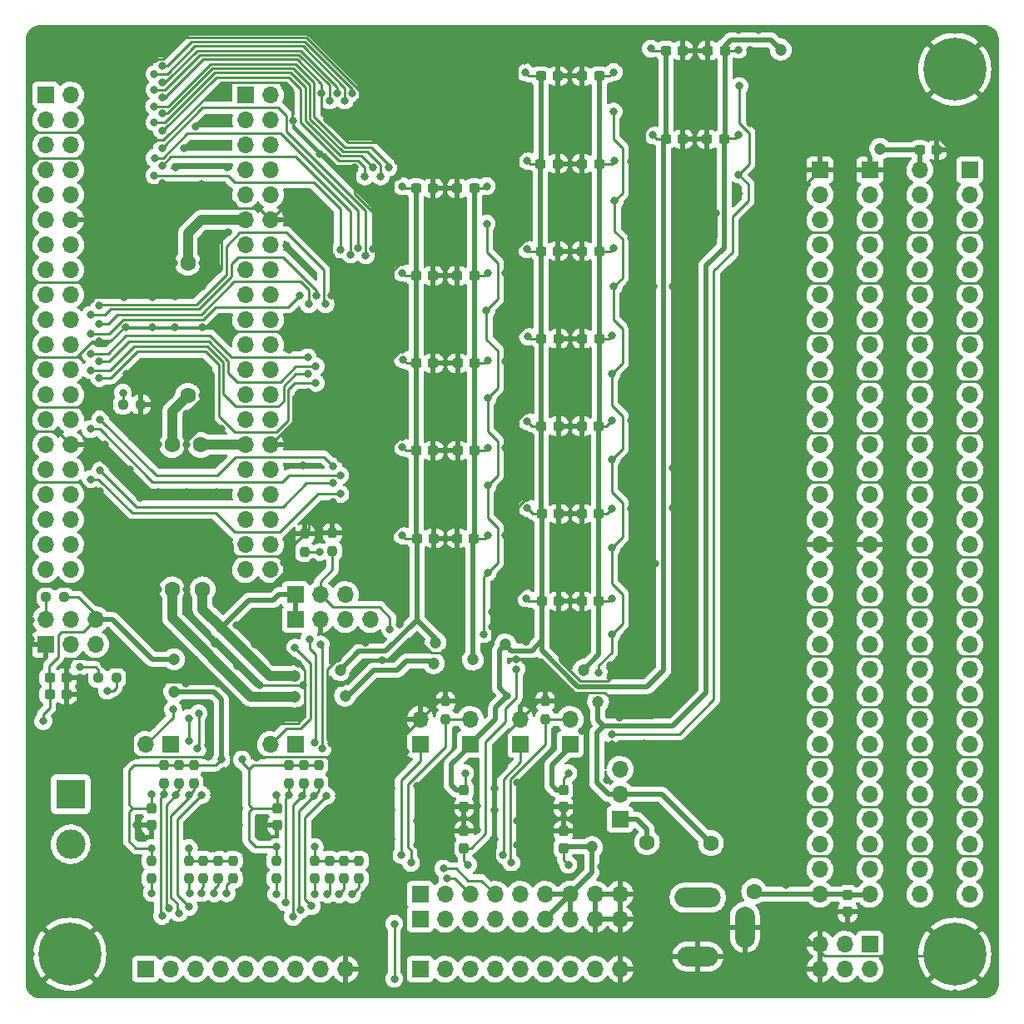
<source format=gbl>
G04 #@! TF.GenerationSoftware,KiCad,Pcbnew,(6.0.2)*
G04 #@! TF.CreationDate,2022-03-02T03:30:40+09:00*
G04 #@! TF.ProjectId,nes_peripheral,6e65735f-7065-4726-9970-686572616c2e,rev?*
G04 #@! TF.SameCoordinates,Original*
G04 #@! TF.FileFunction,Copper,L2,Bot*
G04 #@! TF.FilePolarity,Positive*
%FSLAX46Y46*%
G04 Gerber Fmt 4.6, Leading zero omitted, Abs format (unit mm)*
G04 Created by KiCad (PCBNEW (6.0.2)) date 2022-03-02 03:30:40*
%MOMM*%
%LPD*%
G01*
G04 APERTURE LIST*
G04 Aperture macros list*
%AMRoundRect*
0 Rectangle with rounded corners*
0 $1 Rounding radius*
0 $2 $3 $4 $5 $6 $7 $8 $9 X,Y pos of 4 corners*
0 Add a 4 corners polygon primitive as box body*
4,1,4,$2,$3,$4,$5,$6,$7,$8,$9,$2,$3,0*
0 Add four circle primitives for the rounded corners*
1,1,$1+$1,$2,$3*
1,1,$1+$1,$4,$5*
1,1,$1+$1,$6,$7*
1,1,$1+$1,$8,$9*
0 Add four rect primitives between the rounded corners*
20,1,$1+$1,$2,$3,$4,$5,0*
20,1,$1+$1,$4,$5,$6,$7,0*
20,1,$1+$1,$6,$7,$8,$9,0*
20,1,$1+$1,$8,$9,$2,$3,0*%
G04 Aperture macros list end*
G04 #@! TA.AperFunction,ComponentPad*
%ADD10R,1.700000X1.700000*%
G04 #@! TD*
G04 #@! TA.AperFunction,ComponentPad*
%ADD11O,1.700000X1.700000*%
G04 #@! TD*
G04 #@! TA.AperFunction,ComponentPad*
%ADD12C,3.600000*%
G04 #@! TD*
G04 #@! TA.AperFunction,ConnectorPad*
%ADD13C,6.400000*%
G04 #@! TD*
G04 #@! TA.AperFunction,ComponentPad*
%ADD14R,3.000000X3.000000*%
G04 #@! TD*
G04 #@! TA.AperFunction,ComponentPad*
%ADD15C,3.000000*%
G04 #@! TD*
G04 #@! TA.AperFunction,ComponentPad*
%ADD16O,4.700000X2.000000*%
G04 #@! TD*
G04 #@! TA.AperFunction,ComponentPad*
%ADD17O,4.200000X2.000000*%
G04 #@! TD*
G04 #@! TA.AperFunction,ComponentPad*
%ADD18O,2.000000X4.200000*%
G04 #@! TD*
G04 #@! TA.AperFunction,SMDPad,CuDef*
%ADD19RoundRect,0.237500X-0.300000X-0.237500X0.300000X-0.237500X0.300000X0.237500X-0.300000X0.237500X0*%
G04 #@! TD*
G04 #@! TA.AperFunction,SMDPad,CuDef*
%ADD20RoundRect,0.237500X-0.237500X0.250000X-0.237500X-0.250000X0.237500X-0.250000X0.237500X0.250000X0*%
G04 #@! TD*
G04 #@! TA.AperFunction,SMDPad,CuDef*
%ADD21RoundRect,0.237500X0.237500X-0.250000X0.237500X0.250000X-0.237500X0.250000X-0.237500X-0.250000X0*%
G04 #@! TD*
G04 #@! TA.AperFunction,SMDPad,CuDef*
%ADD22RoundRect,0.237500X-0.237500X0.300000X-0.237500X-0.300000X0.237500X-0.300000X0.237500X0.300000X0*%
G04 #@! TD*
G04 #@! TA.AperFunction,SMDPad,CuDef*
%ADD23RoundRect,0.237500X0.300000X0.237500X-0.300000X0.237500X-0.300000X-0.237500X0.300000X-0.237500X0*%
G04 #@! TD*
G04 #@! TA.AperFunction,SMDPad,CuDef*
%ADD24RoundRect,0.237500X-0.250000X-0.237500X0.250000X-0.237500X0.250000X0.237500X-0.250000X0.237500X0*%
G04 #@! TD*
G04 #@! TA.AperFunction,SMDPad,CuDef*
%ADD25RoundRect,0.237500X0.237500X-0.300000X0.237500X0.300000X-0.237500X0.300000X-0.237500X-0.300000X0*%
G04 #@! TD*
G04 #@! TA.AperFunction,ViaPad*
%ADD26C,1.600000*%
G04 #@! TD*
G04 #@! TA.AperFunction,ViaPad*
%ADD27C,0.800000*%
G04 #@! TD*
G04 #@! TA.AperFunction,ViaPad*
%ADD28C,1.200000*%
G04 #@! TD*
G04 #@! TA.AperFunction,Conductor*
%ADD29C,0.250000*%
G04 #@! TD*
G04 #@! TA.AperFunction,Conductor*
%ADD30C,0.500000*%
G04 #@! TD*
G04 #@! TA.AperFunction,Conductor*
%ADD31C,1.000000*%
G04 #@! TD*
G04 APERTURE END LIST*
D10*
X53340000Y-139700000D03*
D11*
X55880000Y-139700000D03*
X58420000Y-139700000D03*
X60960000Y-139700000D03*
X63500000Y-139700000D03*
X66040000Y-139700000D03*
X68580000Y-139700000D03*
X71120000Y-139700000D03*
X73660000Y-139700000D03*
D10*
X96520000Y-116840000D03*
D11*
X96520000Y-114300000D03*
D10*
X55880000Y-116840000D03*
D11*
X53340000Y-116840000D03*
D10*
X127000000Y-58420000D03*
D11*
X127000000Y-60960000D03*
X127000000Y-63500000D03*
X127000000Y-66040000D03*
X127000000Y-68580000D03*
X127000000Y-71120000D03*
X127000000Y-73660000D03*
X127000000Y-76200000D03*
X127000000Y-78740000D03*
X127000000Y-81280000D03*
X127000000Y-83820000D03*
X127000000Y-86360000D03*
X127000000Y-88900000D03*
X127000000Y-91440000D03*
X127000000Y-93980000D03*
X127000000Y-96520000D03*
X127000000Y-99060000D03*
X127000000Y-101600000D03*
X127000000Y-104140000D03*
X127000000Y-106680000D03*
X127000000Y-109220000D03*
X127000000Y-111760000D03*
X127000000Y-114300000D03*
X127000000Y-116840000D03*
X127000000Y-119380000D03*
X127000000Y-121920000D03*
X127000000Y-124460000D03*
X127000000Y-127000000D03*
X127000000Y-129540000D03*
X127000000Y-132080000D03*
X132080000Y-58420000D03*
X132080000Y-60960000D03*
X132080000Y-63500000D03*
X132080000Y-66040000D03*
X132080000Y-68580000D03*
X132080000Y-71120000D03*
X132080000Y-73660000D03*
X132080000Y-76200000D03*
X132080000Y-78740000D03*
X132080000Y-81280000D03*
X132080000Y-83820000D03*
X132080000Y-86360000D03*
X132080000Y-88900000D03*
X132080000Y-91440000D03*
X132080000Y-93980000D03*
X132080000Y-96520000D03*
X132080000Y-99060000D03*
X132080000Y-101600000D03*
X132080000Y-104140000D03*
X132080000Y-106680000D03*
X132080000Y-109220000D03*
X132080000Y-111760000D03*
X132080000Y-114300000D03*
X132080000Y-116840000D03*
X132080000Y-119380000D03*
X132080000Y-121920000D03*
X132080000Y-124460000D03*
X132080000Y-127000000D03*
X132080000Y-129540000D03*
X132080000Y-132080000D03*
D10*
X86360000Y-116840000D03*
D11*
X86360000Y-114300000D03*
D10*
X81280000Y-134620000D03*
D11*
X83820000Y-134620000D03*
X86360000Y-134620000D03*
X88900000Y-134620000D03*
X91440000Y-134620000D03*
X93980000Y-134620000D03*
X96520000Y-134620000D03*
X99060000Y-134620000D03*
X101600000Y-134620000D03*
D10*
X91440000Y-116840000D03*
D11*
X91440000Y-114300000D03*
D10*
X68580000Y-101600000D03*
D11*
X71120000Y-101600000D03*
X73660000Y-101600000D03*
D12*
X45640000Y-138180000D03*
D13*
X45640000Y-138180000D03*
D10*
X68580000Y-104140000D03*
D11*
X71120000Y-104140000D03*
X73660000Y-104140000D03*
X76200000Y-104140000D03*
D14*
X45720000Y-121920000D03*
D15*
X45720000Y-127000000D03*
D10*
X81280000Y-139700000D03*
D11*
X83820000Y-139700000D03*
X86360000Y-139700000D03*
X88900000Y-139700000D03*
X91440000Y-139700000D03*
X93980000Y-139700000D03*
X96520000Y-139700000D03*
X99060000Y-139700000D03*
X101600000Y-139700000D03*
D10*
X43180000Y-106680000D03*
D11*
X43180000Y-104140000D03*
X45720000Y-106680000D03*
X45720000Y-104140000D03*
X48260000Y-106680000D03*
X48260000Y-104140000D03*
D13*
X135640000Y-138180000D03*
D12*
X135640000Y-138180000D03*
D16*
X109500000Y-132430000D03*
D17*
X109500000Y-138430000D03*
D18*
X114300000Y-135430000D03*
D10*
X101600000Y-124460000D03*
D11*
X101600000Y-121920000D03*
X101600000Y-119380000D03*
D10*
X81280000Y-116840000D03*
D11*
X81280000Y-114300000D03*
D10*
X68580000Y-116840000D03*
D11*
X66040000Y-116840000D03*
D12*
X135640000Y-48180000D03*
D13*
X135640000Y-48180000D03*
D10*
X81280000Y-132080000D03*
D11*
X83820000Y-132080000D03*
X86360000Y-132080000D03*
X88900000Y-132080000D03*
X91440000Y-132080000D03*
X93980000Y-132080000D03*
X96520000Y-132080000D03*
X99060000Y-132080000D03*
X101600000Y-132080000D03*
D19*
X80940000Y-95880000D03*
X82665000Y-95880000D03*
X106240000Y-46280000D03*
X107965000Y-46280000D03*
X80877500Y-78080000D03*
X82602500Y-78080000D03*
X43587500Y-110080000D03*
X45312500Y-110080000D03*
X43587500Y-111760000D03*
X45312500Y-111760000D03*
X80840000Y-69180000D03*
X82565000Y-69180000D03*
D20*
X59240000Y-128655000D03*
X59240000Y-130480000D03*
X55240000Y-118955000D03*
X55240000Y-120780000D03*
X67940000Y-118967500D03*
X67940000Y-120792500D03*
D19*
X93540000Y-66680000D03*
X95265000Y-66680000D03*
D10*
X137160000Y-58420000D03*
D11*
X137160000Y-60960000D03*
X137160000Y-63500000D03*
X137160000Y-66040000D03*
X137160000Y-68580000D03*
X137160000Y-71120000D03*
X137160000Y-73660000D03*
X137160000Y-76200000D03*
X137160000Y-78740000D03*
X137160000Y-81280000D03*
X137160000Y-83820000D03*
X137160000Y-86360000D03*
X137160000Y-88900000D03*
X137160000Y-91440000D03*
X137160000Y-93980000D03*
X137160000Y-96520000D03*
X137160000Y-99060000D03*
X137160000Y-101600000D03*
X137160000Y-104140000D03*
X137160000Y-106680000D03*
X137160000Y-109220000D03*
X137160000Y-111760000D03*
X137160000Y-114300000D03*
X137160000Y-116840000D03*
X137160000Y-119380000D03*
X137160000Y-121920000D03*
X137160000Y-124460000D03*
X137160000Y-127000000D03*
X137160000Y-129540000D03*
X137160000Y-132080000D03*
D20*
X69440000Y-118967500D03*
X69440000Y-120792500D03*
D21*
X93980000Y-114280000D03*
X93980000Y-112455000D03*
D22*
X124740000Y-132155000D03*
X124740000Y-133880000D03*
D21*
X83840000Y-114280000D03*
X83840000Y-112455000D03*
D19*
X93615000Y-84480000D03*
X95340000Y-84480000D03*
D10*
X127000000Y-137160000D03*
D11*
X127000000Y-139700000D03*
X124460000Y-137160000D03*
X124460000Y-139700000D03*
X121920000Y-137160000D03*
X121920000Y-139700000D03*
D20*
X58240000Y-118955000D03*
X58240000Y-120780000D03*
X62240000Y-128655000D03*
X62240000Y-130480000D03*
D10*
X43180000Y-50800000D03*
D11*
X45720000Y-50800000D03*
X43180000Y-53340000D03*
X45720000Y-53340000D03*
X43180000Y-55880000D03*
X45720000Y-55880000D03*
X43180000Y-58420000D03*
X45720000Y-58420000D03*
X43180000Y-60960000D03*
X45720000Y-60960000D03*
X43180000Y-63500000D03*
X45720000Y-63500000D03*
X43180000Y-66040000D03*
X45720000Y-66040000D03*
X43180000Y-68580000D03*
X45720000Y-68580000D03*
X43180000Y-71120000D03*
X45720000Y-71120000D03*
X43180000Y-73660000D03*
X45720000Y-73660000D03*
X43180000Y-76200000D03*
X45720000Y-76200000D03*
X43180000Y-78740000D03*
X45720000Y-78740000D03*
X43180000Y-81280000D03*
X45720000Y-81280000D03*
X43180000Y-83820000D03*
X45720000Y-83820000D03*
X43180000Y-86360000D03*
X45720000Y-86360000D03*
X43180000Y-88900000D03*
X45720000Y-88900000D03*
X43180000Y-91440000D03*
X45720000Y-91440000D03*
X43180000Y-93980000D03*
X45720000Y-93980000D03*
X43180000Y-96520000D03*
X45720000Y-96520000D03*
X43180000Y-99060000D03*
X45720000Y-99060000D03*
D19*
X93615000Y-75580000D03*
X95340000Y-75580000D03*
D20*
X70940000Y-118967500D03*
X70940000Y-120792500D03*
X73540000Y-128667500D03*
X73540000Y-130492500D03*
X72040000Y-128667500D03*
X72040000Y-130492500D03*
D23*
X99440000Y-102280000D03*
X97715000Y-102280000D03*
D19*
X80840000Y-60280000D03*
X82565000Y-60280000D03*
D20*
X53940000Y-128655000D03*
X53940000Y-130480000D03*
X60740000Y-128655000D03*
X60740000Y-130480000D03*
D19*
X80877500Y-86980000D03*
X82602500Y-86980000D03*
X93640000Y-93380000D03*
X95365000Y-93380000D03*
D20*
X75040000Y-128667500D03*
X75040000Y-130492500D03*
D23*
X99465000Y-57780000D03*
X97740000Y-57780000D03*
D10*
X63500000Y-50800000D03*
D11*
X66040000Y-50800000D03*
X63500000Y-53340000D03*
X66040000Y-53340000D03*
X63500000Y-55880000D03*
X66040000Y-55880000D03*
X63500000Y-58420000D03*
X66040000Y-58420000D03*
X63500000Y-60960000D03*
X66040000Y-60960000D03*
X63500000Y-63500000D03*
X66040000Y-63500000D03*
X63500000Y-66040000D03*
X66040000Y-66040000D03*
X63500000Y-68580000D03*
X66040000Y-68580000D03*
X63500000Y-71120000D03*
X66040000Y-71120000D03*
X63500000Y-73660000D03*
X66040000Y-73660000D03*
X63500000Y-76200000D03*
X66040000Y-76200000D03*
X63500000Y-78740000D03*
X66040000Y-78740000D03*
X63500000Y-81280000D03*
X66040000Y-81280000D03*
X63500000Y-83820000D03*
X66040000Y-83820000D03*
X63500000Y-86360000D03*
X66040000Y-86360000D03*
X63500000Y-88900000D03*
X66040000Y-88900000D03*
X63500000Y-91440000D03*
X66040000Y-91440000D03*
X63500000Y-93980000D03*
X66040000Y-93980000D03*
X63500000Y-96520000D03*
X66040000Y-96520000D03*
X63500000Y-99060000D03*
X66040000Y-99060000D03*
D20*
X57740000Y-128667500D03*
X57740000Y-130492500D03*
D23*
X112165000Y-55280000D03*
X110440000Y-55280000D03*
D20*
X66640000Y-128667500D03*
X66640000Y-130492500D03*
D24*
X51040000Y-82280000D03*
X52865000Y-82280000D03*
D21*
X69540000Y-97267500D03*
X69540000Y-95442500D03*
D20*
X70540000Y-128667500D03*
X70540000Y-130492500D03*
D19*
X93540000Y-48880000D03*
X95265000Y-48880000D03*
D25*
X85740000Y-127380000D03*
X85740000Y-125655000D03*
D10*
X121920000Y-58420000D03*
D11*
X121920000Y-60960000D03*
X121920000Y-63500000D03*
X121920000Y-66040000D03*
X121920000Y-68580000D03*
X121920000Y-71120000D03*
X121920000Y-73660000D03*
X121920000Y-76200000D03*
X121920000Y-78740000D03*
X121920000Y-81280000D03*
X121920000Y-83820000D03*
X121920000Y-86360000D03*
X121920000Y-88900000D03*
X121920000Y-91440000D03*
X121920000Y-93980000D03*
X121920000Y-96520000D03*
X121920000Y-99060000D03*
X121920000Y-101600000D03*
X121920000Y-104140000D03*
X121920000Y-106680000D03*
X121920000Y-109220000D03*
X121920000Y-111760000D03*
X121920000Y-114300000D03*
X121920000Y-116840000D03*
X121920000Y-119380000D03*
X121920000Y-121920000D03*
X121920000Y-124460000D03*
X121920000Y-127000000D03*
X121920000Y-129540000D03*
X121920000Y-132080000D03*
D23*
X99440000Y-93380000D03*
X97715000Y-93380000D03*
D19*
X93525000Y-57780000D03*
X95250000Y-57780000D03*
D23*
X112265000Y-46280000D03*
X110540000Y-46280000D03*
D22*
X95840000Y-121480000D03*
X95840000Y-123205000D03*
D25*
X95840000Y-127380000D03*
X95840000Y-125655000D03*
D24*
X48540000Y-110080000D03*
X50365000Y-110080000D03*
D19*
X93640000Y-102280000D03*
X95365000Y-102280000D03*
D22*
X53940000Y-123317500D03*
X53940000Y-125042500D03*
D23*
X86740000Y-95880000D03*
X85015000Y-95880000D03*
X99440000Y-84480000D03*
X97715000Y-84480000D03*
X99465000Y-75580000D03*
X97740000Y-75580000D03*
D21*
X72340000Y-97180000D03*
X72340000Y-95355000D03*
D23*
X86765000Y-60280000D03*
X85040000Y-60280000D03*
D22*
X66740000Y-123317500D03*
X66740000Y-125042500D03*
D23*
X86765000Y-69180000D03*
X85040000Y-69180000D03*
D19*
X132077500Y-56380000D03*
X133802500Y-56380000D03*
D24*
X43240000Y-101880000D03*
X45065000Y-101880000D03*
D19*
X106240000Y-55280000D03*
X107965000Y-55280000D03*
D23*
X86802500Y-78080000D03*
X85077500Y-78080000D03*
X86802500Y-86980000D03*
X85077500Y-86980000D03*
X99465000Y-66680000D03*
X97740000Y-66680000D03*
D22*
X85740000Y-121480000D03*
X85740000Y-123205000D03*
D23*
X99465000Y-48880000D03*
X97740000Y-48880000D03*
D20*
X56740000Y-118955000D03*
X56740000Y-120780000D03*
D26*
X59140000Y-101080000D03*
D27*
X66640000Y-127280000D03*
D28*
X61040000Y-104980000D03*
D27*
X61040000Y-118380000D03*
X92140000Y-57480000D03*
X79440000Y-68880000D03*
D28*
X68540000Y-109880000D03*
D27*
X92240000Y-75380000D03*
X85840000Y-119780000D03*
X70540000Y-127280000D03*
X92040000Y-101980000D03*
X79440000Y-60080000D03*
X79523707Y-77696293D03*
X104740000Y-46080000D03*
D28*
X56240000Y-111480000D03*
D27*
X91940000Y-48480000D03*
X92152299Y-92792299D03*
X63140000Y-118380000D03*
X42940000Y-114480000D03*
X57740000Y-127380000D03*
X53940000Y-121880000D03*
X66640000Y-121980000D03*
X104940000Y-54880000D03*
D26*
X58940000Y-86380000D03*
D27*
X53940000Y-127380000D03*
D28*
X89940000Y-106680000D03*
D27*
X79452299Y-86592299D03*
X96340000Y-119780000D03*
D28*
X73140000Y-109280000D03*
D27*
X92140000Y-83980000D03*
D28*
X82840000Y-106480000D03*
D27*
X79440000Y-95580000D03*
X90140000Y-111880000D03*
X92140000Y-66480000D03*
D28*
X56240000Y-108180000D03*
D27*
X59140000Y-65480000D03*
X113390000Y-121630000D03*
X110440000Y-53680000D03*
X127640000Y-142180000D03*
X41640000Y-130180000D03*
X91040000Y-108180000D03*
X139640000Y-120180000D03*
X101640000Y-44180000D03*
X52440000Y-136180000D03*
X117640000Y-93580000D03*
X92040000Y-105580000D03*
X51957852Y-48497852D03*
X72940000Y-108080000D03*
X76240000Y-116680000D03*
X139640000Y-52180000D03*
X97240000Y-125680000D03*
X67409849Y-98410151D03*
X41640000Y-106180000D03*
X92740000Y-123180000D03*
X105140000Y-98480000D03*
X89940000Y-73380000D03*
X104840000Y-58780000D03*
X97640000Y-142180000D03*
X102740000Y-74280000D03*
X60540000Y-87880000D03*
X117190000Y-115530000D03*
X102740000Y-65380000D03*
X78340000Y-113280000D03*
X109640000Y-142180000D03*
X54640000Y-87880000D03*
X51140000Y-71380000D03*
X54040000Y-114880000D03*
X112302299Y-105317701D03*
X102740000Y-70380000D03*
X51090000Y-65630000D03*
X83840000Y-78080000D03*
X104640000Y-96980000D03*
X70440000Y-86380000D03*
X77290000Y-79430000D03*
X51340000Y-74380000D03*
X85040000Y-72180000D03*
X61740000Y-64780000D03*
X92140000Y-70380000D03*
X82640000Y-104080000D03*
X47440000Y-96780000D03*
X45640000Y-44180000D03*
X139640000Y-62180000D03*
X69940000Y-93880000D03*
X126640000Y-56680000D03*
X77440000Y-108280000D03*
X78340000Y-128980000D03*
X77740000Y-72480000D03*
X139640000Y-86180000D03*
X105640000Y-142180000D03*
X95294653Y-47125347D03*
X60340000Y-125080000D03*
X56340000Y-78080000D03*
X41640000Y-140180000D03*
X57540000Y-99380000D03*
X95340000Y-82880000D03*
X115690000Y-99030000D03*
X44640000Y-142180000D03*
X44140000Y-116880000D03*
X59640000Y-44180000D03*
X88540000Y-103380000D03*
X52440000Y-128480000D03*
X104097378Y-112230000D03*
X41640000Y-48180000D03*
X95340000Y-96480000D03*
X85640000Y-142180000D03*
X88840000Y-126480000D03*
X115440000Y-49980000D03*
X49640000Y-142180000D03*
X41640000Y-80180000D03*
X52840000Y-64780000D03*
X114840000Y-53680000D03*
X61640000Y-58180000D03*
X47740000Y-81680000D03*
X92140000Y-91780000D03*
X46240000Y-116880000D03*
X139640000Y-80180000D03*
X58440000Y-53980000D03*
X91640000Y-44180000D03*
X114990000Y-79330000D03*
X95240000Y-56580000D03*
X55040000Y-51080000D03*
X97240000Y-123080000D03*
X103640000Y-44180000D03*
X119999196Y-89963795D03*
X97740000Y-105480000D03*
X106940000Y-92780000D03*
X59740000Y-118080000D03*
X74640000Y-58180000D03*
X82540000Y-63380000D03*
X128500000Y-96520000D03*
X114540000Y-127180000D03*
X67640000Y-142180000D03*
X98040000Y-119280000D03*
X79440000Y-76680000D03*
X97740000Y-100780000D03*
X89940000Y-86680000D03*
X75540000Y-91380000D03*
X95340000Y-78780000D03*
X99640000Y-142180000D03*
X111315500Y-62782646D03*
X60340000Y-127380000D03*
X139640000Y-112180000D03*
X79640000Y-44180000D03*
X104840000Y-123680000D03*
X113640000Y-142180000D03*
X88840000Y-128880000D03*
X41640000Y-82580000D03*
X117290000Y-72430000D03*
X99640000Y-129280000D03*
X77640000Y-142180000D03*
X82565000Y-58955000D03*
X133740000Y-54880000D03*
X129640000Y-142180000D03*
X107640000Y-142180000D03*
X54140000Y-66180000D03*
X131340000Y-54880000D03*
X97740000Y-87580000D03*
X123740000Y-50280000D03*
X139640000Y-132180000D03*
X107940000Y-53580000D03*
X48840000Y-60480000D03*
X100640000Y-108780000D03*
X106940000Y-88680000D03*
X89640000Y-142180000D03*
X96440000Y-48880000D03*
X139640000Y-84180000D03*
X54040000Y-74380000D03*
X102740000Y-79080000D03*
X56340000Y-74404500D03*
X135040000Y-56180000D03*
X54540000Y-110880000D03*
X97740000Y-96480000D03*
X41640000Y-62180000D03*
X104040000Y-119280000D03*
X129540000Y-135180000D03*
X49140000Y-108680000D03*
X139640000Y-102180000D03*
X62240000Y-61980000D03*
X67940000Y-76680000D03*
X88040000Y-107380000D03*
X62590000Y-104730000D03*
X56440000Y-58180000D03*
X41640000Y-128180000D03*
X53640000Y-142180000D03*
X71240000Y-50580000D03*
X117940000Y-101080000D03*
X87040000Y-125580000D03*
X85040000Y-90080000D03*
X48715500Y-63481880D03*
X97740000Y-65380000D03*
X41640000Y-77480000D03*
X104740000Y-87980000D03*
X73390000Y-75530000D03*
X54640000Y-91180000D03*
X119640000Y-44180000D03*
X114640000Y-112980000D03*
X87540000Y-110380000D03*
X54140000Y-63480000D03*
X55840000Y-81380000D03*
X111640000Y-142180000D03*
X85040000Y-94380000D03*
X79040000Y-57580000D03*
X131640000Y-44180000D03*
X118840000Y-96680000D03*
X104440000Y-74080000D03*
X107940000Y-93880000D03*
X96540000Y-107380000D03*
X79440000Y-85580000D03*
X118190000Y-106730000D03*
X115640000Y-44180000D03*
X54040000Y-78080000D03*
X65940000Y-100830500D03*
X100666313Y-109754647D03*
X49990000Y-55030000D03*
X68364500Y-53380000D03*
X89940000Y-90480000D03*
X69840000Y-63780000D03*
X63640000Y-44180000D03*
X91640000Y-142180000D03*
X111540000Y-130280000D03*
X77640000Y-44180000D03*
X70440000Y-85080000D03*
X89640000Y-63980000D03*
X114940000Y-108180000D03*
X58340000Y-108180000D03*
X85040000Y-81380000D03*
X117640000Y-120680000D03*
X60440000Y-50580000D03*
X60540000Y-91180000D03*
X92140000Y-88080000D03*
X131640000Y-142180000D03*
X119640000Y-142180000D03*
X113640000Y-44180000D03*
X102740000Y-83880000D03*
X117640000Y-95680000D03*
X139640000Y-70180000D03*
X133640000Y-44180000D03*
X47640000Y-142180000D03*
X71740000Y-85080000D03*
X57540000Y-97080000D03*
X139640000Y-92180000D03*
X139640000Y-74180000D03*
X96540000Y-93380000D03*
X41640000Y-108180000D03*
X47740000Y-71580000D03*
X107940000Y-49880000D03*
X52590000Y-56730000D03*
X66440000Y-136080000D03*
X73640000Y-44180000D03*
X51640000Y-142180000D03*
X85040000Y-50380000D03*
X78340000Y-121280000D03*
X117890000Y-111130000D03*
X70440000Y-83980000D03*
X119940000Y-97880000D03*
X119940000Y-117880000D03*
X117640000Y-81980000D03*
X64540000Y-116080000D03*
X69340000Y-88480000D03*
X83840000Y-86980000D03*
X51990000Y-53030000D03*
X65040000Y-131980000D03*
X85040000Y-59080000D03*
X82640000Y-81380000D03*
X81040000Y-106280000D03*
X101540000Y-114080000D03*
X106740000Y-125480000D03*
X97640000Y-44180000D03*
X93640000Y-142180000D03*
X61640000Y-55880000D03*
X139640000Y-128180000D03*
X104840000Y-65480000D03*
X113340000Y-101880000D03*
X101640000Y-142180000D03*
X63640000Y-142180000D03*
X41640000Y-57180000D03*
X82602500Y-76642500D03*
X69640000Y-142180000D03*
X51640000Y-44180000D03*
X59040000Y-59880000D03*
X75540000Y-125080000D03*
X110440000Y-58280000D03*
X129540000Y-133880000D03*
X119940000Y-102880000D03*
X57540000Y-84804500D03*
X92040000Y-100780000D03*
X59140000Y-74404500D03*
X69260000Y-86360000D03*
X62340000Y-112680000D03*
X72240000Y-67180000D03*
X59140000Y-61980000D03*
X139640000Y-50180000D03*
X77540000Y-67780000D03*
X114840000Y-46180000D03*
X139640000Y-98180000D03*
X123740000Y-96180000D03*
X72206293Y-116713707D03*
X41640000Y-116180000D03*
X104840000Y-53680000D03*
X65040000Y-125080000D03*
X111090000Y-114330000D03*
X82540000Y-72180000D03*
X92140000Y-79080000D03*
X117040000Y-67280000D03*
X111340000Y-123980000D03*
X121990000Y-48530000D03*
X48852299Y-113492299D03*
X82540000Y-123280000D03*
X79440000Y-90380000D03*
X97740000Y-56580000D03*
X50440000Y-95080000D03*
X50690000Y-58630000D03*
X125240000Y-98180000D03*
X47690000Y-101530000D03*
X54640000Y-102580000D03*
X89640000Y-54980000D03*
X83840000Y-69180000D03*
X62712536Y-108907464D03*
X92740000Y-125580000D03*
X104040000Y-120480000D03*
X103740000Y-79380000D03*
X73640000Y-142180000D03*
X128740000Y-99180000D03*
X57540000Y-86380000D03*
X42640000Y-142180000D03*
X79440000Y-67780000D03*
X119870151Y-79949849D03*
X113240000Y-131980000D03*
X139640000Y-136180000D03*
X102740000Y-61580000D03*
X66340000Y-108480000D03*
X82640000Y-99080000D03*
X61640000Y-142180000D03*
X85140000Y-57080000D03*
X92140000Y-61280000D03*
X139640000Y-116180000D03*
X41640000Y-100180000D03*
X119840000Y-64780000D03*
X66840000Y-104380000D03*
X108240000Y-120880000D03*
X133640000Y-142180000D03*
X95240000Y-65380000D03*
X60740000Y-110680000D03*
X79540000Y-110380000D03*
X85077500Y-85517500D03*
X104040000Y-116780000D03*
X64640000Y-118180000D03*
X96540000Y-66680000D03*
X69213597Y-73613226D03*
X79740000Y-117580000D03*
X75140000Y-51480000D03*
X109940000Y-128580000D03*
X108240000Y-126980000D03*
X41640000Y-59580000D03*
X109640000Y-44180000D03*
X51940000Y-115680000D03*
X139640000Y-134180000D03*
X101016479Y-112548209D03*
X125640000Y-142180000D03*
X62840000Y-127380000D03*
X88540000Y-104906000D03*
X52039998Y-118080000D03*
X41640000Y-110180000D03*
X77440000Y-101480000D03*
X139640000Y-104180000D03*
X119940000Y-128180000D03*
X71140000Y-62580000D03*
X57540000Y-87880000D03*
X95240000Y-74280000D03*
X49640000Y-44180000D03*
X87640000Y-50280000D03*
X59140000Y-70280000D03*
X139640000Y-110180000D03*
X121920000Y-51960000D03*
X85640000Y-44180000D03*
X79040000Y-59080000D03*
X73040000Y-127280000D03*
X119990000Y-95680000D03*
X139640000Y-106180000D03*
X59140000Y-81380000D03*
X92140000Y-96780000D03*
X102440000Y-49280000D03*
X120240000Y-50280000D03*
X82640000Y-85580000D03*
X77440000Y-93080000D03*
X67640000Y-44180000D03*
X41640000Y-112180000D03*
X75740000Y-106480000D03*
X139640000Y-68180000D03*
X41640000Y-70180000D03*
X52740000Y-91780000D03*
X79440000Y-72680000D03*
X51390000Y-79130000D03*
X109140000Y-67480000D03*
X139640000Y-72180000D03*
X83840000Y-104080000D03*
X89640000Y-44180000D03*
X125640000Y-44180000D03*
X115640000Y-142180000D03*
X95396929Y-107423071D03*
X96540000Y-75580000D03*
X52540000Y-94580000D03*
X116840000Y-129480000D03*
X96440000Y-111780000D03*
X54640000Y-86380000D03*
X112290000Y-110230000D03*
X45340000Y-108480000D03*
X139640000Y-66180000D03*
X65640000Y-142180000D03*
X59740000Y-116880000D03*
X117870151Y-77949849D03*
X41640000Y-126180000D03*
X51740000Y-88880000D03*
X112520151Y-72599849D03*
X139640000Y-58180000D03*
X79440000Y-94380000D03*
X71855855Y-53364145D03*
X64490000Y-106630000D03*
X105240000Y-120480000D03*
X124440000Y-54480000D03*
X95140000Y-52380000D03*
X137640000Y-44180000D03*
X41640000Y-90180000D03*
X41640000Y-102180000D03*
X87040000Y-123080000D03*
X82640000Y-90080000D03*
X135640000Y-142180000D03*
X72140000Y-110780000D03*
X68890000Y-108630000D03*
X60540000Y-99380000D03*
X92240000Y-111080000D03*
X48740000Y-91080000D03*
X81640000Y-44180000D03*
X71740000Y-86380000D03*
X57640000Y-142180000D03*
X89640000Y-60080000D03*
X80940000Y-124580000D03*
X79440000Y-99280000D03*
X106940000Y-70280000D03*
X57640000Y-44180000D03*
X128840000Y-54880000D03*
X65640000Y-44180000D03*
X123640000Y-142180000D03*
X51390000Y-100730000D03*
X69840000Y-80980000D03*
X48740000Y-115980000D03*
X111640000Y-44180000D03*
X95340000Y-105480000D03*
X95640000Y-142180000D03*
X109240000Y-46280000D03*
X95240000Y-69680000D03*
X75940000Y-49880000D03*
X56340000Y-71280000D03*
X99640000Y-44180000D03*
X85040000Y-104080000D03*
X76499627Y-66450850D03*
X51877700Y-112542298D03*
X61994511Y-74834511D03*
X59140000Y-67880000D03*
X41640000Y-124180000D03*
X94640000Y-111080000D03*
X48640000Y-68080000D03*
X70340000Y-98280000D03*
X117640000Y-142180000D03*
X121640000Y-142180000D03*
X79140000Y-104680000D03*
X130240000Y-99180000D03*
X43640000Y-44180000D03*
X113652770Y-60768171D03*
X91140000Y-127080000D03*
X61086002Y-84781462D03*
X95840000Y-124280000D03*
X92140000Y-74180000D03*
X139640000Y-56180000D03*
X102740000Y-88480000D03*
X118540000Y-48580000D03*
X100739633Y-116828963D03*
X121840000Y-134180000D03*
X54640000Y-97080000D03*
X41640000Y-95180000D03*
X137340000Y-56180000D03*
X115490000Y-118730000D03*
X60540000Y-102580000D03*
X62940000Y-132080000D03*
X57540000Y-91180000D03*
X83840000Y-95880000D03*
X83840000Y-60280000D03*
X46640000Y-110080000D03*
X139640000Y-60180000D03*
X139640000Y-76180000D03*
X61640000Y-44180000D03*
X41640000Y-85180000D03*
X139640000Y-114180000D03*
X107940000Y-65480000D03*
X102040000Y-53180000D03*
X56240000Y-65480000D03*
X100640000Y-130380000D03*
X95340000Y-87580000D03*
X119827701Y-107992299D03*
X119973706Y-84446294D03*
X109140000Y-55280000D03*
X89940000Y-77880000D03*
X96540000Y-84480000D03*
X69840000Y-62580000D03*
X83640000Y-142180000D03*
X105040000Y-70280000D03*
X121920000Y-55000000D03*
X123640000Y-44180000D03*
X124740000Y-135280000D03*
X139640000Y-94180000D03*
X51840000Y-62980000D03*
X57440000Y-110680000D03*
X112540000Y-76880000D03*
X72440000Y-92180000D03*
X75565000Y-127355000D03*
X119952299Y-112967701D03*
X87640000Y-142180000D03*
X52440000Y-125080000D03*
X85040000Y-63380000D03*
X57540000Y-94880000D03*
X82740000Y-110380000D03*
X139640000Y-122180000D03*
X79440000Y-81580000D03*
X109240000Y-65080000D03*
X139640000Y-100180000D03*
X105240000Y-119380000D03*
X71640000Y-142180000D03*
X41640000Y-52180000D03*
X71640000Y-44180000D03*
X48640000Y-69880000D03*
X80940000Y-127080000D03*
X114640000Y-69780000D03*
X97740000Y-74280000D03*
X139640000Y-54180000D03*
X57540000Y-102580000D03*
X89940000Y-81980000D03*
X92140000Y-82880000D03*
X60340000Y-121980000D03*
X116090000Y-124330000D03*
X41640000Y-114180000D03*
X75640000Y-142180000D03*
X96540000Y-57780000D03*
X97740000Y-78780000D03*
X109040000Y-106980000D03*
X107640000Y-44180000D03*
X108590000Y-116830000D03*
X54140000Y-64780000D03*
X41640000Y-104180000D03*
X41640000Y-134180000D03*
X96540000Y-102280000D03*
X80940000Y-121080000D03*
X139640000Y-88180000D03*
X54247527Y-47125348D03*
X105340000Y-113580000D03*
X97740000Y-107380000D03*
X95240000Y-61280000D03*
X71040000Y-56780000D03*
X102740000Y-57580000D03*
X104840000Y-49880000D03*
X69240000Y-85080000D03*
X113340000Y-116380000D03*
X87040000Y-56980000D03*
X41640000Y-46180000D03*
X81640000Y-142180000D03*
X54640000Y-101080000D03*
X60412536Y-106607464D03*
X54640000Y-84804500D03*
X41640000Y-132180000D03*
X75240000Y-70180000D03*
X118840000Y-94680000D03*
X139640000Y-124180000D03*
X125240000Y-96180000D03*
X97740000Y-82880000D03*
X79040000Y-50380000D03*
X87640000Y-44180000D03*
X92140000Y-65380000D03*
X89940000Y-95580000D03*
X118240000Y-126280000D03*
X73040000Y-125080000D03*
X53740000Y-98380000D03*
X72240000Y-71180000D03*
X118440000Y-131180000D03*
X78340000Y-123480000D03*
X117640000Y-44180000D03*
X82540000Y-125580000D03*
X83640000Y-44180000D03*
X41640000Y-118180000D03*
X88840000Y-123480000D03*
X123740000Y-98180000D03*
X119840000Y-74980000D03*
X139640000Y-139180000D03*
X98040000Y-121780000D03*
X79640000Y-142180000D03*
X129640000Y-44180000D03*
X60540000Y-94880000D03*
X85740000Y-124380000D03*
X102740000Y-100880000D03*
X139640000Y-126180000D03*
X57240000Y-56180000D03*
X92040000Y-56280000D03*
X100240000Y-120480000D03*
X139640000Y-130180000D03*
X47740000Y-87680000D03*
X139640000Y-78180000D03*
X54640000Y-99380000D03*
X85240000Y-110380000D03*
X73040000Y-122080000D03*
X85040000Y-99080000D03*
X82540000Y-50380000D03*
X47581679Y-57438332D03*
X121920000Y-53600000D03*
X48640000Y-75880000D03*
X41640000Y-122180000D03*
X107940000Y-58280000D03*
X78340000Y-126480000D03*
X45740000Y-114280000D03*
X119340000Y-135280000D03*
X54240000Y-55380000D03*
X47640000Y-92180000D03*
X69340000Y-110780000D03*
X89940000Y-68880000D03*
X93640000Y-44180000D03*
X121920000Y-56560000D03*
X41640000Y-136180000D03*
X55640000Y-44180000D03*
X104740000Y-92780000D03*
X83740000Y-107480000D03*
X52840000Y-80880000D03*
X64998467Y-110804501D03*
X59840000Y-112680000D03*
X55640000Y-105480000D03*
X92040000Y-106456489D03*
X139640000Y-108180000D03*
X60540000Y-97080000D03*
X79140000Y-64180000D03*
X115370151Y-75449849D03*
X61340000Y-119580000D03*
X75640000Y-44180000D03*
X54640000Y-94880000D03*
X67640000Y-66080000D03*
X95340000Y-91780000D03*
X51940000Y-85580000D03*
X105640000Y-44180000D03*
X59640000Y-142180000D03*
X120640000Y-47180000D03*
X91140000Y-124580000D03*
X52840000Y-66180000D03*
X53640000Y-44180000D03*
X57540000Y-101080000D03*
X139640000Y-90180000D03*
X139640000Y-47180000D03*
X54040000Y-71380000D03*
X95640000Y-44180000D03*
X41640000Y-75180000D03*
X125890000Y-52430000D03*
X47640000Y-111380000D03*
X139640000Y-118180000D03*
X89940000Y-99380000D03*
X139640000Y-45180000D03*
X57540000Y-83180000D03*
X108490000Y-111730000D03*
X55640000Y-142180000D03*
X56240000Y-67880000D03*
X69640000Y-44180000D03*
X75640000Y-132080000D03*
X68540000Y-62580000D03*
X59140000Y-78080000D03*
X95340000Y-100780000D03*
X97740000Y-61280000D03*
X97740000Y-91880000D03*
X110540000Y-49880000D03*
X52440000Y-131980000D03*
X65040000Y-128480000D03*
X74040000Y-119480000D03*
X102740000Y-96980000D03*
X55040000Y-59780000D03*
X72440000Y-118080000D03*
X107040000Y-110280000D03*
X41640000Y-54580000D03*
X98040000Y-120480000D03*
X131040000Y-135180000D03*
X97743466Y-115483466D03*
X47640000Y-44180000D03*
X103740000Y-82680000D03*
X119840000Y-69980000D03*
X60740000Y-68380000D03*
X49690000Y-99030000D03*
X76140000Y-111480000D03*
X102740000Y-92880000D03*
X127640000Y-44180000D03*
X92040000Y-52380000D03*
X82640000Y-94380000D03*
X82640000Y-56980000D03*
X52840000Y-63480000D03*
X103640000Y-142180000D03*
X41640000Y-138180000D03*
X115140000Y-103680000D03*
X139640000Y-141180000D03*
X97740000Y-69680000D03*
X54640000Y-83080000D03*
X73740000Y-97980000D03*
X73140000Y-87780000D03*
X121640000Y-44180000D03*
X47515401Y-53355401D03*
X119940000Y-123180000D03*
X71140000Y-63780000D03*
X139640000Y-82180000D03*
X73440000Y-113980000D03*
X62840000Y-125080000D03*
X74440000Y-109680000D03*
X131040000Y-133880000D03*
X88840000Y-121280000D03*
X139640000Y-96180000D03*
X97740000Y-52380000D03*
X135640000Y-44180000D03*
X85040000Y-76680000D03*
X137640000Y-142180000D03*
X110840000Y-118880000D03*
X61640000Y-53280000D03*
X97685347Y-47125347D03*
X91140000Y-120753032D03*
X139640000Y-64180000D03*
X68540000Y-63780000D03*
X91840000Y-47280000D03*
X41640000Y-120180000D03*
X49220000Y-86360000D03*
X49707852Y-50747852D03*
X101040000Y-57480000D03*
X96340000Y-129080000D03*
X113640000Y-54880000D03*
D28*
X117940000Y-46180000D03*
D27*
X88140000Y-95580000D03*
X100740000Y-101980000D03*
X88140000Y-68880000D03*
X88140000Y-86680000D03*
X86140000Y-129080000D03*
X100940000Y-48480000D03*
D28*
X128040000Y-56280000D03*
D27*
X91040000Y-109180000D03*
X100740000Y-75280000D03*
D26*
X115240000Y-131780000D03*
D28*
X86640000Y-108230500D03*
D27*
X100740000Y-92880000D03*
X88140000Y-77780000D03*
D28*
X98740000Y-127280000D03*
D27*
X88040000Y-60080000D03*
D28*
X99367478Y-112479011D03*
D27*
X113640000Y-46180000D03*
X100740000Y-83880000D03*
X100940000Y-66380000D03*
D26*
X110840000Y-126880000D03*
D28*
X97903467Y-109255500D03*
D27*
X51040000Y-81080000D03*
X71040000Y-97280000D03*
D26*
X104340000Y-126780000D03*
D27*
X56140000Y-113280000D03*
X74327701Y-50592299D03*
X55009848Y-47849848D03*
X55040000Y-49480000D03*
X72840000Y-50590897D03*
X78040000Y-58180000D03*
X54224057Y-51955500D03*
D26*
X57640000Y-81380000D03*
D28*
X82640000Y-108580000D03*
D26*
X56040000Y-101080000D03*
D28*
X73640000Y-111880000D03*
D26*
X57640000Y-67880000D03*
D28*
X68540000Y-111980000D03*
D26*
X56040000Y-86380000D03*
D27*
X54240000Y-53580000D03*
X76440000Y-58180000D03*
X55040000Y-56180000D03*
X75747041Y-67108589D03*
X55040000Y-57980000D03*
X74202299Y-67017701D03*
X69840000Y-79180000D03*
X47740000Y-78780000D03*
X48740000Y-83780000D03*
X72440000Y-88580000D03*
X54240000Y-48680000D03*
X73589003Y-51380000D03*
X72033245Y-51386755D03*
X54240000Y-50280000D03*
X55040000Y-52680000D03*
X77240000Y-59080000D03*
X55027230Y-54468171D03*
X75640000Y-59080000D03*
X54252299Y-57192299D03*
X74965883Y-66372763D03*
X73140000Y-66504500D03*
X54240000Y-58980000D03*
X101040000Y-61580000D03*
X100740000Y-87880000D03*
X100740000Y-105680000D03*
X100940000Y-52480000D03*
X88140000Y-99380000D03*
X100740000Y-96880000D03*
X88140000Y-90480000D03*
X88040000Y-63880000D03*
X100756621Y-115821352D03*
X99442568Y-109555500D03*
X88140000Y-81580000D03*
X100740000Y-79180000D03*
X113640000Y-58880000D03*
X78203813Y-105131231D03*
X100940000Y-70280000D03*
X87740000Y-105630500D03*
X113740000Y-49880000D03*
X88014188Y-72691589D03*
X90540000Y-128880000D03*
X80340000Y-128880000D03*
X79340000Y-128080000D03*
X84040000Y-130480000D03*
X83640000Y-129480000D03*
X89690999Y-128080000D03*
X70240000Y-133280000D03*
X71740000Y-122080000D03*
X59040000Y-121980000D03*
X57740000Y-133380000D03*
X78640000Y-135080000D03*
X78640000Y-140680000D03*
X74340000Y-132080000D03*
X61595000Y-131980000D03*
X73040000Y-132080000D03*
X71840000Y-132080000D03*
X70540000Y-132080000D03*
X70440000Y-122080000D03*
X69140000Y-133680000D03*
X68340000Y-134380000D03*
X69240000Y-122080000D03*
X67540000Y-132880000D03*
X67940000Y-121980000D03*
X66640000Y-132080000D03*
X60325000Y-131995000D03*
X59055000Y-131965000D03*
X57840000Y-131980000D03*
X57740000Y-121980000D03*
X56740000Y-133980000D03*
X55740903Y-133551538D03*
X56440000Y-121980000D03*
X55240000Y-121880000D03*
X55015500Y-134277938D03*
X53975000Y-131945000D03*
X46640000Y-108980000D03*
X58640000Y-117280000D03*
X58740000Y-113680000D03*
X57740000Y-114180000D03*
X57740000Y-116480000D03*
X68540000Y-107003522D03*
X71140000Y-106680000D03*
X71340000Y-117280000D03*
X70016603Y-106139400D03*
X70540000Y-116680000D03*
X71640000Y-72080000D03*
X48640000Y-72180000D03*
X70740000Y-71180000D03*
X47740000Y-73180000D03*
X48640000Y-74080000D03*
X69940000Y-72080000D03*
X69040000Y-71180000D03*
X47740000Y-75080000D03*
X69840000Y-77480000D03*
X47740000Y-77080000D03*
X70640000Y-78380000D03*
X48640000Y-77880000D03*
X48640000Y-79580000D03*
X70640000Y-80080000D03*
X73140000Y-89480000D03*
X47740000Y-84780000D03*
X48740000Y-88980000D03*
X72440000Y-90280000D03*
X73140000Y-91380000D03*
X47740000Y-89880000D03*
X49440000Y-111380000D03*
D29*
X43540000Y-108880000D02*
X43540000Y-110032500D01*
X57740000Y-128667500D02*
X59227500Y-128667500D01*
X93640000Y-93380000D02*
X92740000Y-93380000D01*
D30*
X106240000Y-46280000D02*
X106240000Y-55280000D01*
X88940000Y-114260000D02*
X88940000Y-113080000D01*
D29*
X53940000Y-127380000D02*
X53940000Y-128655000D01*
D30*
X93540000Y-48880000D02*
X93540000Y-57765000D01*
D29*
X42940000Y-113780000D02*
X43587500Y-113132500D01*
X70940000Y-118967500D02*
X69440000Y-118967500D01*
X64540000Y-127280000D02*
X66640000Y-127280000D01*
X79440000Y-68880000D02*
X79740000Y-69180000D01*
X79740000Y-95880000D02*
X79440000Y-95580000D01*
D30*
X75040000Y-107380000D02*
X73140000Y-109280000D01*
X56289501Y-111529501D02*
X56240000Y-111480000D01*
D29*
X52002500Y-123317500D02*
X51640000Y-122955000D01*
X92440000Y-57780000D02*
X93525000Y-57780000D01*
X95840000Y-121480000D02*
X95840000Y-120280000D01*
X53940000Y-121880000D02*
X53940000Y-123317500D01*
X72040000Y-128667500D02*
X70540000Y-128667500D01*
D30*
X89940000Y-106680000D02*
X90565989Y-107305989D01*
X80840000Y-78042500D02*
X80877500Y-78080000D01*
D29*
X80877500Y-78080000D02*
X79907414Y-78080000D01*
D30*
X80940000Y-104180000D02*
X82840000Y-106080000D01*
D29*
X80940000Y-95880000D02*
X79740000Y-95880000D01*
X47020000Y-105380000D02*
X44840000Y-105380000D01*
D30*
X60289501Y-111529501D02*
X56289501Y-111529501D01*
X85740000Y-121480000D02*
X84940000Y-121480000D01*
D29*
X70540000Y-127280000D02*
X70540000Y-128667500D01*
D30*
X93640000Y-102280000D02*
X93640000Y-107292482D01*
D31*
X68540000Y-109880000D02*
X65940000Y-109880000D01*
D29*
X92340000Y-102280000D02*
X92040000Y-101980000D01*
X44440000Y-105780000D02*
X44440000Y-107980000D01*
X67940000Y-118967500D02*
X64252500Y-118967500D01*
D30*
X106040000Y-55480000D02*
X106240000Y-55280000D01*
D29*
X93615000Y-84480000D02*
X92640000Y-84480000D01*
X57740000Y-128667500D02*
X57740000Y-127380000D01*
D30*
X89340000Y-107280000D02*
X89340000Y-111080000D01*
D29*
X58240000Y-118955000D02*
X60465000Y-118955000D01*
X72040000Y-128667500D02*
X73540000Y-128667500D01*
X42940000Y-114480000D02*
X42940000Y-113780000D01*
D30*
X77740000Y-107380000D02*
X75040000Y-107380000D01*
X88940000Y-113080000D02*
X90140000Y-111880000D01*
X93540000Y-57765000D02*
X93525000Y-57780000D01*
D29*
X63840000Y-122980000D02*
X64177500Y-123317500D01*
X44840000Y-105380000D02*
X44440000Y-105780000D01*
X80877500Y-86980000D02*
X79840000Y-86980000D01*
D30*
X82840000Y-106080000D02*
X82840000Y-106480000D01*
D29*
X85840000Y-121380000D02*
X85740000Y-121480000D01*
X79840000Y-86980000D02*
X79452299Y-86592299D01*
D30*
X97302030Y-110954511D02*
X104365489Y-110954511D01*
D29*
X92340000Y-48880000D02*
X91940000Y-48480000D01*
D30*
X104365489Y-110954511D02*
X106040000Y-109280000D01*
D29*
X52340000Y-127380000D02*
X53940000Y-127380000D01*
X85840000Y-119780000D02*
X85840000Y-121380000D01*
X63140000Y-118680000D02*
X63140000Y-118380000D01*
D30*
X54040000Y-108180000D02*
X50000000Y-104140000D01*
D29*
X80840000Y-60280000D02*
X79640000Y-60280000D01*
X58240000Y-118955000D02*
X56740000Y-118955000D01*
X56740000Y-118955000D02*
X55240000Y-118955000D01*
D30*
X80940000Y-95880000D02*
X80940000Y-104180000D01*
X95140000Y-121480000D02*
X94640000Y-120980000D01*
D29*
X66740000Y-123317500D02*
X66740000Y-122080000D01*
X92440000Y-75580000D02*
X93615000Y-75580000D01*
X105340000Y-55280000D02*
X104940000Y-54880000D01*
X60465000Y-118955000D02*
X61040000Y-118380000D01*
D30*
X56240000Y-108180000D02*
X54040000Y-108180000D01*
D29*
X66740000Y-122080000D02*
X66640000Y-121980000D01*
D30*
X61040000Y-112280000D02*
X60289501Y-111529501D01*
D29*
X96520000Y-116840000D02*
X96520000Y-117100000D01*
D30*
X93525000Y-57780000D02*
X93525000Y-66665000D01*
D29*
X51640000Y-119480000D02*
X52165000Y-118955000D01*
D30*
X61040000Y-118380000D02*
X61040000Y-112280000D01*
D29*
X73540000Y-128667500D02*
X75040000Y-128667500D01*
D30*
X86360000Y-116840000D02*
X88940000Y-114260000D01*
D29*
X51640000Y-126680000D02*
X52340000Y-127380000D01*
D30*
X93640000Y-107292482D02*
X97302030Y-110954511D01*
D29*
X64177500Y-123317500D02*
X66740000Y-123317500D01*
X64177500Y-123317500D02*
X63840000Y-123655000D01*
X63840000Y-119380000D02*
X63140000Y-118680000D01*
X63840000Y-123655000D02*
X63840000Y-126580000D01*
D30*
X90565989Y-107305989D02*
X92614011Y-107305989D01*
D29*
X48260000Y-103620000D02*
X48260000Y-104140000D01*
D30*
X63840000Y-102180000D02*
X66340000Y-102180000D01*
D29*
X79907414Y-78080000D02*
X79523707Y-77696293D01*
D30*
X93525000Y-66665000D02*
X93540000Y-66680000D01*
D29*
X92240000Y-75380000D02*
X92440000Y-75580000D01*
X63840000Y-126580000D02*
X64540000Y-127280000D01*
D30*
X89940000Y-106680000D02*
X89340000Y-107280000D01*
X80940000Y-104180000D02*
X77740000Y-107380000D01*
D31*
X58960000Y-86360000D02*
X58940000Y-86380000D01*
D29*
X51640000Y-123680000D02*
X51640000Y-126680000D01*
X53940000Y-123317500D02*
X52002500Y-123317500D01*
D30*
X66340000Y-102180000D02*
X66920000Y-101600000D01*
X93540000Y-75505000D02*
X93615000Y-75580000D01*
D29*
X63840000Y-119380000D02*
X63840000Y-122980000D01*
D30*
X80840000Y-60280000D02*
X80840000Y-69180000D01*
X68580000Y-101600000D02*
X68580000Y-104140000D01*
X61040000Y-104980000D02*
X63840000Y-102180000D01*
D29*
X60740000Y-128655000D02*
X62240000Y-128655000D01*
X43540000Y-110032500D02*
X43587500Y-110080000D01*
X92340000Y-66680000D02*
X92140000Y-66480000D01*
D30*
X84440000Y-120980000D02*
X84440000Y-118880000D01*
X106040000Y-109280000D02*
X106040000Y-55480000D01*
X80877500Y-95817500D02*
X80940000Y-95880000D01*
X89340000Y-111080000D02*
X90140000Y-111880000D01*
D29*
X69440000Y-118967500D02*
X67940000Y-118967500D01*
X46520000Y-101880000D02*
X48260000Y-103620000D01*
D30*
X94640000Y-120980000D02*
X94640000Y-118980000D01*
X93540000Y-66680000D02*
X93540000Y-75505000D01*
D29*
X48260000Y-104140000D02*
X47020000Y-105380000D01*
D30*
X93615000Y-84480000D02*
X93615000Y-93355000D01*
D29*
X52002500Y-123317500D02*
X51640000Y-123680000D01*
D30*
X50000000Y-104140000D02*
X48260000Y-104140000D01*
X86360000Y-116960000D02*
X86360000Y-116840000D01*
X84940000Y-121480000D02*
X84440000Y-120980000D01*
D29*
X79640000Y-60280000D02*
X79440000Y-60080000D01*
D31*
X65940000Y-109880000D02*
X61040000Y-104980000D01*
D29*
X93540000Y-48880000D02*
X92340000Y-48880000D01*
X45065000Y-101880000D02*
X46520000Y-101880000D01*
X66640000Y-128667500D02*
X66640000Y-127280000D01*
X93640000Y-102280000D02*
X92340000Y-102280000D01*
X44440000Y-107980000D02*
X43540000Y-108880000D01*
X104740000Y-46080000D02*
X104940000Y-46280000D01*
D30*
X84440000Y-118880000D02*
X86360000Y-116960000D01*
D29*
X43587500Y-111760000D02*
X43587500Y-110080000D01*
X106240000Y-55280000D02*
X105340000Y-55280000D01*
D30*
X94640000Y-118980000D02*
X96520000Y-117100000D01*
X93640000Y-93380000D02*
X93640000Y-102280000D01*
D29*
X92640000Y-84480000D02*
X92140000Y-83980000D01*
X59240000Y-128655000D02*
X60740000Y-128655000D01*
D30*
X66920000Y-101600000D02*
X68580000Y-101600000D01*
D31*
X63500000Y-86360000D02*
X58960000Y-86360000D01*
D29*
X79740000Y-69180000D02*
X80840000Y-69180000D01*
D30*
X80840000Y-69180000D02*
X80840000Y-78042500D01*
D29*
X93540000Y-66680000D02*
X92340000Y-66680000D01*
D31*
X61040000Y-104980000D02*
X59140000Y-103080000D01*
D29*
X59227500Y-128667500D02*
X59240000Y-128655000D01*
X104940000Y-46280000D02*
X106240000Y-46280000D01*
X52165000Y-118955000D02*
X55240000Y-118955000D01*
X92140000Y-57480000D02*
X92440000Y-57780000D01*
D30*
X93615000Y-75580000D02*
X93615000Y-84480000D01*
X80877500Y-86980000D02*
X80877500Y-95817500D01*
X93615000Y-93355000D02*
X93640000Y-93380000D01*
X80877500Y-78080000D02*
X80877500Y-86980000D01*
D29*
X92740000Y-93380000D02*
X92152299Y-92792299D01*
X43587500Y-113132500D02*
X43587500Y-111760000D01*
D31*
X59140000Y-103080000D02*
X59140000Y-101080000D01*
D30*
X95840000Y-121480000D02*
X95140000Y-121480000D01*
X92614011Y-107305989D02*
X93640000Y-106280000D01*
D29*
X51640000Y-122955000D02*
X51640000Y-119480000D01*
X95840000Y-120280000D02*
X96340000Y-119780000D01*
X64252500Y-118967500D02*
X63840000Y-119380000D01*
X89940000Y-99380000D02*
X89940000Y-103506000D01*
X78540000Y-63580000D02*
X79140000Y-64180000D01*
X109140000Y-67480000D02*
X109140000Y-102280000D01*
X112290000Y-110230000D02*
X112290000Y-113130000D01*
X139640000Y-124180000D02*
X139640000Y-126180000D01*
X66040000Y-86360000D02*
X71720000Y-86360000D01*
X52039998Y-118080000D02*
X59740000Y-118080000D01*
X92040000Y-52380000D02*
X92040000Y-56280000D01*
X68540000Y-63780000D02*
X69840000Y-63780000D01*
X119940000Y-129680000D02*
X118440000Y-131180000D01*
X79440000Y-67780000D02*
X78540000Y-68680000D01*
X54040000Y-74380000D02*
X51340000Y-74380000D01*
X79640000Y-142180000D02*
X77640000Y-142180000D01*
X95265000Y-52255000D02*
X95140000Y-52380000D01*
X89640000Y-142180000D02*
X87640000Y-142180000D01*
X93980000Y-112455000D02*
X93285000Y-112455000D01*
X54040000Y-91180000D02*
X54640000Y-91180000D01*
X68240000Y-53255500D02*
X68364500Y-53380000D01*
X83840000Y-112455000D02*
X83125000Y-112455000D01*
X62040000Y-97694511D02*
X60354511Y-99380000D01*
X107640000Y-142180000D02*
X105640000Y-142180000D01*
X62154511Y-97694511D02*
X67225489Y-97694511D01*
X104840000Y-47880000D02*
X103640000Y-46680000D01*
X78540000Y-89480000D02*
X78540000Y-86330000D01*
X139640000Y-88180000D02*
X139640000Y-90180000D01*
X114340000Y-69480000D02*
X114640000Y-69780000D01*
X135485489Y-138334511D02*
X122394511Y-138334511D01*
X75540000Y-125080000D02*
X73040000Y-125080000D01*
X44354511Y-84994511D02*
X41825489Y-84994511D01*
X95340000Y-93355000D02*
X95365000Y-93380000D01*
X109040000Y-111380000D02*
X109040000Y-106980000D01*
X110440000Y-55280000D02*
X110440000Y-53680000D01*
X95340000Y-78780000D02*
X95340000Y-82880000D01*
X139640000Y-132180000D02*
X139640000Y-134180000D01*
X79440000Y-64480000D02*
X79440000Y-67780000D01*
X80940000Y-121080000D02*
X80940000Y-124580000D01*
X64740000Y-118080000D02*
X64640000Y-118180000D01*
X129640000Y-44180000D02*
X127640000Y-44180000D01*
X91040000Y-108180000D02*
X93615038Y-108180000D01*
X89440000Y-129780000D02*
X89240000Y-129580000D01*
X97640000Y-44180000D02*
X95640000Y-44180000D01*
X93285000Y-112455000D02*
X91440000Y-114300000D01*
X82602500Y-72242500D02*
X82602500Y-76642500D01*
X102740000Y-53880000D02*
X102740000Y-57580000D01*
X115640000Y-62080000D02*
X114340000Y-63380000D01*
X79440000Y-81580000D02*
X79440000Y-85580000D01*
X85040000Y-95855000D02*
X85015000Y-95880000D01*
X117640000Y-97080000D02*
X117640000Y-93580000D01*
X82640000Y-90080000D02*
X82640000Y-95855000D01*
X95815000Y-123180000D02*
X95840000Y-123205000D01*
X92040000Y-105580000D02*
X92040000Y-106456489D01*
X113340000Y-104280000D02*
X112302299Y-105317701D01*
X128840000Y-54880000D02*
X133740000Y-54880000D01*
X47388836Y-57245489D02*
X47581679Y-57438332D01*
X119940000Y-102880000D02*
X119940000Y-95730000D01*
X82540000Y-125580000D02*
X82540000Y-128780000D01*
X102740000Y-106680000D02*
X100640000Y-108780000D01*
X112290000Y-113130000D02*
X111090000Y-114330000D01*
X74440000Y-57980000D02*
X74640000Y-58180000D01*
X95340000Y-82880000D02*
X95340000Y-84480000D01*
X58940000Y-74380000D02*
X59115500Y-74380000D01*
X119940000Y-128180000D02*
X139640000Y-128180000D01*
X110440000Y-61907146D02*
X111315500Y-62782646D01*
X49640000Y-44180000D02*
X47640000Y-44180000D01*
X59140000Y-78080000D02*
X56340000Y-78080000D01*
X95340000Y-75580000D02*
X97740000Y-75580000D01*
X45640000Y-44180000D02*
X43640000Y-44180000D01*
X47740000Y-81680000D02*
X46840000Y-82580000D01*
X127000000Y-96520000D02*
X124480000Y-96520000D01*
X86915000Y-123205000D02*
X87040000Y-123080000D01*
X139540000Y-118080000D02*
X139640000Y-118180000D01*
X41640000Y-54580000D02*
X46290802Y-54580000D01*
X61540000Y-74380000D02*
X58940000Y-74380000D01*
X106940000Y-66480000D02*
X106940000Y-70280000D01*
X52840000Y-64780000D02*
X52840000Y-66180000D01*
X97740000Y-48880000D02*
X97740000Y-56580000D01*
X41640000Y-59580000D02*
X41640000Y-58033501D01*
X97740000Y-91880000D02*
X97740000Y-93355000D01*
X61040000Y-49480000D02*
X67540000Y-49480000D01*
X57240000Y-110480000D02*
X57440000Y-110680000D01*
X48717380Y-63480000D02*
X52840000Y-63480000D01*
X48740000Y-113604598D02*
X48852299Y-113492299D01*
X65940000Y-114680000D02*
X68840000Y-114680000D01*
X85040000Y-90080000D02*
X85040000Y-95855000D01*
X97740000Y-87580000D02*
X97740000Y-91880000D01*
X66740000Y-125042500D02*
X65077500Y-125042500D01*
X109840000Y-128580000D02*
X108240000Y-126980000D01*
X76140000Y-111480000D02*
X77240000Y-110380000D01*
X123640000Y-44180000D02*
X121640000Y-44180000D01*
X120215401Y-90180000D02*
X119999196Y-89963795D01*
X104440000Y-78680000D02*
X103740000Y-79380000D01*
X82640000Y-99080000D02*
X82665000Y-99055000D01*
X82602500Y-78080000D02*
X85077500Y-78080000D01*
X139640000Y-120180000D02*
X139640000Y-122180000D01*
X89640000Y-54980000D02*
X89640000Y-60080000D01*
X119940000Y-107880000D02*
X119827701Y-107992299D01*
X106940000Y-110380000D02*
X106840000Y-110380000D01*
X57540000Y-83180000D02*
X57540000Y-85980000D01*
X85040000Y-63380000D02*
X85040000Y-69180000D01*
X82602500Y-76642500D02*
X82602500Y-78080000D01*
X82640000Y-81380000D02*
X82602500Y-81342500D01*
X95340000Y-91780000D02*
X95340000Y-93355000D01*
X103740000Y-79380000D02*
X103740000Y-82680000D01*
X41640000Y-85180000D02*
X41640000Y-82580000D01*
X107940000Y-65480000D02*
X106940000Y-66480000D01*
X111640000Y-142180000D02*
X109640000Y-142180000D01*
X68540000Y-63780000D02*
X68540000Y-62580000D01*
X67225489Y-97694511D02*
X69940000Y-94980000D01*
X69540000Y-109280000D02*
X68890000Y-108630000D01*
X92740000Y-128080000D02*
X91540000Y-129280000D01*
X41640000Y-134180000D02*
X41640000Y-136180000D01*
X71040000Y-56780000D02*
X68364500Y-54104500D01*
X105340000Y-113580000D02*
X104840000Y-114080000D01*
X90040000Y-115700000D02*
X91440000Y-114300000D01*
X95840000Y-123205000D02*
X97115000Y-123205000D01*
X41640000Y-95180000D02*
X41640000Y-92880000D01*
X95340000Y-87580000D02*
X95340000Y-84480000D01*
X82540000Y-128780000D02*
X81540000Y-129780000D01*
X85015000Y-95880000D02*
X85015000Y-99055000D01*
X47940000Y-81680000D02*
X47740000Y-81680000D01*
X91240000Y-60380000D02*
X92140000Y-61280000D01*
X79440000Y-90380000D02*
X78540000Y-89480000D01*
X119940000Y-117880000D02*
X120140000Y-118080000D01*
X82540000Y-50380000D02*
X82540000Y-45080000D01*
X89940000Y-81980000D02*
X89940000Y-86680000D01*
X79040000Y-59080000D02*
X79040000Y-57680000D01*
X60940000Y-68380000D02*
X60740000Y-68380000D01*
X139640000Y-112180000D02*
X138840000Y-112980000D01*
X79240000Y-129880000D02*
X78340000Y-128980000D01*
X102740000Y-96980000D02*
X102740000Y-100880000D01*
X68420000Y-83980000D02*
X70440000Y-83980000D01*
X104040000Y-116780000D02*
X104040000Y-119280000D01*
X42428012Y-57245489D02*
X47388836Y-57245489D01*
X66490000Y-108630000D02*
X66340000Y-108480000D01*
X97740000Y-100780000D02*
X97740000Y-102255000D01*
X110540000Y-46280000D02*
X107965000Y-46280000D01*
X62154511Y-97694511D02*
X62154511Y-96494511D01*
X58840000Y-59780000D02*
X58940000Y-59880000D01*
X92140000Y-61280000D02*
X92140000Y-65380000D01*
X95396929Y-108236929D02*
X97540000Y-110380000D01*
X52440000Y-78080000D02*
X48840000Y-81680000D01*
X104740000Y-92780000D02*
X104640000Y-92880000D01*
X103851820Y-109768180D02*
X100679846Y-109768180D01*
X85040000Y-69180000D02*
X85040000Y-72180000D01*
X41640000Y-82580000D02*
X41640000Y-80180000D01*
X97740000Y-96480000D02*
X97740000Y-100780000D01*
X85077500Y-90042500D02*
X85040000Y-90080000D01*
X109140000Y-67480000D02*
X111315500Y-65304500D01*
X69340000Y-110780000D02*
X69315499Y-110804501D01*
X57140000Y-110480000D02*
X57240000Y-110480000D01*
X92140000Y-65380000D02*
X91140000Y-66380000D01*
X92140000Y-88080000D02*
X92140000Y-91780000D01*
X91240000Y-92680000D02*
X91240000Y-95880000D01*
X50940000Y-126980000D02*
X50940000Y-119180000D01*
X47915400Y-75880000D02*
X46315400Y-77480000D01*
X91140000Y-120753032D02*
X91140000Y-124580000D01*
X138645489Y-85185489D02*
X120712901Y-85185489D01*
X139640000Y-86180000D02*
X138645489Y-85185489D01*
X85077500Y-86980000D02*
X85077500Y-85517500D01*
X119940000Y-128180000D02*
X119940000Y-129680000D01*
X78440000Y-98280000D02*
X78440000Y-95380000D01*
X51740000Y-88880000D02*
X54040000Y-91180000D01*
X92040000Y-105580000D02*
X91040000Y-104580000D01*
X139640000Y-60180000D02*
X139640000Y-62180000D01*
X60240000Y-83935460D02*
X60240000Y-79180000D01*
X87640000Y-44180000D02*
X87640000Y-50280000D01*
X116840000Y-48580000D02*
X115440000Y-49980000D01*
X71640000Y-142180000D02*
X69640000Y-142180000D01*
X104840000Y-53680000D02*
X104040000Y-54480000D01*
X139405489Y-69945489D02*
X119874511Y-69945489D01*
X45873750Y-114146250D02*
X45740000Y-114280000D01*
X48160000Y-86360000D02*
X48160000Y-87260000D01*
X104940000Y-123680000D02*
X104840000Y-123680000D01*
X48540000Y-108080000D02*
X45740000Y-108080000D01*
X82540000Y-60305000D02*
X82565000Y-60280000D01*
X82640000Y-99080000D02*
X82640000Y-104080000D01*
X82540000Y-123280000D02*
X85665000Y-123280000D01*
X100679846Y-109768180D02*
X100666313Y-109754647D01*
X85077500Y-81342500D02*
X85040000Y-81380000D01*
X67992312Y-74834511D02*
X69213597Y-73613226D01*
X135640000Y-142180000D02*
X137640000Y-142180000D01*
X119440000Y-45980000D02*
X120640000Y-47180000D01*
X83125000Y-112455000D02*
X81280000Y-114300000D01*
X79440000Y-99280000D02*
X79440000Y-104478624D01*
X107965000Y-55280000D02*
X107965000Y-53605000D01*
X51240000Y-74380000D02*
X51340000Y-74380000D01*
X95340000Y-78780000D02*
X95340000Y-75580000D01*
X105640000Y-44180000D02*
X103640000Y-44180000D01*
X95340000Y-102305000D02*
X95365000Y-102280000D01*
X47640000Y-91080000D02*
X46740000Y-90180000D01*
X43440000Y-116180000D02*
X41640000Y-116180000D01*
X113951829Y-60768171D02*
X113652770Y-60768171D01*
X108590000Y-116830000D02*
X104090000Y-116830000D01*
X74440000Y-109680000D02*
X74440000Y-109280000D01*
X131640000Y-142180000D02*
X133640000Y-142180000D01*
X112302299Y-105317701D02*
X112302299Y-110217701D01*
X95265000Y-47155000D02*
X95294653Y-47125347D01*
X78540000Y-68680000D02*
X78540000Y-71780000D01*
X110440000Y-55280000D02*
X107965000Y-55280000D01*
X79440000Y-90380000D02*
X79440000Y-94380000D01*
X72240000Y-62680000D02*
X69940000Y-60380000D01*
X104990000Y-112230000D02*
X104097378Y-112230000D01*
X131040000Y-133880000D02*
X131040000Y-135180000D01*
X112540000Y-95880000D02*
X115690000Y-99030000D01*
X81040000Y-106080000D02*
X81040000Y-106280000D01*
X100022781Y-111554511D02*
X101016479Y-112548209D01*
X70740000Y-93880000D02*
X72440000Y-92180000D01*
X61640000Y-44180000D02*
X59640000Y-44180000D01*
X45340000Y-110052500D02*
X45312500Y-110080000D01*
X45740000Y-108080000D02*
X45340000Y-108480000D01*
X82640000Y-81380000D02*
X82640000Y-86942500D01*
X48198348Y-114146250D02*
X45873750Y-114146250D01*
X85015000Y-95880000D02*
X82665000Y-95880000D01*
X109640000Y-44180000D02*
X107640000Y-44180000D01*
X82565000Y-50405000D02*
X82540000Y-50380000D01*
X139340000Y-107880000D02*
X119940000Y-107880000D01*
X119940000Y-117880000D02*
X119940000Y-123180000D01*
X95640000Y-142180000D02*
X93640000Y-142180000D01*
X74440000Y-109280000D02*
X75440000Y-108280000D01*
X45258750Y-115898750D02*
X45258750Y-114761250D01*
X79440000Y-99280000D02*
X78440000Y-98280000D01*
X89740000Y-129780000D02*
X89440000Y-129780000D01*
X64915731Y-44934398D02*
X57285602Y-44934398D01*
X118540000Y-48580000D02*
X121920000Y-51960000D01*
X95240000Y-75480000D02*
X95340000Y-75580000D01*
X110540000Y-46280000D02*
X110540000Y-53580000D01*
X67409849Y-98410151D02*
X67409849Y-99360651D01*
X89640000Y-63980000D02*
X89940000Y-64280000D01*
X48840000Y-81680000D02*
X47740000Y-81680000D01*
X110440000Y-58280000D02*
X110440000Y-61907146D01*
X103640000Y-142180000D02*
X101640000Y-142180000D01*
X85040000Y-50380000D02*
X85640000Y-49780000D01*
X45720000Y-86360000D02*
X44354511Y-84994511D01*
X97740000Y-107380000D02*
X96540000Y-107380000D01*
X139640000Y-90180000D02*
X120215401Y-90180000D01*
X71855855Y-53595855D02*
X71855855Y-53364145D01*
X47940000Y-71380000D02*
X47740000Y-71580000D01*
X75440000Y-108280000D02*
X77440000Y-108280000D01*
X91040000Y-101780000D02*
X92040000Y-100780000D01*
X77940000Y-108280000D02*
X80140000Y-106080000D01*
X52865000Y-82280000D02*
X53840000Y-82280000D01*
X91540000Y-129280000D02*
X91040000Y-129780000D01*
X109140000Y-102280000D02*
X109140000Y-106880000D01*
X91140000Y-78080000D02*
X92140000Y-79080000D01*
X78340000Y-120380000D02*
X79740000Y-118980000D01*
X85077500Y-78080000D02*
X85077500Y-81342500D01*
X114840000Y-53680000D02*
X115640000Y-54480000D01*
X110540000Y-45280000D02*
X111640000Y-44180000D01*
X41640000Y-62180000D02*
X41640000Y-59580000D01*
X85040000Y-69180000D02*
X82565000Y-69180000D01*
X70420000Y-86360000D02*
X70440000Y-86380000D01*
X79040000Y-50380000D02*
X79040000Y-44780000D01*
X46840000Y-82580000D02*
X41640000Y-82580000D01*
X102440000Y-49280000D02*
X102040000Y-49680000D01*
X119874511Y-69945489D02*
X119840000Y-69980000D01*
X97740000Y-66680000D02*
X97740000Y-69680000D01*
X85015000Y-99055000D02*
X85040000Y-99080000D01*
X92040000Y-100780000D02*
X92040000Y-96880000D01*
X95240000Y-61280000D02*
X95240000Y-57790000D01*
X81040000Y-106080000D02*
X82440000Y-107480000D01*
X56240000Y-64480000D02*
X58740000Y-61980000D01*
X67225489Y-97694511D02*
X67225489Y-98225791D01*
X55094652Y-47125348D02*
X54247527Y-47125348D01*
X69640000Y-44180000D02*
X67640000Y-44180000D01*
X112520151Y-76860151D02*
X112540000Y-76880000D01*
X48640000Y-69880000D02*
X41940000Y-69880000D01*
X48715500Y-63481880D02*
X48717380Y-63480000D01*
X104440000Y-74080000D02*
X104440000Y-78680000D01*
X85040000Y-60280000D02*
X85040000Y-50380000D01*
X60190000Y-50330000D02*
X60440000Y-50580000D01*
X104640000Y-92880000D02*
X104640000Y-96980000D01*
X139640000Y-128180000D02*
X139640000Y-130180000D01*
X78540000Y-59580000D02*
X78540000Y-63580000D01*
X97740000Y-47180000D02*
X97685347Y-47125347D01*
X104840000Y-49880000D02*
X104840000Y-53680000D01*
X45312500Y-111760000D02*
X45312500Y-110852500D01*
X91840000Y-44380000D02*
X91640000Y-44180000D01*
X85040000Y-78042500D02*
X85077500Y-78080000D01*
X58340000Y-108280000D02*
X58340000Y-108180000D01*
X97715000Y-93380000D02*
X97715000Y-96455000D01*
X120712901Y-85185489D02*
X119973706Y-84446294D01*
X82440000Y-107480000D02*
X83740000Y-107480000D01*
X68763439Y-47181959D02*
X71240000Y-49658520D01*
X97740000Y-57780000D02*
X97740000Y-56580000D01*
X104090000Y-116830000D02*
X104040000Y-116780000D01*
X72640000Y-57980000D02*
X74440000Y-57980000D01*
X119840000Y-69980000D02*
X119840000Y-74980000D01*
X139640000Y-80180000D02*
X139409849Y-79949849D01*
X67640000Y-142180000D02*
X65640000Y-142180000D01*
X139640000Y-141180000D02*
X139640000Y-139180000D01*
X115640000Y-54480000D02*
X115640000Y-62080000D01*
X119840000Y-64780000D02*
X119840000Y-60500000D01*
X71440000Y-56780000D02*
X72640000Y-57980000D01*
X79540000Y-110380000D02*
X82740000Y-110380000D01*
X135640000Y-48180000D02*
X131640000Y-44180000D01*
X107040000Y-110280000D02*
X106940000Y-110380000D01*
X52039998Y-118080000D02*
X52039998Y-115779998D01*
X41840000Y-79980000D02*
X41640000Y-80180000D01*
X79040000Y-57680000D02*
X77017456Y-55657456D01*
X49140000Y-108680000D02*
X48540000Y-108080000D01*
X67940000Y-74886823D02*
X67992312Y-74834511D01*
X119870151Y-84342739D02*
X119973706Y-84446294D01*
X139640000Y-136180000D02*
X139640000Y-134180000D01*
X47640000Y-142180000D02*
X49640000Y-142180000D01*
X95140000Y-52380000D02*
X95240000Y-52480000D01*
X97715000Y-96455000D02*
X97740000Y-96480000D01*
X95240000Y-69680000D02*
X95240000Y-75480000D01*
X133740000Y-54880000D02*
X135040000Y-56180000D01*
X95365000Y-102280000D02*
X97715000Y-102280000D01*
X92140000Y-74180000D02*
X91140000Y-75180000D01*
X119827701Y-112843103D02*
X119952299Y-112967701D01*
X110540000Y-53580000D02*
X110440000Y-53680000D01*
X78340000Y-128980000D02*
X78340000Y-120380000D01*
X60240000Y-79180000D02*
X59140000Y-78080000D01*
X45720000Y-86360000D02*
X48160000Y-86360000D01*
X138940000Y-102880000D02*
X139640000Y-102180000D01*
X106640000Y-113580000D02*
X105340000Y-113580000D01*
X104840000Y-49880000D02*
X104840000Y-47880000D01*
X91140000Y-47880000D02*
X91740000Y-47280000D01*
X49740000Y-75880000D02*
X48640000Y-75880000D01*
X115690000Y-99030000D02*
X113340000Y-101380000D01*
X95240000Y-52480000D02*
X95240000Y-56580000D01*
X98040000Y-119280000D02*
X98040000Y-120480000D01*
X95840000Y-123205000D02*
X95840000Y-125655000D01*
X60340000Y-125080000D02*
X60340000Y-127380000D01*
X69840000Y-62580000D02*
X71140000Y-62580000D01*
X97715000Y-84480000D02*
X97715000Y-87555000D01*
X133802500Y-56380000D02*
X134840000Y-56380000D01*
X87640000Y-50280000D02*
X87640000Y-52980000D01*
X97115000Y-123205000D02*
X97240000Y-123080000D01*
X139640000Y-112180000D02*
X139640000Y-114180000D01*
X41640000Y-52180000D02*
X41640000Y-48180000D01*
X85640000Y-49780000D02*
X85640000Y-44180000D01*
X53840000Y-82280000D02*
X54640000Y-83080000D01*
X139640000Y-100180000D02*
X139640000Y-102180000D01*
X139640000Y-76180000D02*
X139640000Y-78180000D01*
X104840000Y-70080000D02*
X105040000Y-70280000D01*
X64998467Y-110804501D02*
X57540000Y-103346034D01*
X67409849Y-99360651D02*
X65940000Y-100830500D01*
X97740000Y-57780000D02*
X97740000Y-66680000D01*
X58940000Y-74380000D02*
X54040000Y-74380000D01*
X55840000Y-81380000D02*
X54640000Y-82580000D01*
X104040000Y-57980000D02*
X104840000Y-58780000D01*
X60540000Y-94880000D02*
X52540000Y-94880000D01*
X95340000Y-96480000D02*
X95340000Y-93405000D01*
X64915736Y-44934403D02*
X64915731Y-44934398D01*
X88040000Y-107380000D02*
X88540000Y-106880000D01*
X71240000Y-49658520D02*
X71240000Y-50580000D01*
X73917456Y-55657456D02*
X71855855Y-53595855D01*
X57540000Y-91180000D02*
X60540000Y-91180000D01*
X46240000Y-116880000D02*
X44140000Y-116880000D01*
X67540000Y-60880000D02*
X67540000Y-62000000D01*
X72252500Y-95442500D02*
X72340000Y-95355000D01*
X109140000Y-106880000D02*
X109040000Y-106980000D01*
X112540000Y-76880000D02*
X112540000Y-95880000D01*
X51340000Y-85080000D02*
X51840000Y-85580000D01*
X46240000Y-116880000D02*
X45258750Y-115898750D01*
X75940000Y-111480000D02*
X76140000Y-111480000D01*
X139640000Y-68180000D02*
X139640000Y-70180000D01*
X69315499Y-110804501D02*
X64998467Y-110804501D01*
X71815499Y-110855499D02*
X71815499Y-116322913D01*
X119940000Y-95730000D02*
X119990000Y-95680000D01*
X59840000Y-64780000D02*
X59140000Y-65480000D01*
X68840000Y-114680000D02*
X69540000Y-113980000D01*
X106740000Y-125480000D02*
X104940000Y-123680000D01*
X93615038Y-108180000D02*
X96664060Y-111229022D01*
X84040000Y-107180000D02*
X83740000Y-107480000D01*
X97740000Y-78780000D02*
X97740000Y-82880000D01*
X102740000Y-100880000D02*
X102740000Y-106680000D01*
X92740000Y-125580000D02*
X92815000Y-125655000D01*
X71240000Y-52080000D02*
X71240000Y-50580000D01*
X102740000Y-57580000D02*
X102740000Y-61580000D01*
X67540000Y-62000000D02*
X66040000Y-63500000D01*
X91240000Y-83780000D02*
X92140000Y-82880000D01*
X81540000Y-129780000D02*
X81440000Y-129880000D01*
X61994511Y-74834511D02*
X67992312Y-74834511D01*
X45312500Y-113852500D02*
X45312500Y-111760000D01*
X106840000Y-110380000D02*
X104990000Y-112230000D01*
X55340000Y-51080000D02*
X59238044Y-47181956D01*
X77640000Y-44180000D02*
X75640000Y-44180000D01*
X79440000Y-104478624D02*
X79139312Y-104779312D01*
X139640000Y-104180000D02*
X139640000Y-106180000D01*
X56340000Y-78080000D02*
X52440000Y-78080000D01*
X108490000Y-111730000D02*
X108690000Y-111730000D01*
X121920000Y-51960000D02*
X121920000Y-58420000D01*
X118840000Y-94680000D02*
X118840000Y-96680000D01*
X95340000Y-87580000D02*
X95340000Y-91780000D01*
X139640000Y-116180000D02*
X139640000Y-118180000D01*
X111090000Y-114330000D02*
X108590000Y-116830000D01*
X60354511Y-99380000D02*
X55140000Y-99380000D01*
X139640000Y-64180000D02*
X139040000Y-64780000D01*
X95240000Y-66655000D02*
X95240000Y-61280000D01*
X68364500Y-54104500D02*
X68364500Y-53380000D01*
X71815499Y-109204501D02*
X71815499Y-110855499D01*
X73340000Y-110780000D02*
X74440000Y-109680000D01*
X119840000Y-64780000D02*
X119840000Y-69980000D01*
X104097378Y-112230000D02*
X101334688Y-112230000D01*
X71890998Y-110780000D02*
X71815499Y-110855499D01*
X61994511Y-74834511D02*
X61540000Y-74380000D01*
X102040000Y-49680000D02*
X102040000Y-53180000D01*
X46740000Y-90180000D02*
X41640000Y-90180000D01*
X91040000Y-104580000D02*
X91040000Y-101780000D01*
X72940000Y-108080000D02*
X74540000Y-106480000D01*
X119640000Y-142180000D02*
X117640000Y-142180000D01*
X110440000Y-55280000D02*
X110440000Y-58280000D01*
X103640000Y-46680000D02*
X103640000Y-44180000D01*
X107965000Y-44505000D02*
X107640000Y-44180000D01*
X102740000Y-88480000D02*
X102740000Y-92880000D01*
X82565000Y-72155000D02*
X82565000Y-69180000D01*
X41640000Y-122180000D02*
X41640000Y-120180000D01*
X139640000Y-108180000D02*
X139340000Y-107880000D01*
X41640000Y-110180000D02*
X41640000Y-108180000D01*
X119870151Y-79949849D02*
X119870151Y-84342739D01*
X139640000Y-50180000D02*
X139640000Y-52180000D01*
X119952299Y-112967701D02*
X119952299Y-117867701D01*
X139640000Y-64180000D02*
X139640000Y-66180000D01*
X64540000Y-116080000D02*
X65940000Y-114680000D01*
X52540000Y-94880000D02*
X48740000Y-91080000D01*
X104740000Y-87980000D02*
X104740000Y-92780000D01*
X114840000Y-50580000D02*
X114840000Y-53680000D01*
X113340000Y-101880000D02*
X113340000Y-104280000D01*
X85665000Y-125580000D02*
X85740000Y-125655000D01*
X79840000Y-129880000D02*
X79240000Y-129880000D01*
X71440000Y-52280000D02*
X71855855Y-52695855D01*
X107940000Y-49880000D02*
X107940000Y-46305000D01*
X59740000Y-112780000D02*
X59840000Y-112680000D01*
X112520151Y-72599849D02*
X112520151Y-76860151D01*
X118540000Y-48580000D02*
X116840000Y-48580000D01*
X45312500Y-110080000D02*
X46640000Y-110080000D01*
X124740000Y-133880000D02*
X122140000Y-133880000D01*
X100340000Y-110380000D02*
X100666313Y-110053687D01*
X68340000Y-81480000D02*
X68340000Y-84060000D01*
X69940000Y-60380000D02*
X68040000Y-60380000D01*
X85665000Y-123280000D02*
X85740000Y-123205000D01*
X124740000Y-133880000D02*
X124740000Y-135280000D01*
X42640000Y-142180000D02*
X44640000Y-142180000D01*
X69940000Y-94980000D02*
X69940000Y-93880000D01*
X68240000Y-50180000D02*
X68240000Y-53255500D01*
X72240000Y-71180000D02*
X72240000Y-67180000D01*
X91240000Y-57080000D02*
X91240000Y-60380000D01*
X48697380Y-63500000D02*
X48715500Y-63481880D01*
X51940000Y-115680000D02*
X54540000Y-113080000D01*
X72140000Y-110780000D02*
X73340000Y-110780000D01*
X115640000Y-44180000D02*
X113640000Y-44180000D01*
X89940000Y-73380000D02*
X89940000Y-77880000D01*
X68340000Y-84060000D02*
X68280000Y-84120000D01*
X119973706Y-84446294D02*
X119840000Y-84580000D01*
X122140000Y-133880000D02*
X121840000Y-134180000D01*
X138840000Y-74980000D02*
X139640000Y-74180000D01*
X54640000Y-99880000D02*
X54640000Y-101080000D01*
X78440000Y-95380000D02*
X79440000Y-94380000D01*
X91140000Y-69380000D02*
X92140000Y-70380000D01*
X95396929Y-107423071D02*
X95396929Y-108236929D01*
X53940000Y-125042500D02*
X52477500Y-125042500D01*
X67225489Y-98225791D02*
X67409849Y-98410151D01*
X79740000Y-115840000D02*
X81280000Y-114300000D01*
X57540000Y-102580000D02*
X57540000Y-101080000D01*
X69260000Y-86360000D02*
X70420000Y-86360000D01*
X78340000Y-77730000D02*
X79390000Y-76680000D01*
X111315500Y-65304500D02*
X111315500Y-62782646D01*
X75140000Y-50380000D02*
X69694403Y-44934403D01*
X66490000Y-108630000D02*
X68890000Y-108630000D01*
X88540000Y-106880000D02*
X88540000Y-104906000D01*
X119952299Y-117867701D02*
X119940000Y-117880000D01*
X57540000Y-85980000D02*
X57540000Y-86380000D01*
X97740000Y-105480000D02*
X97740000Y-107380000D01*
X129680000Y-96520000D02*
X128500000Y-96520000D01*
X139640000Y-108180000D02*
X139640000Y-110180000D01*
X68040000Y-60380000D02*
X67540000Y-60880000D01*
X54640000Y-82580000D02*
X54640000Y-86380000D01*
X102740000Y-79080000D02*
X102740000Y-83880000D01*
X96664060Y-111229022D02*
X96676541Y-111229022D01*
X75640000Y-142180000D02*
X73640000Y-142180000D01*
X73040000Y-125080000D02*
X73040000Y-127280000D01*
X114640000Y-69780000D02*
X112520151Y-71899849D01*
X100666313Y-110053687D02*
X100666313Y-109754647D01*
X82565000Y-60280000D02*
X82565000Y-50405000D01*
X82565000Y-60280000D02*
X85040000Y-60280000D01*
X131640000Y-44180000D02*
X133640000Y-44180000D01*
X89940000Y-90480000D02*
X89940000Y-95580000D01*
X97685347Y-44225347D02*
X97640000Y-44180000D01*
X88840000Y-128880000D02*
X88840000Y-120280000D01*
X61740000Y-64780000D02*
X61040000Y-65480000D01*
X61040000Y-68480000D02*
X58140000Y-71380000D01*
X115690000Y-99030000D02*
X117640000Y-97080000D01*
X95340000Y-93405000D02*
X95365000Y-93380000D01*
X97002030Y-111554511D02*
X100022781Y-111554511D01*
X74540000Y-106480000D02*
X75740000Y-106480000D01*
X66840000Y-106580000D02*
X66840000Y-104380000D01*
X82640000Y-90080000D02*
X82640000Y-87017500D01*
X71440000Y-52280000D02*
X71240000Y-52080000D01*
X97715000Y-93380000D02*
X95365000Y-93380000D01*
X102740000Y-83880000D02*
X102740000Y-88480000D01*
X62993132Y-47181956D02*
X68763439Y-47181959D01*
X55140000Y-55380000D02*
X60190000Y-50330000D01*
X59640000Y-142180000D02*
X57640000Y-142180000D01*
X95340000Y-96480000D02*
X95340000Y-100780000D01*
X49220000Y-86360000D02*
X51740000Y-88880000D01*
X55140000Y-99380000D02*
X54640000Y-99880000D01*
X54540000Y-110880000D02*
X54940000Y-110480000D01*
X72440000Y-118080000D02*
X64740000Y-118080000D01*
X95250000Y-57780000D02*
X95250000Y-56590000D01*
X120140000Y-118080000D02*
X139540000Y-118080000D01*
X41640000Y-106180000D02*
X41640000Y-104180000D01*
X58740000Y-61980000D02*
X62240000Y-61980000D01*
X89940000Y-77880000D02*
X89940000Y-81980000D01*
X82640000Y-104280000D02*
X84040000Y-105680000D01*
X97715000Y-102280000D02*
X97715000Y-105455000D01*
X139409849Y-79949849D02*
X119870151Y-79949849D01*
X91140000Y-49380000D02*
X91140000Y-47880000D01*
X97740000Y-69680000D02*
X97740000Y-75580000D01*
X119840000Y-84580000D02*
X119840000Y-89804599D01*
X89640000Y-60080000D02*
X89640000Y-63980000D01*
X107940000Y-58280000D02*
X107940000Y-55305000D01*
X114840000Y-46180000D02*
X114840000Y-49380000D01*
X48640000Y-87680000D02*
X52740000Y-91780000D01*
X119640000Y-44180000D02*
X117640000Y-44180000D01*
X114340000Y-63380000D02*
X114340000Y-69480000D01*
X119840000Y-60500000D02*
X121920000Y-58420000D01*
X61040000Y-65480000D02*
X61040000Y-68480000D01*
X85740000Y-123205000D02*
X86915000Y-123205000D01*
X115440000Y-49980000D02*
X114840000Y-50580000D01*
X79390000Y-76680000D02*
X79440000Y-76680000D01*
X92140000Y-91780000D02*
X91240000Y-92680000D01*
X51140000Y-71380000D02*
X47940000Y-71380000D01*
X97740000Y-48880000D02*
X97740000Y-47180000D01*
X78540000Y-86330000D02*
X79290000Y-85580000D01*
X68890000Y-108630000D02*
X66840000Y-106580000D01*
X85040000Y-99080000D02*
X85040000Y-104080000D01*
X60040000Y-59780000D02*
X58840000Y-59780000D01*
X92040000Y-50280000D02*
X91140000Y-49380000D01*
X54140000Y-87880000D02*
X51340000Y-85080000D01*
X54240000Y-55380000D02*
X55140000Y-55380000D01*
X65640000Y-44180000D02*
X63640000Y-44180000D01*
X41640000Y-138180000D02*
X41640000Y-140180000D01*
X139040000Y-64780000D02*
X119840000Y-64780000D01*
X70440000Y-86380000D02*
X71740000Y-86380000D01*
X112302299Y-110217701D02*
X112290000Y-110230000D01*
X119940000Y-102880000D02*
X119940000Y-107880000D01*
X122394511Y-138334511D02*
X119340000Y-135280000D01*
X54140000Y-63480000D02*
X54140000Y-64780000D01*
X107965000Y-53605000D02*
X107940000Y-53580000D01*
X57540000Y-85980000D02*
X58738538Y-84781462D01*
X71720000Y-86360000D02*
X73140000Y-87780000D01*
X106940000Y-88680000D02*
X106940000Y-92780000D01*
X51840000Y-85580000D02*
X51940000Y-85580000D01*
X79440000Y-81580000D02*
X78340000Y-80480000D01*
X103740000Y-82680000D02*
X103740000Y-86980000D01*
X113340000Y-101380000D02*
X113340000Y-101880000D01*
X71855855Y-52695855D02*
X71855855Y-53364145D01*
X68280000Y-84120000D02*
X68420000Y-83980000D01*
X62240000Y-61980000D02*
X60040000Y-59780000D01*
X52440000Y-128480000D02*
X50940000Y-126980000D01*
X60540000Y-102580000D02*
X60540000Y-102680000D01*
X41825489Y-84994511D02*
X41640000Y-85180000D01*
X62340000Y-112280000D02*
X62340000Y-112680000D01*
X41640000Y-114180000D02*
X41640000Y-112180000D01*
X119840000Y-79919698D02*
X119870151Y-79949849D01*
X102040000Y-53180000D02*
X102740000Y-53880000D01*
X89240000Y-129580000D02*
X88840000Y-129180000D01*
X41640000Y-92880000D02*
X41640000Y-90180000D01*
X66040000Y-86360000D02*
X69260000Y-86360000D01*
X97240000Y-123080000D02*
X97240000Y-125680000D01*
X139640000Y-92180000D02*
X139640000Y-94180000D01*
X97540000Y-110380000D02*
X100340000Y-110380000D01*
X104640000Y-108980000D02*
X103851820Y-109768180D01*
X91740000Y-47280000D02*
X91840000Y-47280000D01*
X131640000Y-142180000D02*
X129640000Y-142180000D01*
X119999196Y-89963795D02*
X119999196Y-95670804D01*
X97715000Y-87555000D02*
X97740000Y-87580000D01*
X72140000Y-110780000D02*
X71890998Y-110780000D01*
X138640000Y-123180000D02*
X139640000Y-122180000D01*
X52865000Y-80905000D02*
X52840000Y-80880000D01*
X57540000Y-103346034D02*
X57540000Y-102580000D01*
X45340000Y-108480000D02*
X45340000Y-110052500D01*
X78540000Y-71780000D02*
X79440000Y-72680000D01*
X66040000Y-63500000D02*
X64865489Y-62325489D01*
X69940000Y-93880000D02*
X70740000Y-93880000D01*
X41940000Y-69880000D02*
X41640000Y-70180000D01*
X74640000Y-60844296D02*
X76499627Y-62703923D01*
X95265000Y-66680000D02*
X95240000Y-66655000D01*
X52865000Y-82280000D02*
X52865000Y-80905000D01*
X65077500Y-125042500D02*
X65040000Y-125080000D01*
X102740000Y-74280000D02*
X102740000Y-79080000D01*
X89940000Y-103506000D02*
X88540000Y-104906000D01*
X41640000Y-134180000D02*
X41640000Y-132180000D01*
X115640000Y-142180000D02*
X113640000Y-142180000D01*
X51340000Y-85080000D02*
X47940000Y-81680000D01*
X50940000Y-119180000D02*
X52039998Y-118080000D01*
X41640000Y-102180000D02*
X41640000Y-100180000D01*
X139640000Y-96180000D02*
X139640000Y-98180000D01*
X61640000Y-111580000D02*
X62340000Y-112280000D01*
X89640000Y-44180000D02*
X87640000Y-44180000D01*
X82540000Y-72180000D02*
X82602500Y-72242500D01*
X95340000Y-105480000D02*
X95340000Y-102305000D01*
X130940000Y-97780000D02*
X129680000Y-96520000D01*
X97740000Y-48880000D02*
X95265000Y-48880000D01*
X91840000Y-47280000D02*
X91840000Y-44380000D01*
X88840000Y-120280000D02*
X90040000Y-119080000D01*
X54940000Y-110480000D02*
X57140000Y-110480000D01*
X79140000Y-64180000D02*
X79440000Y-64480000D01*
X77240000Y-110380000D02*
X79540000Y-110380000D01*
X46640000Y-110080000D02*
X46640000Y-110380000D01*
X60740000Y-110680000D02*
X58340000Y-108280000D01*
X78340000Y-80480000D02*
X78340000Y-77730000D01*
X79290000Y-85580000D02*
X79440000Y-85580000D01*
X75140000Y-51480000D02*
X74340000Y-52280000D01*
X79040000Y-44780000D02*
X79640000Y-44180000D01*
X139640000Y-45180000D02*
X139640000Y-47180000D01*
X127640000Y-142180000D02*
X125640000Y-142180000D01*
X52540000Y-94880000D02*
X52540000Y-94580000D01*
X85640000Y-44180000D02*
X83640000Y-44180000D01*
X95240000Y-57790000D02*
X95250000Y-57780000D01*
X124480000Y-96520000D02*
X121920000Y-96520000D01*
X82540000Y-45080000D02*
X81640000Y-44180000D01*
X85077500Y-86980000D02*
X82602500Y-86980000D01*
X48740000Y-91080000D02*
X47640000Y-91080000D01*
X102440000Y-44980000D02*
X102440000Y-49280000D01*
X63640000Y-142180000D02*
X61640000Y-142180000D01*
X119440000Y-47680000D02*
X118540000Y-48580000D01*
X82640000Y-87017500D02*
X82602500Y-86980000D01*
X92040000Y-96880000D02*
X92140000Y-96780000D01*
X48852299Y-113492299D02*
X48198348Y-114146250D01*
X45740000Y-114280000D02*
X45312500Y-113852500D01*
X82540000Y-63380000D02*
X82540000Y-60305000D01*
X61740000Y-64780000D02*
X59840000Y-64780000D01*
X119940000Y-123180000D02*
X119940000Y-128180000D01*
X44140000Y-116880000D02*
X43440000Y-116180000D01*
X82540000Y-69155000D02*
X82565000Y-69180000D01*
X97740000Y-75580000D02*
X97740000Y-78780000D01*
X48160000Y-87260000D02*
X47740000Y-87680000D01*
X119940000Y-123180000D02*
X138640000Y-123180000D01*
X58940000Y-59880000D02*
X59040000Y-59880000D01*
X59140000Y-81580000D02*
X57540000Y-83180000D01*
X139640000Y-52180000D02*
X139640000Y-54180000D01*
X96676541Y-111229022D02*
X97002030Y-111554511D01*
X57285602Y-44934398D02*
X55094652Y-47125348D01*
X97740000Y-102255000D02*
X97715000Y-102280000D01*
X95265000Y-48880000D02*
X95265000Y-52255000D01*
X85040000Y-60280000D02*
X85040000Y-63380000D01*
X95340000Y-84480000D02*
X97715000Y-84480000D01*
X68280000Y-84120000D02*
X66040000Y-86360000D01*
X69694403Y-44934403D02*
X64915736Y-44934403D01*
X92140000Y-79080000D02*
X92140000Y-82880000D01*
X79040000Y-59080000D02*
X78540000Y-59580000D01*
X107965000Y-46280000D02*
X107965000Y-44505000D01*
X43180000Y-106720000D02*
X43180000Y-106680000D01*
X67940000Y-76680000D02*
X67940000Y-74886823D01*
X85077500Y-86980000D02*
X85077500Y-90042500D01*
X81640000Y-44180000D02*
X79640000Y-44180000D01*
X55040000Y-51080000D02*
X55340000Y-51080000D01*
X139640000Y-80180000D02*
X139640000Y-82180000D01*
X61640000Y-58180000D02*
X56440000Y-58180000D01*
X61086002Y-84781462D02*
X60240000Y-83935460D01*
X104040000Y-54480000D02*
X104040000Y-57980000D01*
X92740000Y-125580000D02*
X92740000Y-128080000D01*
X62840000Y-125080000D02*
X60340000Y-125080000D01*
X71815499Y-116322913D02*
X72206293Y-116713707D01*
X95240000Y-66705000D02*
X95265000Y-66680000D01*
X124740000Y-133880000D02*
X129540000Y-133880000D01*
X80140000Y-106080000D02*
X81040000Y-106080000D01*
X90040000Y-119080000D02*
X90040000Y-115700000D01*
X79040000Y-57580000D02*
X79040000Y-50380000D01*
X104840000Y-65480000D02*
X104840000Y-70080000D01*
X62154511Y-96494511D02*
X60540000Y-94880000D01*
X103740000Y-86980000D02*
X104740000Y-87980000D01*
X139640000Y-84180000D02*
X139640000Y-86180000D01*
X139640000Y-70180000D02*
X139405489Y-69945489D01*
X102740000Y-92880000D02*
X102740000Y-96980000D01*
X58340000Y-108180000D02*
X55640000Y-105480000D01*
X54540000Y-113080000D02*
X54540000Y-110880000D01*
X48160000Y-86360000D02*
X49220000Y-86360000D01*
X61040000Y-68480000D02*
X60940000Y-68380000D01*
X53640000Y-44180000D02*
X51640000Y-44180000D01*
X105040000Y-70280000D02*
X105040000Y-73480000D01*
X119999196Y-95670804D02*
X119990000Y-95680000D01*
X108690000Y-111730000D02*
X109040000Y-111380000D01*
X107940000Y-58280000D02*
X107940000Y-65480000D01*
X59140000Y-81380000D02*
X59140000Y-81580000D01*
X57440000Y-110680000D02*
X60740000Y-110680000D01*
X119940000Y-102880000D02*
X138940000Y-102880000D01*
X85040000Y-76680000D02*
X85040000Y-78042500D01*
X47740000Y-87680000D02*
X48640000Y-87680000D01*
X41640000Y-58033501D02*
X42428012Y-57245489D01*
X41640000Y-130180000D02*
X41640000Y-128180000D01*
X89940000Y-68880000D02*
X89940000Y-73380000D01*
X72940000Y-108080000D02*
X71815499Y-109204501D01*
X69840000Y-80980000D02*
X68840000Y-80980000D01*
X51640000Y-142180000D02*
X49640000Y-142180000D01*
X84040000Y-105680000D02*
X84040000Y-107180000D01*
X119827701Y-107992299D02*
X119827701Y-112843103D01*
X97715000Y-105455000D02*
X97740000Y-105480000D01*
X85040000Y-72180000D02*
X85040000Y-76680000D01*
X95340000Y-102255000D02*
X95365000Y-102280000D01*
X110540000Y-46280000D02*
X110540000Y-45280000D01*
X95640000Y-46780000D02*
X95640000Y-44180000D01*
X139240000Y-97780000D02*
X130940000Y-97780000D01*
X85077500Y-81417500D02*
X85040000Y-81380000D01*
X82602500Y-81342500D02*
X82602500Y-78080000D01*
X79740000Y-118980000D02*
X79740000Y-115840000D01*
X95250000Y-57780000D02*
X97740000Y-57780000D01*
X56240000Y-67880000D02*
X56240000Y-64480000D01*
X62154511Y-97694511D02*
X62040000Y-97694511D01*
X95240000Y-69680000D02*
X95240000Y-66705000D01*
X106940000Y-70280000D02*
X106940000Y-88680000D01*
X68840000Y-80980000D02*
X68340000Y-81480000D01*
X77017456Y-55657456D02*
X73917456Y-55657456D01*
X91040000Y-129780000D02*
X89740000Y-129780000D01*
X73440000Y-113980000D02*
X75940000Y-111480000D01*
X48740000Y-115980000D02*
X48740000Y-113604598D01*
X57640000Y-44180000D02*
X55640000Y-44180000D01*
X107940000Y-49880000D02*
X107940000Y-53580000D01*
X92040000Y-56280000D02*
X91240000Y-57080000D01*
X106940000Y-110180000D02*
X107040000Y-110280000D01*
X52477500Y-125042500D02*
X52440000Y-125080000D01*
X41640000Y-118180000D02*
X41640000Y-116180000D01*
X135640000Y-44180000D02*
X137640000Y-44180000D01*
X87640000Y-52980000D02*
X89640000Y-54980000D01*
X88840000Y-129180000D02*
X88840000Y-128880000D01*
X85740000Y-123205000D02*
X85740000Y-125655000D01*
X52039998Y-115779998D02*
X51940000Y-115680000D01*
X102740000Y-65380000D02*
X102740000Y-70380000D01*
X41640000Y-59580000D02*
X41640000Y-57180000D01*
X62585489Y-62325489D02*
X62240000Y-61980000D01*
X104840000Y-58780000D02*
X104840000Y-65480000D01*
X97740000Y-93355000D02*
X97715000Y-93380000D01*
X71040000Y-56780000D02*
X71140000Y-56780000D01*
X48640000Y-75880000D02*
X47915400Y-75880000D01*
X112520151Y-71899849D02*
X112520151Y-72599849D01*
X91140000Y-66380000D02*
X91140000Y-69380000D01*
X95265000Y-66680000D02*
X97740000Y-66680000D01*
X73640000Y-44180000D02*
X71640000Y-44180000D01*
X64865489Y-62325489D02*
X62585489Y-62325489D01*
X69540000Y-95442500D02*
X72252500Y-95442500D01*
X123640000Y-142180000D02*
X121640000Y-142180000D01*
X81440000Y-129880000D02*
X79840000Y-129880000D01*
X71040000Y-56780000D02*
X71440000Y-56780000D01*
X91640000Y-142180000D02*
X89640000Y-142180000D01*
X139640000Y-134180000D02*
X135485489Y-138334511D01*
X79440000Y-72680000D02*
X79440000Y-76680000D01*
X85077500Y-85517500D02*
X85077500Y-81417500D01*
X46290802Y-54580000D02*
X47515401Y-53355401D01*
X97740000Y-82880000D02*
X97740000Y-84455000D01*
X107940000Y-46305000D02*
X107965000Y-46280000D01*
X45312500Y-110852500D02*
X45312500Y-110080000D01*
X139640000Y-98180000D02*
X139240000Y-97780000D01*
X92140000Y-88080000D02*
X91240000Y-87180000D01*
X101640000Y-44180000D02*
X102440000Y-44980000D01*
X91140000Y-75180000D02*
X91140000Y-78080000D01*
X102740000Y-61580000D02*
X102740000Y-65380000D01*
X114840000Y-49380000D02*
X115440000Y-49980000D01*
X133802500Y-54942500D02*
X133740000Y-54880000D01*
X104840000Y-114080000D02*
X101540000Y-114080000D01*
X74340000Y-52280000D02*
X71440000Y-52280000D01*
X82640000Y-104080000D02*
X82640000Y-104280000D01*
X138840000Y-112980000D02*
X119964598Y-112980000D01*
X60190000Y-50330000D02*
X61040000Y-49480000D01*
X95294653Y-47125347D02*
X95640000Y-46780000D01*
X82540000Y-63380000D02*
X82540000Y-69155000D01*
X104040000Y-120480000D02*
X105240000Y-120480000D01*
X102740000Y-70380000D02*
X102740000Y-74280000D01*
X106940000Y-92780000D02*
X106940000Y-110180000D01*
X92140000Y-70380000D02*
X92140000Y-74180000D01*
X104640000Y-96980000D02*
X104640000Y-108980000D01*
X59140000Y-65480000D02*
X59140000Y-67880000D01*
X139640000Y-56180000D02*
X139640000Y-58180000D01*
X92040000Y-52380000D02*
X92040000Y-50280000D01*
X107940000Y-55305000D02*
X107965000Y-55280000D01*
X91240000Y-87180000D02*
X91240000Y-83780000D01*
X55640000Y-142180000D02*
X53640000Y-142180000D01*
X67540000Y-49480000D02*
X68240000Y-50180000D01*
X92815000Y-125655000D02*
X95840000Y-125655000D01*
X82665000Y-99055000D02*
X82665000Y-95880000D01*
X72240000Y-67180000D02*
X72240000Y-62680000D01*
X75140000Y-51480000D02*
X75140000Y-50380000D01*
X82540000Y-72180000D02*
X82565000Y-72155000D01*
X95340000Y-100780000D02*
X95340000Y-102255000D01*
X139640000Y-72180000D02*
X139640000Y-74180000D01*
X133802500Y-56380000D02*
X133802500Y-54942500D01*
X60540000Y-87880000D02*
X54140000Y-87880000D01*
X93640000Y-44180000D02*
X91640000Y-44180000D01*
X117640000Y-44180000D02*
X119440000Y-45980000D01*
X60740000Y-110680000D02*
X61640000Y-111580000D01*
X127000000Y-96520000D02*
X128500000Y-96520000D01*
X46240000Y-116880000D02*
X47840000Y-116880000D01*
X101640000Y-44180000D02*
X99640000Y-44180000D01*
X59115500Y-74380000D02*
X59140000Y-74404500D01*
X41640000Y-75180000D02*
X41640000Y-70180000D01*
X119840000Y-74980000D02*
X119840000Y-79919698D01*
X59238044Y-47181956D02*
X62993132Y-47181956D01*
X91240000Y-95880000D02*
X92140000Y-96780000D01*
X51240000Y-74380000D02*
X49740000Y-75880000D01*
X69540000Y-113980000D02*
X69540000Y-109280000D01*
X119440000Y-45980000D02*
X119440000Y-47680000D01*
X54640000Y-91180000D02*
X57540000Y-91180000D01*
X77440000Y-108280000D02*
X77940000Y-108280000D01*
X134840000Y-56380000D02*
X135040000Y-56180000D01*
X70440000Y-85080000D02*
X69240000Y-85080000D01*
X89940000Y-86680000D02*
X89940000Y-90480000D01*
X124140000Y-96180000D02*
X123740000Y-96180000D01*
X89940000Y-64280000D02*
X89940000Y-68880000D01*
X59740000Y-116880000D02*
X59740000Y-112780000D01*
X95265000Y-48880000D02*
X95265000Y-47155000D01*
X58840000Y-59780000D02*
X55040000Y-59780000D01*
X76499627Y-62703923D02*
X76499627Y-66450850D01*
X85640000Y-142180000D02*
X83640000Y-142180000D01*
X108490000Y-111730000D02*
X106640000Y-113580000D01*
X109940000Y-128580000D02*
X109840000Y-128580000D01*
X46640000Y-110380000D02*
X47640000Y-111380000D01*
X119964598Y-112980000D02*
X119952299Y-112967701D01*
X99640000Y-142180000D02*
X97640000Y-142180000D01*
X124480000Y-96520000D02*
X124140000Y-96180000D01*
X82540000Y-125580000D02*
X85665000Y-125580000D01*
X95250000Y-56590000D02*
X95240000Y-56580000D01*
X89940000Y-95580000D02*
X89940000Y-99380000D01*
X97740000Y-84455000D02*
X97715000Y-84480000D01*
X101334688Y-112230000D02*
X101016479Y-112548209D01*
X105040000Y-73480000D02*
X104440000Y-74080000D01*
X45720000Y-63500000D02*
X48697380Y-63500000D01*
X82640000Y-86942500D02*
X82602500Y-86980000D01*
X41640000Y-126180000D02*
X41640000Y-124180000D01*
X47840000Y-116880000D02*
X48740000Y-115980000D01*
X58140000Y-71380000D02*
X51140000Y-71380000D01*
X119840000Y-74980000D02*
X138840000Y-74980000D01*
X58738538Y-84781462D02*
X61086002Y-84781462D01*
X92740000Y-123180000D02*
X95815000Y-123180000D01*
X97685347Y-47125347D02*
X97685347Y-44225347D01*
X45258750Y-114761250D02*
X45740000Y-114280000D01*
X46315400Y-77480000D02*
X41640000Y-77480000D01*
X74640000Y-58180000D02*
X74640000Y-60844296D01*
X119840000Y-89804599D02*
X119999196Y-89963795D01*
X82640000Y-95855000D02*
X82665000Y-95880000D01*
X87840000Y-60280000D02*
X88040000Y-60080000D01*
X87840000Y-95880000D02*
X88140000Y-95580000D01*
X89940000Y-113180000D02*
X91040000Y-112080000D01*
X86802500Y-86980000D02*
X87840000Y-86980000D01*
X91040000Y-112080000D02*
X91040000Y-109180000D01*
D30*
X112265000Y-46280000D02*
X112265000Y-55180000D01*
X99465000Y-75580000D02*
X99465000Y-84455000D01*
D29*
X95840000Y-128580000D02*
X96340000Y-129080000D01*
X100940000Y-48480000D02*
X100540000Y-48880000D01*
D30*
X99440000Y-93380000D02*
X99440000Y-102280000D01*
D29*
X87940000Y-116580000D02*
X89940000Y-114580000D01*
X87840000Y-69180000D02*
X86765000Y-69180000D01*
D30*
X99465000Y-66680000D02*
X99465000Y-75580000D01*
X132077500Y-56380000D02*
X128140000Y-56380000D01*
D29*
X87840000Y-86980000D02*
X88140000Y-86680000D01*
X113640000Y-46180000D02*
X113540000Y-46280000D01*
X99440000Y-102280000D02*
X100440000Y-102280000D01*
X86765000Y-60280000D02*
X87840000Y-60280000D01*
D30*
X96520000Y-132080000D02*
X93980000Y-134620000D01*
X99940000Y-114980000D02*
X99948149Y-114971851D01*
D29*
X99440000Y-84480000D02*
X100140000Y-84480000D01*
X86740000Y-95880000D02*
X87840000Y-95880000D01*
D30*
X99440000Y-84480000D02*
X99440000Y-93380000D01*
X86765000Y-78042500D02*
X86802500Y-78080000D01*
D29*
X85740000Y-128680000D02*
X86140000Y-129080000D01*
D30*
X86765000Y-60280000D02*
X86765000Y-69180000D01*
D29*
X89940000Y-114580000D02*
X89940000Y-113180000D01*
D30*
X121920000Y-132080000D02*
X115540000Y-132080000D01*
X105880000Y-121920000D02*
X110840000Y-126880000D01*
D29*
X86440000Y-127380000D02*
X87940000Y-125880000D01*
D30*
X112265000Y-45755000D02*
X112840000Y-45180000D01*
X115540000Y-132080000D02*
X115240000Y-131780000D01*
X86740000Y-95880000D02*
X86640000Y-95980000D01*
X121920000Y-132080000D02*
X124665000Y-132080000D01*
X116940000Y-45180000D02*
X117940000Y-46180000D01*
X112265000Y-46280000D02*
X112265000Y-45755000D01*
X112840000Y-45180000D02*
X116940000Y-45180000D01*
X100397919Y-121920000D02*
X99240000Y-120762081D01*
D29*
X100240000Y-93380000D02*
X100740000Y-92880000D01*
X100140000Y-84480000D02*
X100740000Y-83880000D01*
D30*
X101600000Y-121920000D02*
X100397919Y-121920000D01*
D29*
X85740000Y-127380000D02*
X85740000Y-128680000D01*
D30*
X128140000Y-56380000D02*
X128040000Y-56280000D01*
X99465000Y-48880000D02*
X99465000Y-57780000D01*
X99240000Y-115680000D02*
X99940000Y-114980000D01*
X98740000Y-127280000D02*
X95940000Y-127280000D01*
D29*
X99440000Y-93380000D02*
X100240000Y-93380000D01*
D30*
X86802500Y-95817500D02*
X86740000Y-95880000D01*
X95940000Y-127280000D02*
X95840000Y-127380000D01*
D29*
X100440000Y-75580000D02*
X99465000Y-75580000D01*
D30*
X96520000Y-132080000D02*
X96520000Y-134620000D01*
D29*
X101040000Y-57480000D02*
X100740000Y-57780000D01*
X86802500Y-78080000D02*
X87840000Y-78080000D01*
X113640000Y-54880000D02*
X113340000Y-55180000D01*
X100740000Y-57780000D02*
X99465000Y-57780000D01*
X87840000Y-78080000D02*
X88140000Y-77780000D01*
D30*
X99440000Y-102280000D02*
X99440000Y-107718967D01*
D29*
X95840000Y-127380000D02*
X95840000Y-128580000D01*
D30*
X86802500Y-78080000D02*
X86802500Y-86980000D01*
X101600000Y-121920000D02*
X105880000Y-121920000D01*
X132080000Y-56382500D02*
X132077500Y-56380000D01*
X99465000Y-84455000D02*
X99440000Y-84480000D01*
X126925000Y-132155000D02*
X127000000Y-132080000D01*
D29*
X88140000Y-68880000D02*
X87840000Y-69180000D01*
D30*
X98740000Y-129860000D02*
X96520000Y-132080000D01*
X96520000Y-132080000D02*
X93980000Y-132080000D01*
X112165000Y-66355000D02*
X112165000Y-55280000D01*
X99465000Y-57780000D02*
X99465000Y-66680000D01*
D29*
X100440000Y-102280000D02*
X100740000Y-101980000D01*
D30*
X86765000Y-69180000D02*
X86765000Y-78042500D01*
D29*
X100740000Y-75280000D02*
X100440000Y-75580000D01*
D30*
X110340000Y-68180000D02*
X112165000Y-66355000D01*
D29*
X100540000Y-48880000D02*
X99465000Y-48880000D01*
X87940000Y-125880000D02*
X87940000Y-116580000D01*
D30*
X98740000Y-127280000D02*
X98740000Y-129860000D01*
D29*
X113540000Y-46280000D02*
X112265000Y-46280000D01*
X99465000Y-66680000D02*
X100640000Y-66680000D01*
X85740000Y-127380000D02*
X86440000Y-127380000D01*
D30*
X106948149Y-114971851D02*
X110340000Y-111580000D01*
X99240000Y-120762081D02*
X99240000Y-115680000D01*
X86640000Y-95980000D02*
X86640000Y-108230500D01*
X99940000Y-114980000D02*
X99367478Y-114407478D01*
X124740000Y-132155000D02*
X126925000Y-132155000D01*
X99948149Y-114971851D02*
X106948149Y-114971851D01*
X132080000Y-58420000D02*
X132080000Y-56382500D01*
X99440000Y-107718967D02*
X97903467Y-109255500D01*
X99367478Y-114407478D02*
X99367478Y-112479011D01*
X112265000Y-55180000D02*
X112165000Y-55280000D01*
X124665000Y-132080000D02*
X124740000Y-132155000D01*
D29*
X100640000Y-66680000D02*
X100940000Y-66380000D01*
D30*
X86802500Y-86980000D02*
X86802500Y-95817500D01*
D29*
X113340000Y-55180000D02*
X112265000Y-55180000D01*
D30*
X110340000Y-111580000D02*
X110340000Y-68180000D01*
D29*
X51040000Y-82280000D02*
X51040000Y-81080000D01*
X71027500Y-97267500D02*
X71040000Y-97280000D01*
X69540000Y-97267500D02*
X71027500Y-97267500D01*
D30*
X104340000Y-125480000D02*
X104340000Y-126780000D01*
X101600000Y-124460000D02*
X103320000Y-124460000D01*
X103320000Y-124460000D02*
X104340000Y-125480000D01*
D29*
X53380000Y-116840000D02*
X56140000Y-114080000D01*
X53340000Y-116840000D02*
X53380000Y-116840000D01*
X56140000Y-114080000D02*
X56140000Y-113280000D01*
X55009848Y-47849848D02*
X55570152Y-47849848D01*
X55570152Y-47849848D02*
X58036091Y-45383909D01*
X58036091Y-45383909D02*
X64729538Y-45383909D01*
X64729543Y-45383914D02*
X69508210Y-45383914D01*
X64729538Y-45383909D02*
X64729543Y-45383914D01*
X74327701Y-50203405D02*
X74327701Y-50592299D01*
X69508210Y-45383914D02*
X74327701Y-50203405D01*
X55340000Y-49480000D02*
X55040000Y-49480000D01*
X69135824Y-46282936D02*
X58572768Y-46282936D01*
X72840000Y-49987112D02*
X69135824Y-46282936D01*
X58572768Y-46282936D02*
X55726193Y-49129511D01*
X72840000Y-50590897D02*
X72840000Y-49987112D01*
X55690490Y-49129510D02*
X55340000Y-49480000D01*
X55726193Y-49129511D02*
X55690490Y-49129510D01*
X78040000Y-57880000D02*
X76266967Y-56106967D01*
X78040000Y-58180000D02*
X78040000Y-57880000D01*
X55657388Y-51955500D02*
X54224057Y-51955500D01*
X68577244Y-47631468D02*
X59981420Y-47631468D01*
X59981420Y-47631468D02*
X55657388Y-51955500D01*
X76266967Y-56106967D02*
X73574079Y-56106967D01*
X70488530Y-49542754D02*
X68577244Y-47631468D01*
X73574079Y-56106967D02*
X70488532Y-53021420D01*
X70488532Y-53021420D02*
X70488530Y-49542754D01*
D30*
X78940000Y-109280000D02*
X79840000Y-108380000D01*
D31*
X63500000Y-63500000D02*
X59020000Y-63500000D01*
X56040000Y-82980000D02*
X56040000Y-86380000D01*
D29*
X68640000Y-111980000D02*
X68540000Y-111980000D01*
D31*
X57640000Y-81380000D02*
X56040000Y-82980000D01*
X64040000Y-111980000D02*
X56040000Y-103980000D01*
D30*
X73940000Y-111880000D02*
X75540000Y-110280000D01*
X82440000Y-108380000D02*
X82640000Y-108580000D01*
D31*
X58340000Y-64180000D02*
X57640000Y-64880000D01*
D30*
X79840000Y-108380000D02*
X82440000Y-108380000D01*
D31*
X56040000Y-103980000D02*
X56040000Y-101080000D01*
X59020000Y-63500000D02*
X58340000Y-64180000D01*
D30*
X75540000Y-110280000D02*
X76540000Y-109280000D01*
D31*
X57640000Y-64880000D02*
X57640000Y-67880000D01*
D30*
X76540000Y-109280000D02*
X78240000Y-109280000D01*
X78240000Y-109280000D02*
X78940000Y-109280000D01*
X73640000Y-111880000D02*
X73940000Y-111880000D01*
D31*
X68640000Y-111980000D02*
X64040000Y-111980000D01*
D29*
X55304296Y-53580000D02*
X60353807Y-48530489D01*
X69589510Y-53393806D02*
X73201693Y-57005989D01*
X75265989Y-57005989D02*
X76440000Y-58180000D01*
X68126194Y-48530490D02*
X69589511Y-49993807D01*
X54240000Y-53580000D02*
X55304296Y-53580000D01*
X60353807Y-48530489D02*
X68126194Y-48530490D01*
X69589511Y-49993807D02*
X69589510Y-53393806D01*
X73201693Y-57005989D02*
X75265989Y-57005989D01*
X55040000Y-56180000D02*
X59140000Y-52080000D01*
X75728720Y-62568720D02*
X75728720Y-67090268D01*
X59140000Y-52080000D02*
X66840000Y-52080000D01*
X66840000Y-52080000D02*
X67640000Y-52880000D01*
X75728720Y-67090268D02*
X75747041Y-67108589D01*
X67640000Y-54480000D02*
X75728720Y-62568720D01*
X67640000Y-52880000D02*
X67640000Y-54480000D01*
X55940000Y-57080000D02*
X68640000Y-57080000D01*
X68640000Y-57080000D02*
X74202299Y-62642299D01*
X74202299Y-62642299D02*
X74202299Y-67017701D01*
X55040000Y-57980000D02*
X55940000Y-57080000D01*
X61239022Y-77979022D02*
X59589511Y-76329511D01*
X62540000Y-82480000D02*
X61239022Y-81179022D01*
X61239022Y-81179022D02*
X61239022Y-77979022D01*
X59589511Y-76329511D02*
X52190489Y-76329511D01*
X68640000Y-79180000D02*
X67390489Y-80429511D01*
X67390489Y-80429511D02*
X67390489Y-81929511D01*
X52190489Y-76329511D02*
X49740000Y-78780000D01*
X67390489Y-81929511D02*
X66840000Y-82480000D01*
X49740000Y-78780000D02*
X47740000Y-78780000D01*
X66840000Y-82480000D02*
X62540000Y-82480000D01*
X69840000Y-79180000D02*
X68640000Y-79180000D01*
X54440000Y-89480000D02*
X60640000Y-89480000D01*
X48740000Y-83780000D02*
X54440000Y-89480000D01*
X60640000Y-89480000D02*
X62540000Y-87580000D01*
X62540000Y-87580000D02*
X71440000Y-87580000D01*
X71440000Y-87580000D02*
X72440000Y-88580000D01*
X58386580Y-45833420D02*
X55540000Y-48680000D01*
X73589003Y-51380000D02*
X73589003Y-50100411D01*
X69322017Y-45833425D02*
X64543350Y-45833425D01*
X73589003Y-50100411D02*
X69322017Y-45833425D01*
X55540000Y-48680000D02*
X54240000Y-48680000D01*
X64543350Y-45833425D02*
X64543345Y-45833420D01*
X64543345Y-45833420D02*
X58386580Y-45833420D01*
X55340000Y-50280000D02*
X54240000Y-50280000D01*
X68435263Y-46732448D02*
X58887552Y-46732448D01*
X72033245Y-49816061D02*
X68949633Y-46732449D01*
X58887552Y-46732448D02*
X55340000Y-50280000D01*
X72033245Y-51386755D02*
X72033245Y-49816061D01*
X68949633Y-46732449D02*
X68435263Y-46732448D01*
X70039021Y-53207613D02*
X70039021Y-49807613D01*
X77240000Y-57880000D02*
X75916478Y-56556478D01*
X77240000Y-59080000D02*
X77240000Y-57880000D01*
X68312387Y-48080979D02*
X60167614Y-48080978D01*
X70039021Y-49807613D02*
X68312387Y-48080979D01*
X60167614Y-48080978D02*
X55568592Y-52680000D01*
X55568592Y-52680000D02*
X55040000Y-52680000D01*
X75916478Y-56556478D02*
X73387886Y-56556478D01*
X73387886Y-56556478D02*
X70039021Y-53207613D01*
X69140000Y-50180000D02*
X67940000Y-48980000D01*
X75640000Y-59080000D02*
X75640000Y-58155400D01*
X55051829Y-54468171D02*
X55027230Y-54468171D01*
X69140000Y-53580000D02*
X69140000Y-50180000D01*
X75640000Y-58155400D02*
X74940099Y-57455499D01*
X67940000Y-48980000D02*
X60540000Y-48980000D01*
X73015499Y-57455499D02*
X69140000Y-53580000D01*
X74940099Y-57455499D02*
X73015499Y-57455499D01*
X60540000Y-48980000D02*
X55051829Y-54468171D01*
X67065489Y-54705489D02*
X74912040Y-62552040D01*
X57614511Y-54705489D02*
X67065489Y-54705489D01*
X54252299Y-57192299D02*
X55127701Y-57192299D01*
X74912040Y-62552040D02*
X74912040Y-66318920D01*
X74912040Y-66318920D02*
X74965883Y-66372763D01*
X55127701Y-57192299D02*
X57614511Y-54705489D01*
X54240000Y-58980000D02*
X61740000Y-58980000D01*
X62440000Y-59680000D02*
X70440000Y-59680000D01*
X70440000Y-59680000D02*
X73140000Y-62380000D01*
X61740000Y-58980000D02*
X62440000Y-59680000D01*
X73140000Y-62380000D02*
X73140000Y-66504500D01*
X89140000Y-98380000D02*
X89140000Y-94780000D01*
X88140000Y-90480000D02*
X89140000Y-89480000D01*
X88140000Y-99380000D02*
X87740000Y-99780000D01*
X101840000Y-60780000D02*
X101040000Y-61580000D01*
X89140000Y-85980000D02*
X88140000Y-84980000D01*
X99442568Y-108784875D02*
X99442568Y-109555500D01*
X101840000Y-104580000D02*
X101840000Y-101580000D01*
X100940000Y-73680000D02*
X101840000Y-74580000D01*
X113040000Y-66780000D02*
X111140000Y-68680000D01*
X100740000Y-79180000D02*
X100740000Y-82380000D01*
X100740000Y-105680000D02*
X100740000Y-107487443D01*
X114640000Y-61580000D02*
X113040000Y-63180000D01*
X100740000Y-91180000D02*
X100740000Y-87880000D01*
X88140000Y-93780000D02*
X88140000Y-90480000D01*
X113040000Y-63180000D02*
X113040000Y-66780000D01*
X114740000Y-57780000D02*
X113640000Y-58880000D01*
X114640000Y-59880000D02*
X114640000Y-61580000D01*
X100797973Y-115780000D02*
X100756621Y-115821352D01*
X71120000Y-101600000D02*
X72400000Y-102880000D01*
X113740000Y-49880000D02*
X113740000Y-53680000D01*
X88140000Y-84980000D02*
X88140000Y-81580000D01*
X107640000Y-115780000D02*
X100797973Y-115780000D01*
X100740000Y-96880000D02*
X101840000Y-95780000D01*
X100940000Y-52480000D02*
X100940000Y-55280000D01*
X101840000Y-83480000D02*
X101840000Y-86780000D01*
X71120000Y-101600000D02*
X71120000Y-100300000D01*
X71120000Y-100300000D02*
X72340000Y-99080000D01*
X77140000Y-102880000D02*
X78203813Y-103943813D01*
X101840000Y-92280000D02*
X100740000Y-91180000D01*
X101840000Y-101580000D02*
X100740000Y-100480000D01*
X113640000Y-58880000D02*
X114640000Y-59880000D01*
X101840000Y-74580000D02*
X101840000Y-78080000D01*
X89140000Y-89480000D02*
X89140000Y-85980000D01*
X89140000Y-76780000D02*
X89140000Y-80580000D01*
X113740000Y-53680000D02*
X114740000Y-54680000D01*
X101840000Y-95780000D02*
X101840000Y-92280000D01*
X111140000Y-68680000D02*
X111140000Y-112280000D01*
X89140000Y-71565777D02*
X88014188Y-72691589D01*
X101040000Y-64680000D02*
X101840000Y-65480000D01*
X101840000Y-78080000D02*
X100740000Y-79180000D01*
X100940000Y-70280000D02*
X100940000Y-73680000D01*
X100740000Y-105680000D02*
X101840000Y-104580000D01*
X101840000Y-86780000D02*
X100740000Y-87880000D01*
X87740000Y-99780000D02*
X87740000Y-105630500D01*
X89140000Y-94780000D02*
X88140000Y-93780000D01*
X100740000Y-100480000D02*
X100740000Y-96880000D01*
X88140000Y-99380000D02*
X89140000Y-98380000D01*
X101840000Y-65480000D02*
X101840000Y-69380000D01*
X72340000Y-99080000D02*
X72340000Y-97180000D01*
X78203813Y-103943813D02*
X78203813Y-105131231D01*
X89140000Y-67880000D02*
X89140000Y-71565777D01*
X100940000Y-55280000D02*
X101840000Y-56180000D01*
X88014188Y-75654188D02*
X89140000Y-76780000D01*
X100740000Y-107487443D02*
X99442568Y-108784875D01*
X88040000Y-63880000D02*
X88040000Y-66780000D01*
X114740000Y-54680000D02*
X114740000Y-57780000D01*
X88014188Y-72691589D02*
X88014188Y-75654188D01*
X72400000Y-102880000D02*
X77140000Y-102880000D01*
X100740000Y-82380000D02*
X101840000Y-83480000D01*
X89140000Y-80580000D02*
X88140000Y-81580000D01*
X111140000Y-112280000D02*
X107640000Y-115780000D01*
X101840000Y-56180000D02*
X101840000Y-60780000D01*
X101040000Y-61580000D02*
X101040000Y-64680000D01*
X88040000Y-66780000D02*
X89140000Y-67880000D01*
X101840000Y-69380000D02*
X100940000Y-70280000D01*
X90415499Y-120379901D02*
X93980000Y-116815400D01*
X93980000Y-116815400D02*
X93980000Y-114280000D01*
X93980000Y-114280000D02*
X94000000Y-114300000D01*
X90415499Y-128755499D02*
X90415499Y-120379901D01*
X90540000Y-128880000D02*
X90415499Y-128755499D01*
X94000000Y-114300000D02*
X96520000Y-114300000D01*
X83840000Y-114280000D02*
X83860000Y-114300000D01*
X83840000Y-117080000D02*
X83840000Y-114280000D01*
X80340000Y-128880000D02*
X80340000Y-127617700D01*
X80040000Y-127317700D02*
X80040000Y-120880000D01*
X80340000Y-127617700D02*
X80040000Y-127317700D01*
X83860000Y-114300000D02*
X86360000Y-114300000D01*
X80040000Y-120880000D02*
X83840000Y-117080000D01*
X79340000Y-120480000D02*
X81280000Y-118540000D01*
X81280000Y-118540000D02*
X81280000Y-116840000D01*
X79340000Y-128080000D02*
X79340000Y-120480000D01*
X86360000Y-132080000D02*
X84760000Y-130480000D01*
X84760000Y-130480000D02*
X84040000Y-130480000D01*
X86140000Y-130680000D02*
X84940000Y-129480000D01*
X88900000Y-132080000D02*
X87500000Y-130680000D01*
X84940000Y-129480000D02*
X83640000Y-129480000D01*
X87500000Y-130680000D02*
X86140000Y-130680000D01*
X89740000Y-128030999D02*
X89690999Y-128080000D01*
X91440000Y-118644296D02*
X89740000Y-120344296D01*
X89740000Y-120344296D02*
X89740000Y-128030999D01*
X91440000Y-116840000D02*
X91440000Y-118644296D01*
X69540000Y-124280000D02*
X71740000Y-122080000D01*
X70240000Y-133280000D02*
X69540000Y-132580000D01*
X69540000Y-132580000D02*
X69540000Y-124280000D01*
X56540000Y-124480000D02*
X59040000Y-121980000D01*
X56540000Y-132180000D02*
X56540000Y-130480000D01*
X57740000Y-133380000D02*
X56540000Y-132180000D01*
X56540000Y-130480000D02*
X56540000Y-124480000D01*
X75040000Y-130492500D02*
X75040000Y-131380000D01*
X78640000Y-140680000D02*
X78640000Y-135080000D01*
X75040000Y-131380000D02*
X74340000Y-132080000D01*
X62240000Y-130480000D02*
X61595000Y-131125000D01*
X61595000Y-131125000D02*
X61595000Y-131980000D01*
X73540000Y-130492500D02*
X73540000Y-131580000D01*
X73540000Y-131580000D02*
X73040000Y-132080000D01*
X72040000Y-131880000D02*
X71840000Y-132080000D01*
X72040000Y-130492500D02*
X72040000Y-131880000D01*
X70540000Y-130492500D02*
X70540000Y-132080000D01*
X68940000Y-123580000D02*
X68940000Y-133480000D01*
X70940000Y-120792500D02*
X70940000Y-121580000D01*
X68940000Y-133480000D02*
X69140000Y-133680000D01*
X70440000Y-122080000D02*
X68940000Y-123580000D01*
X70940000Y-121580000D02*
X70440000Y-122080000D01*
X69240000Y-122080000D02*
X68340000Y-122980000D01*
X69440000Y-121880000D02*
X69240000Y-122080000D01*
X68340000Y-122980000D02*
X68340000Y-134380000D01*
X69440000Y-120792500D02*
X69440000Y-121880000D01*
X67940000Y-121980000D02*
X67540000Y-122380000D01*
X67540000Y-122380000D02*
X67540000Y-132880000D01*
X67940000Y-121980000D02*
X67940000Y-120792500D01*
X66640000Y-130492500D02*
X66640000Y-132080000D01*
X60740000Y-131180000D02*
X60325000Y-131595000D01*
X60325000Y-131595000D02*
X60325000Y-131995000D01*
X60740000Y-130480000D02*
X60740000Y-131180000D01*
X59240000Y-131280000D02*
X59055000Y-131465000D01*
X59240000Y-130480000D02*
X59240000Y-131280000D01*
X59055000Y-131465000D02*
X59055000Y-131965000D01*
X57740000Y-130492500D02*
X57740000Y-131880000D01*
X57740000Y-131880000D02*
X57840000Y-131980000D01*
X57740000Y-121980000D02*
X57740000Y-122280000D01*
X55940000Y-132380000D02*
X56540000Y-132980000D01*
X57740000Y-121980000D02*
X58240000Y-121480000D01*
X58240000Y-121480000D02*
X58240000Y-120780000D01*
X56540000Y-133780000D02*
X56740000Y-133980000D01*
X55940000Y-124080000D02*
X55940000Y-132380000D01*
X57740000Y-122280000D02*
X55940000Y-124080000D01*
X56540000Y-132980000D02*
X56540000Y-133780000D01*
X56440000Y-121980000D02*
X56440000Y-121780000D01*
X56440000Y-121780000D02*
X56740000Y-121480000D01*
X55440000Y-133250635D02*
X55740903Y-133551538D01*
X56440000Y-121980000D02*
X55440000Y-122980000D01*
X55440000Y-122980000D02*
X55440000Y-133250635D01*
X56740000Y-121480000D02*
X56740000Y-120780000D01*
X54840000Y-122280000D02*
X54840000Y-134102438D01*
X55240000Y-121880000D02*
X54840000Y-122280000D01*
X55240000Y-121880000D02*
X55240000Y-120780000D01*
X54840000Y-134102438D02*
X55015500Y-134277938D01*
X53940000Y-130480000D02*
X53940000Y-131910000D01*
X53940000Y-131910000D02*
X53975000Y-131945000D01*
X46640000Y-108980000D02*
X48240000Y-108980000D01*
X48540000Y-109280000D02*
X48540000Y-110080000D01*
X48240000Y-108980000D02*
X48540000Y-109280000D01*
X58740001Y-117179999D02*
X58740000Y-113680000D01*
X58640000Y-117280000D02*
X58740001Y-117179999D01*
X57740000Y-116480000D02*
X57740000Y-114180000D01*
X69140000Y-115180000D02*
X70140000Y-114180000D01*
X66040000Y-116840000D02*
X67700000Y-115180000D01*
X70140000Y-108603522D02*
X68540000Y-107003522D01*
X70140000Y-114180000D02*
X70140000Y-108603522D01*
X67700000Y-115180000D02*
X69140000Y-115180000D01*
X71340000Y-106880000D02*
X71140000Y-106680000D01*
X71340000Y-117280000D02*
X71340000Y-106880000D01*
X70640000Y-116580000D02*
X70540000Y-116680000D01*
X70040000Y-106162797D02*
X70040000Y-107080000D01*
X70040000Y-107080000D02*
X70640000Y-107680000D01*
X70016603Y-106139400D02*
X70040000Y-106162797D01*
X70640000Y-107680000D02*
X70640000Y-116580000D01*
X43240000Y-101880000D02*
X43240000Y-104080000D01*
X43240000Y-104080000D02*
X43180000Y-104140000D01*
X58515499Y-72104501D02*
X48715499Y-72104501D01*
X71464501Y-68604501D02*
X67640000Y-64780000D01*
X61540000Y-66180000D02*
X61540000Y-69080000D01*
X62940000Y-64780000D02*
X61540000Y-66180000D01*
X67640000Y-64780000D02*
X62940000Y-64780000D01*
X71640000Y-72080000D02*
X71464501Y-71904501D01*
X61540000Y-69080000D02*
X58515499Y-72104501D01*
X48715499Y-72104501D02*
X48640000Y-72180000D01*
X71464501Y-71904501D02*
X71464501Y-68604501D01*
X62040000Y-69280000D02*
X62040000Y-68015704D01*
X58740000Y-72580000D02*
X62040000Y-69280000D01*
X47740000Y-73180000D02*
X49240000Y-73180000D01*
X49840000Y-72580000D02*
X58740000Y-72580000D01*
X62040000Y-68015704D02*
X62775704Y-67280000D01*
X62775704Y-67280000D02*
X67340000Y-67280000D01*
X67340000Y-67280000D02*
X70740000Y-70680000D01*
X70740000Y-70680000D02*
X70740000Y-71180000D01*
X49240000Y-73180000D02*
X49840000Y-72580000D01*
X62340000Y-69780000D02*
X58989511Y-73130489D01*
X49540000Y-74080000D02*
X48640000Y-74080000D01*
X50489511Y-73130489D02*
X49540000Y-74080000D01*
X58989511Y-73130489D02*
X50489511Y-73130489D01*
X69940000Y-72080000D02*
X69940000Y-70580000D01*
X69940000Y-70580000D02*
X69140000Y-69780000D01*
X69140000Y-69780000D02*
X62340000Y-69780000D01*
X69040000Y-71180000D02*
X67840000Y-72380000D01*
X67840000Y-72380000D02*
X60440000Y-72380000D01*
X60440000Y-72380000D02*
X59164501Y-73655499D01*
X51039901Y-73655499D02*
X49615400Y-75080000D01*
X49615400Y-75080000D02*
X47740000Y-75080000D01*
X59164501Y-73655499D02*
X51039901Y-73655499D01*
X62107852Y-77480000D02*
X59907852Y-75280000D01*
X69840000Y-77480000D02*
X62107852Y-77480000D01*
X59907852Y-75280000D02*
X51340000Y-75280000D01*
X49540000Y-77080000D02*
X47740000Y-77080000D01*
X51340000Y-75280000D02*
X49540000Y-77080000D01*
X49640000Y-77880000D02*
X51640000Y-75880000D01*
X67040000Y-79980000D02*
X68640000Y-78380000D01*
X62640000Y-79980000D02*
X67040000Y-79980000D01*
X61740000Y-79080000D02*
X62640000Y-79980000D01*
X48640000Y-77880000D02*
X49640000Y-77880000D01*
X51640000Y-75880000D02*
X59775704Y-75880000D01*
X68640000Y-78380000D02*
X70640000Y-78380000D01*
X61740000Y-77844296D02*
X61740000Y-79080000D01*
X59775704Y-75880000D02*
X61740000Y-77844296D01*
X52540000Y-76880000D02*
X49840000Y-79580000D01*
X67840000Y-80780000D02*
X67840000Y-83924296D01*
X66684296Y-85080000D02*
X62440000Y-85080000D01*
X67840000Y-83924296D02*
X66684296Y-85080000D01*
X49840000Y-79580000D02*
X48640000Y-79580000D01*
X59440000Y-76880000D02*
X52540000Y-76880000D01*
X62440000Y-85080000D02*
X60789511Y-83429511D01*
X60789511Y-78229511D02*
X59440000Y-76880000D01*
X70640000Y-80080000D02*
X68540000Y-80080000D01*
X60789511Y-83429511D02*
X60789511Y-78229511D01*
X68540000Y-80080000D02*
X67840000Y-80780000D01*
X48664600Y-84780000D02*
X47740000Y-84780000D01*
X67240000Y-90180000D02*
X54064600Y-90180000D01*
X73140000Y-89480000D02*
X67940000Y-89480000D01*
X67940000Y-89480000D02*
X67240000Y-90180000D01*
X54064600Y-90180000D02*
X48664600Y-84780000D01*
X67340000Y-92680000D02*
X52440000Y-92680000D01*
X52440000Y-92680000D02*
X48740000Y-88980000D01*
X72440000Y-90280000D02*
X69740000Y-90280000D01*
X69740000Y-90280000D02*
X67340000Y-92680000D01*
X66975704Y-95280000D02*
X62440000Y-95280000D01*
X51964600Y-93280000D02*
X48564600Y-89880000D01*
X73140000Y-91380000D02*
X70875704Y-91380000D01*
X48564600Y-89880000D02*
X47740000Y-89880000D01*
X62440000Y-95280000D02*
X60440000Y-93280000D01*
X70875704Y-91380000D02*
X66975704Y-95280000D01*
X60440000Y-93280000D02*
X51964600Y-93280000D01*
X50040000Y-111380000D02*
X49440000Y-111380000D01*
X50365000Y-111055000D02*
X50040000Y-111380000D01*
X50365000Y-110080000D02*
X50365000Y-111055000D01*
G04 #@! TA.AperFunction,Conductor*
G36*
X138610056Y-43689500D02*
G01*
X138612284Y-43689847D01*
X138624859Y-43691805D01*
X138624861Y-43691805D01*
X138633730Y-43693186D01*
X138642632Y-43692022D01*
X138642634Y-43692022D01*
X138648959Y-43691195D01*
X138674282Y-43690452D01*
X138838126Y-43702170D01*
X138843343Y-43702543D01*
X138861137Y-43705101D01*
X139051540Y-43746521D01*
X139068788Y-43751586D01*
X139251358Y-43819682D01*
X139267710Y-43827149D01*
X139333020Y-43862810D01*
X139438734Y-43920534D01*
X139453848Y-43930248D01*
X139563516Y-44012344D01*
X139609842Y-44047023D01*
X139623428Y-44058796D01*
X139761204Y-44196572D01*
X139772977Y-44210158D01*
X139889752Y-44366152D01*
X139899466Y-44381266D01*
X139943809Y-44462475D01*
X139992851Y-44552290D01*
X140000318Y-44568642D01*
X140068414Y-44751212D01*
X140073479Y-44768460D01*
X140085639Y-44824357D01*
X140114899Y-44958863D01*
X140117457Y-44976658D01*
X140129041Y-45138629D01*
X140128297Y-45156533D01*
X140128195Y-45164858D01*
X140126814Y-45173730D01*
X140127978Y-45182632D01*
X140127978Y-45182635D01*
X140130936Y-45205251D01*
X140132000Y-45221589D01*
X140132000Y-141130672D01*
X140130500Y-141150056D01*
X140126814Y-141173730D01*
X140127978Y-141182632D01*
X140127978Y-141182634D01*
X140128805Y-141188959D01*
X140129548Y-141214282D01*
X140119559Y-141353955D01*
X140117457Y-141383343D01*
X140114899Y-141401137D01*
X140078040Y-141570578D01*
X140073480Y-141591538D01*
X140068414Y-141608788D01*
X140000318Y-141791358D01*
X139992851Y-141807710D01*
X139899469Y-141978729D01*
X139889752Y-141993848D01*
X139832016Y-142070975D01*
X139772977Y-142149842D01*
X139761204Y-142163428D01*
X139623428Y-142301204D01*
X139609841Y-142312977D01*
X139453848Y-142429752D01*
X139438734Y-142439466D01*
X139333020Y-142497190D01*
X139267710Y-142532851D01*
X139251358Y-142540318D01*
X139068788Y-142608414D01*
X139051540Y-142613479D01*
X138888022Y-142649051D01*
X138861137Y-142654899D01*
X138843342Y-142657457D01*
X138794443Y-142660954D01*
X138681369Y-142669041D01*
X138663467Y-142668297D01*
X138655142Y-142668195D01*
X138646270Y-142666814D01*
X138637368Y-142667978D01*
X138637365Y-142667978D01*
X138614749Y-142670936D01*
X138598411Y-142672000D01*
X42689328Y-142672000D01*
X42669943Y-142670500D01*
X42669661Y-142670456D01*
X42667117Y-142670060D01*
X42655141Y-142668195D01*
X42655139Y-142668195D01*
X42646270Y-142666814D01*
X42637368Y-142667978D01*
X42637366Y-142667978D01*
X42631041Y-142668805D01*
X42605718Y-142669548D01*
X42436657Y-142657457D01*
X42418863Y-142654899D01*
X42391978Y-142649051D01*
X42228460Y-142613479D01*
X42211212Y-142608414D01*
X42028642Y-142540318D01*
X42012290Y-142532851D01*
X41946980Y-142497190D01*
X41841266Y-142439466D01*
X41826152Y-142429752D01*
X41670159Y-142312977D01*
X41656572Y-142301204D01*
X41518796Y-142163428D01*
X41507023Y-142149842D01*
X41447984Y-142070975D01*
X41390248Y-141993848D01*
X41380531Y-141978729D01*
X41287149Y-141807710D01*
X41279682Y-141791358D01*
X41211586Y-141608788D01*
X41206520Y-141591538D01*
X41201961Y-141570578D01*
X41165101Y-141401137D01*
X41162543Y-141383342D01*
X41159046Y-141334443D01*
X41150959Y-141221369D01*
X41151703Y-141203467D01*
X41151805Y-141195142D01*
X41153186Y-141186270D01*
X41151547Y-141173730D01*
X41149064Y-141154749D01*
X41148000Y-141138411D01*
X41148000Y-140977386D01*
X43207759Y-140977386D01*
X43215216Y-140987753D01*
X43454935Y-141181874D01*
X43460272Y-141185751D01*
X43780685Y-141393830D01*
X43786394Y-141397127D01*
X44126811Y-141570578D01*
X44132836Y-141573260D01*
X44489502Y-141710171D01*
X44495784Y-141712212D01*
X44864816Y-141811094D01*
X44871266Y-141812465D01*
X45248629Y-141872234D01*
X45255167Y-141872920D01*
X45636699Y-141892916D01*
X45643301Y-141892916D01*
X46024833Y-141872920D01*
X46031371Y-141872234D01*
X46408734Y-141812465D01*
X46415184Y-141811094D01*
X46784216Y-141712212D01*
X46790498Y-141710171D01*
X47147164Y-141573260D01*
X47153189Y-141570578D01*
X47493606Y-141397127D01*
X47499315Y-141393830D01*
X47819728Y-141185751D01*
X47825065Y-141181874D01*
X48063835Y-140988522D01*
X48072300Y-140976267D01*
X48065966Y-140965176D01*
X45652812Y-138552022D01*
X45638868Y-138544408D01*
X45637035Y-138544539D01*
X45630420Y-138548790D01*
X43214900Y-140964310D01*
X43207759Y-140977386D01*
X41148000Y-140977386D01*
X41148000Y-138183301D01*
X41927084Y-138183301D01*
X41947080Y-138564833D01*
X41947766Y-138571371D01*
X42007535Y-138948734D01*
X42008906Y-138955184D01*
X42107788Y-139324216D01*
X42109829Y-139330498D01*
X42246740Y-139687164D01*
X42249422Y-139693189D01*
X42422872Y-140033603D01*
X42426169Y-140039313D01*
X42634253Y-140359735D01*
X42638123Y-140365061D01*
X42831478Y-140603835D01*
X42843733Y-140612300D01*
X42854824Y-140605966D01*
X45267978Y-138192812D01*
X45274356Y-138181132D01*
X46004408Y-138181132D01*
X46004539Y-138182965D01*
X46008790Y-138189580D01*
X48424310Y-140605100D01*
X48437386Y-140612241D01*
X48447753Y-140604784D01*
X48453138Y-140598134D01*
X51981500Y-140598134D01*
X51988255Y-140660316D01*
X52039385Y-140796705D01*
X52126739Y-140913261D01*
X52243295Y-141000615D01*
X52379684Y-141051745D01*
X52441866Y-141058500D01*
X54238134Y-141058500D01*
X54300316Y-141051745D01*
X54436705Y-141000615D01*
X54553261Y-140913261D01*
X54640615Y-140796705D01*
X54662799Y-140737529D01*
X54684598Y-140679382D01*
X54727240Y-140622618D01*
X54793802Y-140597918D01*
X54863150Y-140613126D01*
X54897817Y-140641114D01*
X54926250Y-140673938D01*
X55098126Y-140816632D01*
X55291000Y-140929338D01*
X55499692Y-141009030D01*
X55504760Y-141010061D01*
X55504763Y-141010062D01*
X55599862Y-141029410D01*
X55718597Y-141053567D01*
X55723772Y-141053757D01*
X55723774Y-141053757D01*
X55936673Y-141061564D01*
X55936677Y-141061564D01*
X55941837Y-141061753D01*
X55946957Y-141061097D01*
X55946959Y-141061097D01*
X56158288Y-141034025D01*
X56158289Y-141034025D01*
X56163416Y-141033368D01*
X56168366Y-141031883D01*
X56372429Y-140970661D01*
X56372434Y-140970659D01*
X56377384Y-140969174D01*
X56577994Y-140870896D01*
X56759860Y-140741173D01*
X56918096Y-140583489D01*
X57048453Y-140402077D01*
X57049776Y-140403028D01*
X57096645Y-140359857D01*
X57166580Y-140347625D01*
X57232026Y-140375144D01*
X57259875Y-140406994D01*
X57319987Y-140505088D01*
X57466250Y-140673938D01*
X57638126Y-140816632D01*
X57831000Y-140929338D01*
X58039692Y-141009030D01*
X58044760Y-141010061D01*
X58044763Y-141010062D01*
X58139862Y-141029410D01*
X58258597Y-141053567D01*
X58263772Y-141053757D01*
X58263774Y-141053757D01*
X58476673Y-141061564D01*
X58476677Y-141061564D01*
X58481837Y-141061753D01*
X58486957Y-141061097D01*
X58486959Y-141061097D01*
X58698288Y-141034025D01*
X58698289Y-141034025D01*
X58703416Y-141033368D01*
X58708366Y-141031883D01*
X58912429Y-140970661D01*
X58912434Y-140970659D01*
X58917384Y-140969174D01*
X59117994Y-140870896D01*
X59299860Y-140741173D01*
X59458096Y-140583489D01*
X59588453Y-140402077D01*
X59589776Y-140403028D01*
X59636645Y-140359857D01*
X59706580Y-140347625D01*
X59772026Y-140375144D01*
X59799875Y-140406994D01*
X59859987Y-140505088D01*
X60006250Y-140673938D01*
X60178126Y-140816632D01*
X60371000Y-140929338D01*
X60579692Y-141009030D01*
X60584760Y-141010061D01*
X60584763Y-141010062D01*
X60679862Y-141029410D01*
X60798597Y-141053567D01*
X60803772Y-141053757D01*
X60803774Y-141053757D01*
X61016673Y-141061564D01*
X61016677Y-141061564D01*
X61021837Y-141061753D01*
X61026957Y-141061097D01*
X61026959Y-141061097D01*
X61238288Y-141034025D01*
X61238289Y-141034025D01*
X61243416Y-141033368D01*
X61248366Y-141031883D01*
X61452429Y-140970661D01*
X61452434Y-140970659D01*
X61457384Y-140969174D01*
X61657994Y-140870896D01*
X61839860Y-140741173D01*
X61998096Y-140583489D01*
X62128453Y-140402077D01*
X62129776Y-140403028D01*
X62176645Y-140359857D01*
X62246580Y-140347625D01*
X62312026Y-140375144D01*
X62339875Y-140406994D01*
X62399987Y-140505088D01*
X62546250Y-140673938D01*
X62718126Y-140816632D01*
X62911000Y-140929338D01*
X63119692Y-141009030D01*
X63124760Y-141010061D01*
X63124763Y-141010062D01*
X63219862Y-141029410D01*
X63338597Y-141053567D01*
X63343772Y-141053757D01*
X63343774Y-141053757D01*
X63556673Y-141061564D01*
X63556677Y-141061564D01*
X63561837Y-141061753D01*
X63566957Y-141061097D01*
X63566959Y-141061097D01*
X63778288Y-141034025D01*
X63778289Y-141034025D01*
X63783416Y-141033368D01*
X63788366Y-141031883D01*
X63992429Y-140970661D01*
X63992434Y-140970659D01*
X63997384Y-140969174D01*
X64197994Y-140870896D01*
X64379860Y-140741173D01*
X64538096Y-140583489D01*
X64668453Y-140402077D01*
X64669776Y-140403028D01*
X64716645Y-140359857D01*
X64786580Y-140347625D01*
X64852026Y-140375144D01*
X64879875Y-140406994D01*
X64939987Y-140505088D01*
X65086250Y-140673938D01*
X65258126Y-140816632D01*
X65451000Y-140929338D01*
X65659692Y-141009030D01*
X65664760Y-141010061D01*
X65664763Y-141010062D01*
X65759862Y-141029410D01*
X65878597Y-141053567D01*
X65883772Y-141053757D01*
X65883774Y-141053757D01*
X66096673Y-141061564D01*
X66096677Y-141061564D01*
X66101837Y-141061753D01*
X66106957Y-141061097D01*
X66106959Y-141061097D01*
X66318288Y-141034025D01*
X66318289Y-141034025D01*
X66323416Y-141033368D01*
X66328366Y-141031883D01*
X66532429Y-140970661D01*
X66532434Y-140970659D01*
X66537384Y-140969174D01*
X66737994Y-140870896D01*
X66919860Y-140741173D01*
X67078096Y-140583489D01*
X67208453Y-140402077D01*
X67209776Y-140403028D01*
X67256645Y-140359857D01*
X67326580Y-140347625D01*
X67392026Y-140375144D01*
X67419875Y-140406994D01*
X67479987Y-140505088D01*
X67626250Y-140673938D01*
X67798126Y-140816632D01*
X67991000Y-140929338D01*
X68199692Y-141009030D01*
X68204760Y-141010061D01*
X68204763Y-141010062D01*
X68299862Y-141029410D01*
X68418597Y-141053567D01*
X68423772Y-141053757D01*
X68423774Y-141053757D01*
X68636673Y-141061564D01*
X68636677Y-141061564D01*
X68641837Y-141061753D01*
X68646957Y-141061097D01*
X68646959Y-141061097D01*
X68858288Y-141034025D01*
X68858289Y-141034025D01*
X68863416Y-141033368D01*
X68868366Y-141031883D01*
X69072429Y-140970661D01*
X69072434Y-140970659D01*
X69077384Y-140969174D01*
X69277994Y-140870896D01*
X69459860Y-140741173D01*
X69618096Y-140583489D01*
X69748453Y-140402077D01*
X69749776Y-140403028D01*
X69796645Y-140359857D01*
X69866580Y-140347625D01*
X69932026Y-140375144D01*
X69959875Y-140406994D01*
X70019987Y-140505088D01*
X70166250Y-140673938D01*
X70338126Y-140816632D01*
X70531000Y-140929338D01*
X70739692Y-141009030D01*
X70744760Y-141010061D01*
X70744763Y-141010062D01*
X70839862Y-141029410D01*
X70958597Y-141053567D01*
X70963772Y-141053757D01*
X70963774Y-141053757D01*
X71176673Y-141061564D01*
X71176677Y-141061564D01*
X71181837Y-141061753D01*
X71186957Y-141061097D01*
X71186959Y-141061097D01*
X71398288Y-141034025D01*
X71398289Y-141034025D01*
X71403416Y-141033368D01*
X71408366Y-141031883D01*
X71612429Y-140970661D01*
X71612434Y-140970659D01*
X71617384Y-140969174D01*
X71817994Y-140870896D01*
X71999860Y-140741173D01*
X72158096Y-140583489D01*
X72288453Y-140402077D01*
X72289640Y-140402930D01*
X72336960Y-140359362D01*
X72406897Y-140347145D01*
X72472338Y-140374678D01*
X72500166Y-140406511D01*
X72557694Y-140500388D01*
X72563777Y-140508699D01*
X72703213Y-140669667D01*
X72710580Y-140676883D01*
X72874434Y-140812916D01*
X72882881Y-140818831D01*
X73066756Y-140926279D01*
X73076042Y-140930729D01*
X73275001Y-141006703D01*
X73284899Y-141009579D01*
X73388250Y-141030606D01*
X73402299Y-141029410D01*
X73406000Y-141019065D01*
X73406000Y-141018517D01*
X73914000Y-141018517D01*
X73918064Y-141032359D01*
X73931478Y-141034393D01*
X73938184Y-141033534D01*
X73948262Y-141031392D01*
X74152255Y-140970191D01*
X74161842Y-140966433D01*
X74353095Y-140872739D01*
X74361945Y-140867464D01*
X74535328Y-140743792D01*
X74543200Y-140737139D01*
X74600539Y-140680000D01*
X77726496Y-140680000D01*
X77727186Y-140686565D01*
X77741088Y-140818831D01*
X77746458Y-140869928D01*
X77805473Y-141051556D01*
X77808776Y-141057278D01*
X77808777Y-141057279D01*
X77811251Y-141061564D01*
X77900960Y-141216944D01*
X78028747Y-141358866D01*
X78183248Y-141471118D01*
X78189276Y-141473802D01*
X78189278Y-141473803D01*
X78351681Y-141546109D01*
X78357712Y-141548794D01*
X78451112Y-141568647D01*
X78538056Y-141587128D01*
X78538061Y-141587128D01*
X78544513Y-141588500D01*
X78735487Y-141588500D01*
X78741939Y-141587128D01*
X78741944Y-141587128D01*
X78828888Y-141568647D01*
X78922288Y-141548794D01*
X78928319Y-141546109D01*
X79090722Y-141473803D01*
X79090724Y-141473802D01*
X79096752Y-141471118D01*
X79251253Y-141358866D01*
X79379040Y-141216944D01*
X79468749Y-141061564D01*
X79471223Y-141057279D01*
X79471224Y-141057278D01*
X79474527Y-141051556D01*
X79533542Y-140869928D01*
X79538913Y-140818831D01*
X79552814Y-140686565D01*
X79553504Y-140680000D01*
X79544900Y-140598134D01*
X79921500Y-140598134D01*
X79928255Y-140660316D01*
X79979385Y-140796705D01*
X80066739Y-140913261D01*
X80183295Y-141000615D01*
X80319684Y-141051745D01*
X80381866Y-141058500D01*
X82178134Y-141058500D01*
X82240316Y-141051745D01*
X82376705Y-141000615D01*
X82493261Y-140913261D01*
X82580615Y-140796705D01*
X82602799Y-140737529D01*
X82624598Y-140679382D01*
X82667240Y-140622618D01*
X82733802Y-140597918D01*
X82803150Y-140613126D01*
X82837817Y-140641114D01*
X82866250Y-140673938D01*
X83038126Y-140816632D01*
X83231000Y-140929338D01*
X83439692Y-141009030D01*
X83444760Y-141010061D01*
X83444763Y-141010062D01*
X83539862Y-141029410D01*
X83658597Y-141053567D01*
X83663772Y-141053757D01*
X83663774Y-141053757D01*
X83876673Y-141061564D01*
X83876677Y-141061564D01*
X83881837Y-141061753D01*
X83886957Y-141061097D01*
X83886959Y-141061097D01*
X84098288Y-141034025D01*
X84098289Y-141034025D01*
X84103416Y-141033368D01*
X84108366Y-141031883D01*
X84312429Y-140970661D01*
X84312434Y-140970659D01*
X84317384Y-140969174D01*
X84517994Y-140870896D01*
X84699860Y-140741173D01*
X84858096Y-140583489D01*
X84988453Y-140402077D01*
X84989776Y-140403028D01*
X85036645Y-140359857D01*
X85106580Y-140347625D01*
X85172026Y-140375144D01*
X85199875Y-140406994D01*
X85259987Y-140505088D01*
X85406250Y-140673938D01*
X85578126Y-140816632D01*
X85771000Y-140929338D01*
X85979692Y-141009030D01*
X85984760Y-141010061D01*
X85984763Y-141010062D01*
X86079862Y-141029410D01*
X86198597Y-141053567D01*
X86203772Y-141053757D01*
X86203774Y-141053757D01*
X86416673Y-141061564D01*
X86416677Y-141061564D01*
X86421837Y-141061753D01*
X86426957Y-141061097D01*
X86426959Y-141061097D01*
X86638288Y-141034025D01*
X86638289Y-141034025D01*
X86643416Y-141033368D01*
X86648366Y-141031883D01*
X86852429Y-140970661D01*
X86852434Y-140970659D01*
X86857384Y-140969174D01*
X87057994Y-140870896D01*
X87239860Y-140741173D01*
X87398096Y-140583489D01*
X87528453Y-140402077D01*
X87529776Y-140403028D01*
X87576645Y-140359857D01*
X87646580Y-140347625D01*
X87712026Y-140375144D01*
X87739875Y-140406994D01*
X87799987Y-140505088D01*
X87946250Y-140673938D01*
X88118126Y-140816632D01*
X88311000Y-140929338D01*
X88519692Y-141009030D01*
X88524760Y-141010061D01*
X88524763Y-141010062D01*
X88619862Y-141029410D01*
X88738597Y-141053567D01*
X88743772Y-141053757D01*
X88743774Y-141053757D01*
X88956673Y-141061564D01*
X88956677Y-141061564D01*
X88961837Y-141061753D01*
X88966957Y-141061097D01*
X88966959Y-141061097D01*
X89178288Y-141034025D01*
X89178289Y-141034025D01*
X89183416Y-141033368D01*
X89188366Y-141031883D01*
X89392429Y-140970661D01*
X89392434Y-140970659D01*
X89397384Y-140969174D01*
X89597994Y-140870896D01*
X89779860Y-140741173D01*
X89938096Y-140583489D01*
X90068453Y-140402077D01*
X90069776Y-140403028D01*
X90116645Y-140359857D01*
X90186580Y-140347625D01*
X90252026Y-140375144D01*
X90279875Y-140406994D01*
X90339987Y-140505088D01*
X90486250Y-140673938D01*
X90658126Y-140816632D01*
X90851000Y-140929338D01*
X91059692Y-141009030D01*
X91064760Y-141010061D01*
X91064763Y-141010062D01*
X91159862Y-141029410D01*
X91278597Y-141053567D01*
X91283772Y-141053757D01*
X91283774Y-141053757D01*
X91496673Y-141061564D01*
X91496677Y-141061564D01*
X91501837Y-141061753D01*
X91506957Y-141061097D01*
X91506959Y-141061097D01*
X91718288Y-141034025D01*
X91718289Y-141034025D01*
X91723416Y-141033368D01*
X91728366Y-141031883D01*
X91932429Y-140970661D01*
X91932434Y-140970659D01*
X91937384Y-140969174D01*
X92137994Y-140870896D01*
X92319860Y-140741173D01*
X92478096Y-140583489D01*
X92608453Y-140402077D01*
X92609776Y-140403028D01*
X92656645Y-140359857D01*
X92726580Y-140347625D01*
X92792026Y-140375144D01*
X92819875Y-140406994D01*
X92879987Y-140505088D01*
X93026250Y-140673938D01*
X93198126Y-140816632D01*
X93391000Y-140929338D01*
X93599692Y-141009030D01*
X93604760Y-141010061D01*
X93604763Y-141010062D01*
X93699862Y-141029410D01*
X93818597Y-141053567D01*
X93823772Y-141053757D01*
X93823774Y-141053757D01*
X94036673Y-141061564D01*
X94036677Y-141061564D01*
X94041837Y-141061753D01*
X94046957Y-141061097D01*
X94046959Y-141061097D01*
X94258288Y-141034025D01*
X94258289Y-141034025D01*
X94263416Y-141033368D01*
X94268366Y-141031883D01*
X94472429Y-140970661D01*
X94472434Y-140970659D01*
X94477384Y-140969174D01*
X94677994Y-140870896D01*
X94859860Y-140741173D01*
X95018096Y-140583489D01*
X95148453Y-140402077D01*
X95149776Y-140403028D01*
X95196645Y-140359857D01*
X95266580Y-140347625D01*
X95332026Y-140375144D01*
X95359875Y-140406994D01*
X95419987Y-140505088D01*
X95566250Y-140673938D01*
X95738126Y-140816632D01*
X95931000Y-140929338D01*
X96139692Y-141009030D01*
X96144760Y-141010061D01*
X96144763Y-141010062D01*
X96239862Y-141029410D01*
X96358597Y-141053567D01*
X96363772Y-141053757D01*
X96363774Y-141053757D01*
X96576673Y-141061564D01*
X96576677Y-141061564D01*
X96581837Y-141061753D01*
X96586957Y-141061097D01*
X96586959Y-141061097D01*
X96798288Y-141034025D01*
X96798289Y-141034025D01*
X96803416Y-141033368D01*
X96808366Y-141031883D01*
X97012429Y-140970661D01*
X97012434Y-140970659D01*
X97017384Y-140969174D01*
X97217994Y-140870896D01*
X97399860Y-140741173D01*
X97558096Y-140583489D01*
X97688453Y-140402077D01*
X97689776Y-140403028D01*
X97736645Y-140359857D01*
X97806580Y-140347625D01*
X97872026Y-140375144D01*
X97899875Y-140406994D01*
X97959987Y-140505088D01*
X98106250Y-140673938D01*
X98278126Y-140816632D01*
X98471000Y-140929338D01*
X98679692Y-141009030D01*
X98684760Y-141010061D01*
X98684763Y-141010062D01*
X98779862Y-141029410D01*
X98898597Y-141053567D01*
X98903772Y-141053757D01*
X98903774Y-141053757D01*
X99116673Y-141061564D01*
X99116677Y-141061564D01*
X99121837Y-141061753D01*
X99126957Y-141061097D01*
X99126959Y-141061097D01*
X99338288Y-141034025D01*
X99338289Y-141034025D01*
X99343416Y-141033368D01*
X99348366Y-141031883D01*
X99552429Y-140970661D01*
X99552434Y-140970659D01*
X99557384Y-140969174D01*
X99757994Y-140870896D01*
X99939860Y-140741173D01*
X100098096Y-140583489D01*
X100228453Y-140402077D01*
X100229640Y-140402930D01*
X100276960Y-140359362D01*
X100346897Y-140347145D01*
X100412338Y-140374678D01*
X100440166Y-140406511D01*
X100497694Y-140500388D01*
X100503777Y-140508699D01*
X100643213Y-140669667D01*
X100650580Y-140676883D01*
X100814434Y-140812916D01*
X100822881Y-140818831D01*
X101006756Y-140926279D01*
X101016042Y-140930729D01*
X101215001Y-141006703D01*
X101224899Y-141009579D01*
X101328250Y-141030606D01*
X101342299Y-141029410D01*
X101346000Y-141019065D01*
X101346000Y-141018517D01*
X101854000Y-141018517D01*
X101858064Y-141032359D01*
X101871478Y-141034393D01*
X101878184Y-141033534D01*
X101888262Y-141031392D01*
X102092255Y-140970191D01*
X102101842Y-140966433D01*
X102293095Y-140872739D01*
X102301945Y-140867464D01*
X102475328Y-140743792D01*
X102483200Y-140737139D01*
X102634052Y-140586812D01*
X102640730Y-140578965D01*
X102765003Y-140406020D01*
X102770313Y-140397183D01*
X102864670Y-140206267D01*
X102868469Y-140196672D01*
X102930377Y-139992910D01*
X102932555Y-139982837D01*
X102933986Y-139971962D01*
X102933363Y-139967966D01*
X120588257Y-139967966D01*
X120618565Y-140102446D01*
X120621645Y-140112275D01*
X120701770Y-140309603D01*
X120706413Y-140318794D01*
X120817694Y-140500388D01*
X120823777Y-140508699D01*
X120963213Y-140669667D01*
X120970580Y-140676883D01*
X121134434Y-140812916D01*
X121142881Y-140818831D01*
X121326756Y-140926279D01*
X121336042Y-140930729D01*
X121535001Y-141006703D01*
X121544899Y-141009579D01*
X121648250Y-141030606D01*
X121662299Y-141029410D01*
X121666000Y-141019065D01*
X121666000Y-141018517D01*
X122174000Y-141018517D01*
X122178064Y-141032359D01*
X122191478Y-141034393D01*
X122198184Y-141033534D01*
X122208262Y-141031392D01*
X122412255Y-140970191D01*
X122421842Y-140966433D01*
X122613095Y-140872739D01*
X122621945Y-140867464D01*
X122795328Y-140743792D01*
X122803200Y-140737139D01*
X122954052Y-140586812D01*
X122960730Y-140578965D01*
X123088022Y-140401819D01*
X123089279Y-140402722D01*
X123136373Y-140359362D01*
X123206311Y-140347145D01*
X123271751Y-140374678D01*
X123299579Y-140406511D01*
X123359987Y-140505088D01*
X123506250Y-140673938D01*
X123678126Y-140816632D01*
X123871000Y-140929338D01*
X124079692Y-141009030D01*
X124084760Y-141010061D01*
X124084763Y-141010062D01*
X124179862Y-141029410D01*
X124298597Y-141053567D01*
X124303772Y-141053757D01*
X124303774Y-141053757D01*
X124516673Y-141061564D01*
X124516677Y-141061564D01*
X124521837Y-141061753D01*
X124526957Y-141061097D01*
X124526959Y-141061097D01*
X124738288Y-141034025D01*
X124738289Y-141034025D01*
X124743416Y-141033368D01*
X124748366Y-141031883D01*
X124952429Y-140970661D01*
X124952434Y-140970659D01*
X124957384Y-140969174D01*
X125157994Y-140870896D01*
X125339860Y-140741173D01*
X125498096Y-140583489D01*
X125628453Y-140402077D01*
X125629776Y-140403028D01*
X125676645Y-140359857D01*
X125746580Y-140347625D01*
X125812026Y-140375144D01*
X125839875Y-140406994D01*
X125899987Y-140505088D01*
X126046250Y-140673938D01*
X126218126Y-140816632D01*
X126411000Y-140929338D01*
X126619692Y-141009030D01*
X126624760Y-141010061D01*
X126624763Y-141010062D01*
X126719862Y-141029410D01*
X126838597Y-141053567D01*
X126843772Y-141053757D01*
X126843774Y-141053757D01*
X127056673Y-141061564D01*
X127056677Y-141061564D01*
X127061837Y-141061753D01*
X127066957Y-141061097D01*
X127066959Y-141061097D01*
X127278288Y-141034025D01*
X127278289Y-141034025D01*
X127283416Y-141033368D01*
X127288366Y-141031883D01*
X127470013Y-140977386D01*
X133207759Y-140977386D01*
X133215216Y-140987753D01*
X133454935Y-141181874D01*
X133460272Y-141185751D01*
X133780685Y-141393830D01*
X133786394Y-141397127D01*
X134126811Y-141570578D01*
X134132836Y-141573260D01*
X134489502Y-141710171D01*
X134495784Y-141712212D01*
X134864816Y-141811094D01*
X134871266Y-141812465D01*
X135248629Y-141872234D01*
X135255167Y-141872920D01*
X135636699Y-141892916D01*
X135643301Y-141892916D01*
X136024833Y-141872920D01*
X136031371Y-141872234D01*
X136408734Y-141812465D01*
X136415184Y-141811094D01*
X136784216Y-141712212D01*
X136790498Y-141710171D01*
X137147164Y-141573260D01*
X137153189Y-141570578D01*
X137493606Y-141397127D01*
X137499315Y-141393830D01*
X137819728Y-141185751D01*
X137825065Y-141181874D01*
X138063835Y-140988522D01*
X138072300Y-140976267D01*
X138065966Y-140965176D01*
X135652812Y-138552022D01*
X135638868Y-138544408D01*
X135637035Y-138544539D01*
X135630420Y-138548790D01*
X133214900Y-140964310D01*
X133207759Y-140977386D01*
X127470013Y-140977386D01*
X127492429Y-140970661D01*
X127492434Y-140970659D01*
X127497384Y-140969174D01*
X127697994Y-140870896D01*
X127879860Y-140741173D01*
X128038096Y-140583489D01*
X128168453Y-140402077D01*
X128181995Y-140374678D01*
X128265136Y-140206453D01*
X128265137Y-140206451D01*
X128267430Y-140201811D01*
X128332370Y-139988069D01*
X128361529Y-139766590D01*
X128363156Y-139700000D01*
X128344852Y-139477361D01*
X128290431Y-139260702D01*
X128201354Y-139055840D01*
X128136237Y-138955184D01*
X128082822Y-138872617D01*
X128082820Y-138872614D01*
X128080014Y-138868277D01*
X128074198Y-138861885D01*
X127932798Y-138706488D01*
X127901746Y-138642642D01*
X127910141Y-138572143D01*
X127955317Y-138517375D01*
X127981761Y-138503706D01*
X128088297Y-138463767D01*
X128096705Y-138460615D01*
X128213261Y-138373261D01*
X128300615Y-138256705D01*
X128328133Y-138183301D01*
X131927084Y-138183301D01*
X131947080Y-138564833D01*
X131947766Y-138571371D01*
X132007535Y-138948734D01*
X132008906Y-138955184D01*
X132107788Y-139324216D01*
X132109829Y-139330498D01*
X132246740Y-139687164D01*
X132249422Y-139693189D01*
X132422872Y-140033603D01*
X132426169Y-140039313D01*
X132634253Y-140359735D01*
X132638123Y-140365061D01*
X132831478Y-140603835D01*
X132843733Y-140612300D01*
X132854824Y-140605966D01*
X135267978Y-138192812D01*
X135274356Y-138181132D01*
X136004408Y-138181132D01*
X136004539Y-138182965D01*
X136008790Y-138189580D01*
X138424310Y-140605100D01*
X138437386Y-140612241D01*
X138447753Y-140604784D01*
X138641877Y-140365061D01*
X138645747Y-140359735D01*
X138853831Y-140039313D01*
X138857128Y-140033603D01*
X139030578Y-139693189D01*
X139033260Y-139687164D01*
X139170171Y-139330498D01*
X139172212Y-139324216D01*
X139271094Y-138955184D01*
X139272465Y-138948734D01*
X139332234Y-138571371D01*
X139332920Y-138564833D01*
X139352916Y-138183301D01*
X139352916Y-138176699D01*
X139332920Y-137795167D01*
X139332234Y-137788629D01*
X139272465Y-137411266D01*
X139271094Y-137404816D01*
X139172212Y-137035784D01*
X139170171Y-137029502D01*
X139033260Y-136672835D01*
X139030578Y-136666811D01*
X138857128Y-136326397D01*
X138853831Y-136320687D01*
X138645747Y-136000265D01*
X138641877Y-135994939D01*
X138448522Y-135756165D01*
X138436267Y-135747700D01*
X138425176Y-135754034D01*
X136012022Y-138167188D01*
X136004408Y-138181132D01*
X135274356Y-138181132D01*
X135275592Y-138178868D01*
X135275461Y-138177035D01*
X135271210Y-138170420D01*
X132855690Y-135754900D01*
X132842614Y-135747759D01*
X132832247Y-135755216D01*
X132638123Y-135994939D01*
X132634253Y-136000265D01*
X132426169Y-136320687D01*
X132422872Y-136326397D01*
X132249422Y-136666811D01*
X132246740Y-136672835D01*
X132109829Y-137029502D01*
X132107788Y-137035784D01*
X132008906Y-137404816D01*
X132007535Y-137411266D01*
X131947766Y-137788629D01*
X131947080Y-137795167D01*
X131927084Y-138176699D01*
X131927084Y-138183301D01*
X128328133Y-138183301D01*
X128351745Y-138120316D01*
X128358500Y-138058134D01*
X128358500Y-136261866D01*
X128351745Y-136199684D01*
X128300615Y-136063295D01*
X128213261Y-135946739D01*
X128096705Y-135859385D01*
X127960316Y-135808255D01*
X127898134Y-135801500D01*
X126101866Y-135801500D01*
X126039684Y-135808255D01*
X125903295Y-135859385D01*
X125786739Y-135946739D01*
X125699385Y-136063295D01*
X125696233Y-136071703D01*
X125654919Y-136181907D01*
X125612277Y-136238671D01*
X125545716Y-136263371D01*
X125476367Y-136248163D01*
X125443743Y-136222476D01*
X125393151Y-136166875D01*
X125393142Y-136166866D01*
X125389670Y-136163051D01*
X125385619Y-136159852D01*
X125385615Y-136159848D01*
X125218414Y-136027800D01*
X125218410Y-136027798D01*
X125214359Y-136024598D01*
X125178028Y-136004542D01*
X125121916Y-135973567D01*
X125018789Y-135916638D01*
X125013920Y-135914914D01*
X125013916Y-135914912D01*
X124813087Y-135843795D01*
X124813083Y-135843794D01*
X124808212Y-135842069D01*
X124803119Y-135841162D01*
X124803116Y-135841161D01*
X124593373Y-135803800D01*
X124593367Y-135803799D01*
X124588284Y-135802894D01*
X124514452Y-135801992D01*
X124370081Y-135800228D01*
X124370079Y-135800228D01*
X124364911Y-135800165D01*
X124144091Y-135833955D01*
X123931756Y-135903357D01*
X123733607Y-136006507D01*
X123729474Y-136009610D01*
X123729471Y-136009612D01*
X123559100Y-136137530D01*
X123554965Y-136140635D01*
X123529541Y-136167240D01*
X123461280Y-136238671D01*
X123400629Y-136302138D01*
X123397715Y-136306410D01*
X123397714Y-136306411D01*
X123292898Y-136460066D01*
X123237987Y-136505069D01*
X123167462Y-136513240D01*
X123103715Y-136481986D01*
X123083018Y-136457502D01*
X123002426Y-136332926D01*
X122996136Y-136324757D01*
X122852806Y-136167240D01*
X122845273Y-136160215D01*
X122678139Y-136028222D01*
X122669552Y-136022517D01*
X122483117Y-135919599D01*
X122473705Y-135915369D01*
X122272959Y-135844280D01*
X122262988Y-135841646D01*
X122191837Y-135828972D01*
X122178540Y-135830432D01*
X122174000Y-135844989D01*
X122174000Y-141018517D01*
X121666000Y-141018517D01*
X121666000Y-139972115D01*
X121661525Y-139956876D01*
X121660135Y-139955671D01*
X121652452Y-139954000D01*
X120603225Y-139954000D01*
X120589694Y-139957973D01*
X120588257Y-139967966D01*
X102933363Y-139967966D01*
X102931775Y-139957778D01*
X102918617Y-139954000D01*
X101872115Y-139954000D01*
X101856876Y-139958475D01*
X101855671Y-139959865D01*
X101854000Y-139967548D01*
X101854000Y-141018517D01*
X101346000Y-141018517D01*
X101346000Y-139427885D01*
X101854000Y-139427885D01*
X101858475Y-139443124D01*
X101859865Y-139444329D01*
X101867548Y-139446000D01*
X102918344Y-139446000D01*
X102931875Y-139442027D01*
X102933180Y-139432947D01*
X102891214Y-139265875D01*
X102887894Y-139256124D01*
X102802972Y-139060814D01*
X102798105Y-139051739D01*
X102682426Y-138872926D01*
X102676136Y-138864757D01*
X102532806Y-138707240D01*
X102526237Y-138701114D01*
X106913275Y-138701114D01*
X106915325Y-138718830D01*
X106917285Y-138728727D01*
X106980604Y-138952494D01*
X106984116Y-138961938D01*
X107082399Y-139172705D01*
X107087378Y-139181471D01*
X107218087Y-139373802D01*
X107224419Y-139381677D01*
X107384186Y-139550626D01*
X107391695Y-139557387D01*
X107576426Y-139698625D01*
X107584905Y-139704089D01*
X107789847Y-139813978D01*
X107799099Y-139818020D01*
X108018971Y-139893727D01*
X108028743Y-139896236D01*
X108258971Y-139936004D01*
X108266843Y-139936859D01*
X108290551Y-139937936D01*
X108293384Y-139938000D01*
X109227885Y-139938000D01*
X109243124Y-139933525D01*
X109244329Y-139932135D01*
X109246000Y-139924452D01*
X109246000Y-139919885D01*
X109754000Y-139919885D01*
X109758475Y-139935124D01*
X109759865Y-139936329D01*
X109767548Y-139938000D01*
X110658456Y-139938000D01*
X110663488Y-139937798D01*
X110836843Y-139923850D01*
X110846796Y-139922238D01*
X111072633Y-139866767D01*
X111082203Y-139863584D01*
X111296265Y-139772720D01*
X111305207Y-139768045D01*
X111501987Y-139644126D01*
X111510060Y-139638086D01*
X111684500Y-139484297D01*
X111691504Y-139477044D01*
X111726711Y-139434183D01*
X120584389Y-139434183D01*
X120585912Y-139442607D01*
X120598292Y-139446000D01*
X121647885Y-139446000D01*
X121663124Y-139441525D01*
X121664329Y-139440135D01*
X121666000Y-139432452D01*
X121666000Y-137432115D01*
X121661525Y-137416876D01*
X121660135Y-137415671D01*
X121652452Y-137414000D01*
X120603225Y-137414000D01*
X120589694Y-137417973D01*
X120588257Y-137427966D01*
X120618565Y-137562446D01*
X120621645Y-137572275D01*
X120701770Y-137769603D01*
X120706413Y-137778794D01*
X120817694Y-137960388D01*
X120823777Y-137968699D01*
X120963213Y-138129667D01*
X120970580Y-138136883D01*
X121134434Y-138272916D01*
X121142881Y-138278831D01*
X121212479Y-138319501D01*
X121261203Y-138371140D01*
X121274274Y-138440923D01*
X121247543Y-138506694D01*
X121207087Y-138540053D01*
X121198462Y-138544542D01*
X121189738Y-138550036D01*
X121019433Y-138677905D01*
X121011726Y-138684748D01*
X120864590Y-138838717D01*
X120858104Y-138846727D01*
X120738098Y-139022649D01*
X120733000Y-139031623D01*
X120643338Y-139224783D01*
X120639775Y-139234470D01*
X120584389Y-139434183D01*
X111726711Y-139434183D01*
X111839110Y-139297346D01*
X111844866Y-139289064D01*
X111961841Y-139088081D01*
X111966203Y-139078976D01*
X112049537Y-138861885D01*
X112052388Y-138852196D01*
X112083821Y-138701736D01*
X112082698Y-138687675D01*
X112072590Y-138684000D01*
X109772115Y-138684000D01*
X109756876Y-138688475D01*
X109755671Y-138689865D01*
X109754000Y-138697548D01*
X109754000Y-139919885D01*
X109246000Y-139919885D01*
X109246000Y-138702115D01*
X109241525Y-138686876D01*
X109240135Y-138685671D01*
X109232452Y-138684000D01*
X106929410Y-138684000D01*
X106915324Y-138688136D01*
X106913275Y-138701114D01*
X102526237Y-138701114D01*
X102525273Y-138700215D01*
X102358139Y-138568222D01*
X102349552Y-138562517D01*
X102163117Y-138459599D01*
X102153705Y-138455369D01*
X101952959Y-138384280D01*
X101942988Y-138381646D01*
X101871837Y-138368972D01*
X101858540Y-138370432D01*
X101854000Y-138384989D01*
X101854000Y-139427885D01*
X101346000Y-139427885D01*
X101346000Y-138383102D01*
X101342082Y-138369758D01*
X101327806Y-138367771D01*
X101289324Y-138373660D01*
X101279288Y-138376051D01*
X101076868Y-138442212D01*
X101067359Y-138446209D01*
X100878463Y-138544542D01*
X100869738Y-138550036D01*
X100699433Y-138677905D01*
X100691726Y-138684748D01*
X100544590Y-138838717D01*
X100538109Y-138846722D01*
X100433498Y-139000074D01*
X100378587Y-139045076D01*
X100308062Y-139053247D01*
X100244315Y-139021993D01*
X100223618Y-138997509D01*
X100142822Y-138872617D01*
X100142820Y-138872614D01*
X100140014Y-138868277D01*
X99989670Y-138703051D01*
X99985619Y-138699852D01*
X99985615Y-138699848D01*
X99818414Y-138567800D01*
X99818410Y-138567798D01*
X99814359Y-138564598D01*
X99778028Y-138544542D01*
X99728814Y-138517375D01*
X99618789Y-138456638D01*
X99613920Y-138454914D01*
X99613916Y-138454912D01*
X99413087Y-138383795D01*
X99413083Y-138383794D01*
X99408212Y-138382069D01*
X99403119Y-138381162D01*
X99403116Y-138381161D01*
X99193373Y-138343800D01*
X99193367Y-138343799D01*
X99188284Y-138342894D01*
X99114452Y-138341992D01*
X98970081Y-138340228D01*
X98970079Y-138340228D01*
X98964911Y-138340165D01*
X98744091Y-138373955D01*
X98531756Y-138443357D01*
X98333607Y-138546507D01*
X98329474Y-138549610D01*
X98329471Y-138549612D01*
X98205567Y-138642642D01*
X98154965Y-138680635D01*
X98147797Y-138688136D01*
X98043729Y-138797037D01*
X98000629Y-138842138D01*
X97893201Y-138999621D01*
X97838293Y-139044621D01*
X97767768Y-139052792D01*
X97704021Y-139021538D01*
X97683324Y-138997054D01*
X97602822Y-138872617D01*
X97602820Y-138872614D01*
X97600014Y-138868277D01*
X97449670Y-138703051D01*
X97445619Y-138699852D01*
X97445615Y-138699848D01*
X97278414Y-138567800D01*
X97278410Y-138567798D01*
X97274359Y-138564598D01*
X97238028Y-138544542D01*
X97188814Y-138517375D01*
X97078789Y-138456638D01*
X97073920Y-138454914D01*
X97073916Y-138454912D01*
X96873087Y-138383795D01*
X96873083Y-138383794D01*
X96868212Y-138382069D01*
X96863119Y-138381162D01*
X96863116Y-138381161D01*
X96653373Y-138343800D01*
X96653367Y-138343799D01*
X96648284Y-138342894D01*
X96574452Y-138341992D01*
X96430081Y-138340228D01*
X96430079Y-138340228D01*
X96424911Y-138340165D01*
X96204091Y-138373955D01*
X95991756Y-138443357D01*
X95793607Y-138546507D01*
X95789474Y-138549610D01*
X95789471Y-138549612D01*
X95665567Y-138642642D01*
X95614965Y-138680635D01*
X95607797Y-138688136D01*
X95503729Y-138797037D01*
X95460629Y-138842138D01*
X95353201Y-138999621D01*
X95298293Y-139044621D01*
X95227768Y-139052792D01*
X95164021Y-139021538D01*
X95143324Y-138997054D01*
X95062822Y-138872617D01*
X95062820Y-138872614D01*
X95060014Y-138868277D01*
X94909670Y-138703051D01*
X94905619Y-138699852D01*
X94905615Y-138699848D01*
X94738414Y-138567800D01*
X94738410Y-138567798D01*
X94734359Y-138564598D01*
X94698028Y-138544542D01*
X94648814Y-138517375D01*
X94538789Y-138456638D01*
X94533920Y-138454914D01*
X94533916Y-138454912D01*
X94333087Y-138383795D01*
X94333083Y-138383794D01*
X94328212Y-138382069D01*
X94323119Y-138381162D01*
X94323116Y-138381161D01*
X94113373Y-138343800D01*
X94113367Y-138343799D01*
X94108284Y-138342894D01*
X94034452Y-138341992D01*
X93890081Y-138340228D01*
X93890079Y-138340228D01*
X93884911Y-138340165D01*
X93664091Y-138373955D01*
X93451756Y-138443357D01*
X93253607Y-138546507D01*
X93249474Y-138549610D01*
X93249471Y-138549612D01*
X93125567Y-138642642D01*
X93074965Y-138680635D01*
X93067797Y-138688136D01*
X92963729Y-138797037D01*
X92920629Y-138842138D01*
X92813201Y-138999621D01*
X92758293Y-139044621D01*
X92687768Y-139052792D01*
X92624021Y-139021538D01*
X92603324Y-138997054D01*
X92522822Y-138872617D01*
X92522820Y-138872614D01*
X92520014Y-138868277D01*
X92369670Y-138703051D01*
X92365619Y-138699852D01*
X92365615Y-138699848D01*
X92198414Y-138567800D01*
X92198410Y-138567798D01*
X92194359Y-138564598D01*
X92158028Y-138544542D01*
X92108814Y-138517375D01*
X91998789Y-138456638D01*
X91993920Y-138454914D01*
X91993916Y-138454912D01*
X91793087Y-138383795D01*
X91793083Y-138383794D01*
X91788212Y-138382069D01*
X91783119Y-138381162D01*
X91783116Y-138381161D01*
X91573373Y-138343800D01*
X91573367Y-138343799D01*
X91568284Y-138342894D01*
X91494452Y-138341992D01*
X91350081Y-138340228D01*
X91350079Y-138340228D01*
X91344911Y-138340165D01*
X91124091Y-138373955D01*
X90911756Y-138443357D01*
X90713607Y-138546507D01*
X90709474Y-138549610D01*
X90709471Y-138549612D01*
X90585567Y-138642642D01*
X90534965Y-138680635D01*
X90527797Y-138688136D01*
X90423729Y-138797037D01*
X90380629Y-138842138D01*
X90273201Y-138999621D01*
X90218293Y-139044621D01*
X90147768Y-139052792D01*
X90084021Y-139021538D01*
X90063324Y-138997054D01*
X89982822Y-138872617D01*
X89982820Y-138872614D01*
X89980014Y-138868277D01*
X89829670Y-138703051D01*
X89825619Y-138699852D01*
X89825615Y-138699848D01*
X89658414Y-138567800D01*
X89658410Y-138567798D01*
X89654359Y-138564598D01*
X89618028Y-138544542D01*
X89568814Y-138517375D01*
X89458789Y-138456638D01*
X89453920Y-138454914D01*
X89453916Y-138454912D01*
X89253087Y-138383795D01*
X89253083Y-138383794D01*
X89248212Y-138382069D01*
X89243119Y-138381162D01*
X89243116Y-138381161D01*
X89033373Y-138343800D01*
X89033367Y-138343799D01*
X89028284Y-138342894D01*
X88954452Y-138341992D01*
X88810081Y-138340228D01*
X88810079Y-138340228D01*
X88804911Y-138340165D01*
X88584091Y-138373955D01*
X88371756Y-138443357D01*
X88173607Y-138546507D01*
X88169474Y-138549610D01*
X88169471Y-138549612D01*
X88045567Y-138642642D01*
X87994965Y-138680635D01*
X87987797Y-138688136D01*
X87883729Y-138797037D01*
X87840629Y-138842138D01*
X87733201Y-138999621D01*
X87678293Y-139044621D01*
X87607768Y-139052792D01*
X87544021Y-139021538D01*
X87523324Y-138997054D01*
X87442822Y-138872617D01*
X87442820Y-138872614D01*
X87440014Y-138868277D01*
X87289670Y-138703051D01*
X87285619Y-138699852D01*
X87285615Y-138699848D01*
X87118414Y-138567800D01*
X87118410Y-138567798D01*
X87114359Y-138564598D01*
X87078028Y-138544542D01*
X87028814Y-138517375D01*
X86918789Y-138456638D01*
X86913920Y-138454914D01*
X86913916Y-138454912D01*
X86713087Y-138383795D01*
X86713083Y-138383794D01*
X86708212Y-138382069D01*
X86703119Y-138381162D01*
X86703116Y-138381161D01*
X86493373Y-138343800D01*
X86493367Y-138343799D01*
X86488284Y-138342894D01*
X86414452Y-138341992D01*
X86270081Y-138340228D01*
X86270079Y-138340228D01*
X86264911Y-138340165D01*
X86044091Y-138373955D01*
X85831756Y-138443357D01*
X85633607Y-138546507D01*
X85629474Y-138549610D01*
X85629471Y-138549612D01*
X85505567Y-138642642D01*
X85454965Y-138680635D01*
X85447797Y-138688136D01*
X85343729Y-138797037D01*
X85300629Y-138842138D01*
X85193201Y-138999621D01*
X85138293Y-139044621D01*
X85067768Y-139052792D01*
X85004021Y-139021538D01*
X84983324Y-138997054D01*
X84902822Y-138872617D01*
X84902820Y-138872614D01*
X84900014Y-138868277D01*
X84749670Y-138703051D01*
X84745619Y-138699852D01*
X84745615Y-138699848D01*
X84578414Y-138567800D01*
X84578410Y-138567798D01*
X84574359Y-138564598D01*
X84538028Y-138544542D01*
X84488814Y-138517375D01*
X84378789Y-138456638D01*
X84373920Y-138454914D01*
X84373916Y-138454912D01*
X84173087Y-138383795D01*
X84173083Y-138383794D01*
X84168212Y-138382069D01*
X84163119Y-138381162D01*
X84163116Y-138381161D01*
X83953373Y-138343800D01*
X83953367Y-138343799D01*
X83948284Y-138342894D01*
X83874452Y-138341992D01*
X83730081Y-138340228D01*
X83730079Y-138340228D01*
X83724911Y-138340165D01*
X83504091Y-138373955D01*
X83291756Y-138443357D01*
X83093607Y-138546507D01*
X83089474Y-138549610D01*
X83089471Y-138549612D01*
X82965567Y-138642642D01*
X82914965Y-138680635D01*
X82858537Y-138739684D01*
X82834283Y-138765064D01*
X82772759Y-138800494D01*
X82701846Y-138797037D01*
X82644060Y-138755791D01*
X82625207Y-138722243D01*
X82583767Y-138611703D01*
X82580615Y-138603295D01*
X82493261Y-138486739D01*
X82376705Y-138399385D01*
X82240316Y-138348255D01*
X82178134Y-138341500D01*
X80381866Y-138341500D01*
X80319684Y-138348255D01*
X80183295Y-138399385D01*
X80066739Y-138486739D01*
X79979385Y-138603295D01*
X79928255Y-138739684D01*
X79921500Y-138801866D01*
X79921500Y-140598134D01*
X79544900Y-140598134D01*
X79543710Y-140586812D01*
X79534232Y-140496635D01*
X79534232Y-140496633D01*
X79533542Y-140490072D01*
X79474527Y-140308444D01*
X79379040Y-140143056D01*
X79305863Y-140061785D01*
X79275147Y-139997779D01*
X79273500Y-139977476D01*
X79273500Y-138158264D01*
X106916179Y-138158264D01*
X106917302Y-138172325D01*
X106927410Y-138176000D01*
X109227885Y-138176000D01*
X109243124Y-138171525D01*
X109244329Y-138170135D01*
X109246000Y-138162452D01*
X109246000Y-138157885D01*
X109754000Y-138157885D01*
X109758475Y-138173124D01*
X109759865Y-138174329D01*
X109767548Y-138176000D01*
X112070590Y-138176000D01*
X112084676Y-138171864D01*
X112086725Y-138158886D01*
X112084675Y-138141170D01*
X112082715Y-138131273D01*
X112019396Y-137907506D01*
X112015884Y-137898062D01*
X111917601Y-137687295D01*
X111912622Y-137678529D01*
X111781913Y-137486198D01*
X111775581Y-137478323D01*
X111615814Y-137309374D01*
X111608305Y-137302613D01*
X111423574Y-137161375D01*
X111415095Y-137155911D01*
X111210153Y-137046022D01*
X111200901Y-137041980D01*
X110981029Y-136966273D01*
X110971257Y-136963764D01*
X110741029Y-136923996D01*
X110733157Y-136923141D01*
X110709449Y-136922064D01*
X110706616Y-136922000D01*
X109772115Y-136922000D01*
X109756876Y-136926475D01*
X109755671Y-136927865D01*
X109754000Y-136935548D01*
X109754000Y-138157885D01*
X109246000Y-138157885D01*
X109246000Y-136940115D01*
X109241525Y-136924876D01*
X109240135Y-136923671D01*
X109232452Y-136922000D01*
X108341544Y-136922000D01*
X108336512Y-136922202D01*
X108163157Y-136936150D01*
X108153204Y-136937762D01*
X107927367Y-136993233D01*
X107917797Y-136996416D01*
X107703735Y-137087280D01*
X107694793Y-137091955D01*
X107498013Y-137215874D01*
X107489940Y-137221914D01*
X107315500Y-137375703D01*
X107308496Y-137382956D01*
X107160890Y-137562654D01*
X107155134Y-137570936D01*
X107038159Y-137771919D01*
X107033797Y-137781024D01*
X106950463Y-137998115D01*
X106947612Y-138007804D01*
X106916179Y-138158264D01*
X79273500Y-138158264D01*
X79273500Y-136588456D01*
X112792000Y-136588456D01*
X112792202Y-136593488D01*
X112806150Y-136766843D01*
X112807762Y-136776796D01*
X112863233Y-137002633D01*
X112866416Y-137012203D01*
X112957280Y-137226265D01*
X112961955Y-137235207D01*
X113085874Y-137431987D01*
X113091914Y-137440060D01*
X113245703Y-137614500D01*
X113252956Y-137621504D01*
X113432654Y-137769110D01*
X113440936Y-137774866D01*
X113641919Y-137891841D01*
X113651024Y-137896203D01*
X113868115Y-137979537D01*
X113877804Y-137982388D01*
X114028264Y-138013821D01*
X114042325Y-138012698D01*
X114046000Y-138002590D01*
X114046000Y-138000590D01*
X114554000Y-138000590D01*
X114558136Y-138014676D01*
X114571114Y-138016725D01*
X114588830Y-138014675D01*
X114598727Y-138012715D01*
X114822494Y-137949396D01*
X114831938Y-137945884D01*
X115042705Y-137847601D01*
X115051471Y-137842622D01*
X115243802Y-137711913D01*
X115251677Y-137705581D01*
X115420626Y-137545814D01*
X115427387Y-137538305D01*
X115568625Y-137353574D01*
X115574089Y-137345095D01*
X115683978Y-137140153D01*
X115688020Y-137130901D01*
X115763727Y-136911029D01*
X115766236Y-136901257D01*
X115767458Y-136894183D01*
X120584389Y-136894183D01*
X120585912Y-136902607D01*
X120598292Y-136906000D01*
X121647885Y-136906000D01*
X121663124Y-136901525D01*
X121664329Y-136900135D01*
X121666000Y-136892452D01*
X121666000Y-135843102D01*
X121662082Y-135829758D01*
X121647806Y-135827771D01*
X121609324Y-135833660D01*
X121599288Y-135836051D01*
X121396868Y-135902212D01*
X121387359Y-135906209D01*
X121198463Y-136004542D01*
X121189738Y-136010036D01*
X121019433Y-136137905D01*
X121011726Y-136144748D01*
X120864590Y-136298717D01*
X120858104Y-136306727D01*
X120738098Y-136482649D01*
X120733000Y-136491623D01*
X120643338Y-136684783D01*
X120639775Y-136694470D01*
X120584389Y-136894183D01*
X115767458Y-136894183D01*
X115806004Y-136671029D01*
X115806859Y-136663157D01*
X115807936Y-136639449D01*
X115808000Y-136636616D01*
X115808000Y-135702115D01*
X115803525Y-135686876D01*
X115802135Y-135685671D01*
X115794452Y-135684000D01*
X114572115Y-135684000D01*
X114556876Y-135688475D01*
X114555671Y-135689865D01*
X114554000Y-135697548D01*
X114554000Y-138000590D01*
X114046000Y-138000590D01*
X114046000Y-135702115D01*
X114041525Y-135686876D01*
X114040135Y-135685671D01*
X114032452Y-135684000D01*
X112810115Y-135684000D01*
X112794876Y-135688475D01*
X112793671Y-135689865D01*
X112792000Y-135697548D01*
X112792000Y-136588456D01*
X79273500Y-136588456D01*
X79273500Y-135782524D01*
X79293502Y-135714403D01*
X79305858Y-135698221D01*
X79379040Y-135616944D01*
X79474527Y-135451556D01*
X79533542Y-135269928D01*
X79536046Y-135246109D01*
X79552814Y-135086565D01*
X79553504Y-135080000D01*
X79541194Y-134962873D01*
X79534232Y-134896635D01*
X79534232Y-134896633D01*
X79533542Y-134890072D01*
X79474527Y-134708444D01*
X79379040Y-134543056D01*
X79331502Y-134490259D01*
X79255675Y-134406045D01*
X79255674Y-134406044D01*
X79251253Y-134401134D01*
X79096752Y-134288882D01*
X79090724Y-134286198D01*
X79090722Y-134286197D01*
X78928319Y-134213891D01*
X78928318Y-134213891D01*
X78922288Y-134211206D01*
X78817681Y-134188971D01*
X78741944Y-134172872D01*
X78741939Y-134172872D01*
X78735487Y-134171500D01*
X78544513Y-134171500D01*
X78538061Y-134172872D01*
X78538056Y-134172872D01*
X78462319Y-134188971D01*
X78357712Y-134211206D01*
X78351682Y-134213891D01*
X78351681Y-134213891D01*
X78189278Y-134286197D01*
X78189276Y-134286198D01*
X78183248Y-134288882D01*
X78028747Y-134401134D01*
X78024326Y-134406044D01*
X78024325Y-134406045D01*
X77948499Y-134490259D01*
X77900960Y-134543056D01*
X77805473Y-134708444D01*
X77746458Y-134890072D01*
X77745768Y-134896633D01*
X77745768Y-134896635D01*
X77738806Y-134962873D01*
X77726496Y-135080000D01*
X77727186Y-135086565D01*
X77743955Y-135246109D01*
X77746458Y-135269928D01*
X77805473Y-135451556D01*
X77900960Y-135616944D01*
X77974137Y-135698215D01*
X78004853Y-135762221D01*
X78006500Y-135782524D01*
X78006500Y-139977476D01*
X77986498Y-140045597D01*
X77974142Y-140061779D01*
X77900960Y-140143056D01*
X77805473Y-140308444D01*
X77746458Y-140490072D01*
X77745768Y-140496633D01*
X77745768Y-140496635D01*
X77736290Y-140586812D01*
X77726496Y-140680000D01*
X74600539Y-140680000D01*
X74694052Y-140586812D01*
X74700730Y-140578965D01*
X74825003Y-140406020D01*
X74830313Y-140397183D01*
X74924670Y-140206267D01*
X74928469Y-140196672D01*
X74990377Y-139992910D01*
X74992555Y-139982837D01*
X74993986Y-139971962D01*
X74991775Y-139957778D01*
X74978617Y-139954000D01*
X73932115Y-139954000D01*
X73916876Y-139958475D01*
X73915671Y-139959865D01*
X73914000Y-139967548D01*
X73914000Y-141018517D01*
X73406000Y-141018517D01*
X73406000Y-139427885D01*
X73914000Y-139427885D01*
X73918475Y-139443124D01*
X73919865Y-139444329D01*
X73927548Y-139446000D01*
X74978344Y-139446000D01*
X74991875Y-139442027D01*
X74993180Y-139432947D01*
X74951214Y-139265875D01*
X74947894Y-139256124D01*
X74862972Y-139060814D01*
X74858105Y-139051739D01*
X74742426Y-138872926D01*
X74736136Y-138864757D01*
X74592806Y-138707240D01*
X74585273Y-138700215D01*
X74418139Y-138568222D01*
X74409552Y-138562517D01*
X74223117Y-138459599D01*
X74213705Y-138455369D01*
X74012959Y-138384280D01*
X74002988Y-138381646D01*
X73931837Y-138368972D01*
X73918540Y-138370432D01*
X73914000Y-138384989D01*
X73914000Y-139427885D01*
X73406000Y-139427885D01*
X73406000Y-138383102D01*
X73402082Y-138369758D01*
X73387806Y-138367771D01*
X73349324Y-138373660D01*
X73339288Y-138376051D01*
X73136868Y-138442212D01*
X73127359Y-138446209D01*
X72938463Y-138544542D01*
X72929738Y-138550036D01*
X72759433Y-138677905D01*
X72751726Y-138684748D01*
X72604590Y-138838717D01*
X72598109Y-138846722D01*
X72493498Y-139000074D01*
X72438587Y-139045076D01*
X72368062Y-139053247D01*
X72304315Y-139021993D01*
X72283618Y-138997509D01*
X72202822Y-138872617D01*
X72202820Y-138872614D01*
X72200014Y-138868277D01*
X72049670Y-138703051D01*
X72045619Y-138699852D01*
X72045615Y-138699848D01*
X71878414Y-138567800D01*
X71878410Y-138567798D01*
X71874359Y-138564598D01*
X71838028Y-138544542D01*
X71788814Y-138517375D01*
X71678789Y-138456638D01*
X71673920Y-138454914D01*
X71673916Y-138454912D01*
X71473087Y-138383795D01*
X71473083Y-138383794D01*
X71468212Y-138382069D01*
X71463119Y-138381162D01*
X71463116Y-138381161D01*
X71253373Y-138343800D01*
X71253367Y-138343799D01*
X71248284Y-138342894D01*
X71174452Y-138341992D01*
X71030081Y-138340228D01*
X71030079Y-138340228D01*
X71024911Y-138340165D01*
X70804091Y-138373955D01*
X70591756Y-138443357D01*
X70393607Y-138546507D01*
X70389474Y-138549610D01*
X70389471Y-138549612D01*
X70265567Y-138642642D01*
X70214965Y-138680635D01*
X70207797Y-138688136D01*
X70103729Y-138797037D01*
X70060629Y-138842138D01*
X69953201Y-138999621D01*
X69898293Y-139044621D01*
X69827768Y-139052792D01*
X69764021Y-139021538D01*
X69743324Y-138997054D01*
X69662822Y-138872617D01*
X69662820Y-138872614D01*
X69660014Y-138868277D01*
X69509670Y-138703051D01*
X69505619Y-138699852D01*
X69505615Y-138699848D01*
X69338414Y-138567800D01*
X69338410Y-138567798D01*
X69334359Y-138564598D01*
X69298028Y-138544542D01*
X69248814Y-138517375D01*
X69138789Y-138456638D01*
X69133920Y-138454914D01*
X69133916Y-138454912D01*
X68933087Y-138383795D01*
X68933083Y-138383794D01*
X68928212Y-138382069D01*
X68923119Y-138381162D01*
X68923116Y-138381161D01*
X68713373Y-138343800D01*
X68713367Y-138343799D01*
X68708284Y-138342894D01*
X68634452Y-138341992D01*
X68490081Y-138340228D01*
X68490079Y-138340228D01*
X68484911Y-138340165D01*
X68264091Y-138373955D01*
X68051756Y-138443357D01*
X67853607Y-138546507D01*
X67849474Y-138549610D01*
X67849471Y-138549612D01*
X67725567Y-138642642D01*
X67674965Y-138680635D01*
X67667797Y-138688136D01*
X67563729Y-138797037D01*
X67520629Y-138842138D01*
X67413201Y-138999621D01*
X67358293Y-139044621D01*
X67287768Y-139052792D01*
X67224021Y-139021538D01*
X67203324Y-138997054D01*
X67122822Y-138872617D01*
X67122820Y-138872614D01*
X67120014Y-138868277D01*
X66969670Y-138703051D01*
X66965619Y-138699852D01*
X66965615Y-138699848D01*
X66798414Y-138567800D01*
X66798410Y-138567798D01*
X66794359Y-138564598D01*
X66758028Y-138544542D01*
X66708814Y-138517375D01*
X66598789Y-138456638D01*
X66593920Y-138454914D01*
X66593916Y-138454912D01*
X66393087Y-138383795D01*
X66393083Y-138383794D01*
X66388212Y-138382069D01*
X66383119Y-138381162D01*
X66383116Y-138381161D01*
X66173373Y-138343800D01*
X66173367Y-138343799D01*
X66168284Y-138342894D01*
X66094452Y-138341992D01*
X65950081Y-138340228D01*
X65950079Y-138340228D01*
X65944911Y-138340165D01*
X65724091Y-138373955D01*
X65511756Y-138443357D01*
X65313607Y-138546507D01*
X65309474Y-138549610D01*
X65309471Y-138549612D01*
X65185567Y-138642642D01*
X65134965Y-138680635D01*
X65127797Y-138688136D01*
X65023729Y-138797037D01*
X64980629Y-138842138D01*
X64873201Y-138999621D01*
X64818293Y-139044621D01*
X64747768Y-139052792D01*
X64684021Y-139021538D01*
X64663324Y-138997054D01*
X64582822Y-138872617D01*
X64582820Y-138872614D01*
X64580014Y-138868277D01*
X64429670Y-138703051D01*
X64425619Y-138699852D01*
X64425615Y-138699848D01*
X64258414Y-138567800D01*
X64258410Y-138567798D01*
X64254359Y-138564598D01*
X64218028Y-138544542D01*
X64168814Y-138517375D01*
X64058789Y-138456638D01*
X64053920Y-138454914D01*
X64053916Y-138454912D01*
X63853087Y-138383795D01*
X63853083Y-138383794D01*
X63848212Y-138382069D01*
X63843119Y-138381162D01*
X63843116Y-138381161D01*
X63633373Y-138343800D01*
X63633367Y-138343799D01*
X63628284Y-138342894D01*
X63554452Y-138341992D01*
X63410081Y-138340228D01*
X63410079Y-138340228D01*
X63404911Y-138340165D01*
X63184091Y-138373955D01*
X62971756Y-138443357D01*
X62773607Y-138546507D01*
X62769474Y-138549610D01*
X62769471Y-138549612D01*
X62645567Y-138642642D01*
X62594965Y-138680635D01*
X62587797Y-138688136D01*
X62483729Y-138797037D01*
X62440629Y-138842138D01*
X62333201Y-138999621D01*
X62278293Y-139044621D01*
X62207768Y-139052792D01*
X62144021Y-139021538D01*
X62123324Y-138997054D01*
X62042822Y-138872617D01*
X62042820Y-138872614D01*
X62040014Y-138868277D01*
X61889670Y-138703051D01*
X61885619Y-138699852D01*
X61885615Y-138699848D01*
X61718414Y-138567800D01*
X61718410Y-138567798D01*
X61714359Y-138564598D01*
X61678028Y-138544542D01*
X61628814Y-138517375D01*
X61518789Y-138456638D01*
X61513920Y-138454914D01*
X61513916Y-138454912D01*
X61313087Y-138383795D01*
X61313083Y-138383794D01*
X61308212Y-138382069D01*
X61303119Y-138381162D01*
X61303116Y-138381161D01*
X61093373Y-138343800D01*
X61093367Y-138343799D01*
X61088284Y-138342894D01*
X61014452Y-138341992D01*
X60870081Y-138340228D01*
X60870079Y-138340228D01*
X60864911Y-138340165D01*
X60644091Y-138373955D01*
X60431756Y-138443357D01*
X60233607Y-138546507D01*
X60229474Y-138549610D01*
X60229471Y-138549612D01*
X60105567Y-138642642D01*
X60054965Y-138680635D01*
X60047797Y-138688136D01*
X59943729Y-138797037D01*
X59900629Y-138842138D01*
X59793201Y-138999621D01*
X59738293Y-139044621D01*
X59667768Y-139052792D01*
X59604021Y-139021538D01*
X59583324Y-138997054D01*
X59502822Y-138872617D01*
X59502820Y-138872614D01*
X59500014Y-138868277D01*
X59349670Y-138703051D01*
X59345619Y-138699852D01*
X59345615Y-138699848D01*
X59178414Y-138567800D01*
X59178410Y-138567798D01*
X59174359Y-138564598D01*
X59138028Y-138544542D01*
X59088814Y-138517375D01*
X58978789Y-138456638D01*
X58973920Y-138454914D01*
X58973916Y-138454912D01*
X58773087Y-138383795D01*
X58773083Y-138383794D01*
X58768212Y-138382069D01*
X58763119Y-138381162D01*
X58763116Y-138381161D01*
X58553373Y-138343800D01*
X58553367Y-138343799D01*
X58548284Y-138342894D01*
X58474452Y-138341992D01*
X58330081Y-138340228D01*
X58330079Y-138340228D01*
X58324911Y-138340165D01*
X58104091Y-138373955D01*
X57891756Y-138443357D01*
X57693607Y-138546507D01*
X57689474Y-138549610D01*
X57689471Y-138549612D01*
X57565567Y-138642642D01*
X57514965Y-138680635D01*
X57507797Y-138688136D01*
X57403729Y-138797037D01*
X57360629Y-138842138D01*
X57253201Y-138999621D01*
X57198293Y-139044621D01*
X57127768Y-139052792D01*
X57064021Y-139021538D01*
X57043324Y-138997054D01*
X56962822Y-138872617D01*
X56962820Y-138872614D01*
X56960014Y-138868277D01*
X56809670Y-138703051D01*
X56805619Y-138699852D01*
X56805615Y-138699848D01*
X56638414Y-138567800D01*
X56638410Y-138567798D01*
X56634359Y-138564598D01*
X56598028Y-138544542D01*
X56548814Y-138517375D01*
X56438789Y-138456638D01*
X56433920Y-138454914D01*
X56433916Y-138454912D01*
X56233087Y-138383795D01*
X56233083Y-138383794D01*
X56228212Y-138382069D01*
X56223119Y-138381162D01*
X56223116Y-138381161D01*
X56013373Y-138343800D01*
X56013367Y-138343799D01*
X56008284Y-138342894D01*
X55934452Y-138341992D01*
X55790081Y-138340228D01*
X55790079Y-138340228D01*
X55784911Y-138340165D01*
X55564091Y-138373955D01*
X55351756Y-138443357D01*
X55153607Y-138546507D01*
X55149474Y-138549610D01*
X55149471Y-138549612D01*
X55025567Y-138642642D01*
X54974965Y-138680635D01*
X54918537Y-138739684D01*
X54894283Y-138765064D01*
X54832759Y-138800494D01*
X54761846Y-138797037D01*
X54704060Y-138755791D01*
X54685207Y-138722243D01*
X54643767Y-138611703D01*
X54640615Y-138603295D01*
X54553261Y-138486739D01*
X54436705Y-138399385D01*
X54300316Y-138348255D01*
X54238134Y-138341500D01*
X52441866Y-138341500D01*
X52379684Y-138348255D01*
X52243295Y-138399385D01*
X52126739Y-138486739D01*
X52039385Y-138603295D01*
X51988255Y-138739684D01*
X51981500Y-138801866D01*
X51981500Y-140598134D01*
X48453138Y-140598134D01*
X48641877Y-140365061D01*
X48645747Y-140359735D01*
X48853831Y-140039313D01*
X48857128Y-140033603D01*
X49030578Y-139693189D01*
X49033260Y-139687164D01*
X49170171Y-139330498D01*
X49172212Y-139324216D01*
X49271094Y-138955184D01*
X49272465Y-138948734D01*
X49332234Y-138571371D01*
X49332920Y-138564833D01*
X49352916Y-138183301D01*
X49352916Y-138176699D01*
X49332920Y-137795167D01*
X49332234Y-137788629D01*
X49272465Y-137411266D01*
X49271094Y-137404816D01*
X49172212Y-137035784D01*
X49170171Y-137029502D01*
X49033260Y-136672835D01*
X49030578Y-136666811D01*
X48857128Y-136326397D01*
X48853831Y-136320687D01*
X48645747Y-136000265D01*
X48641877Y-135994939D01*
X48448522Y-135756165D01*
X48436267Y-135747700D01*
X48425176Y-135754034D01*
X46012022Y-138167188D01*
X46004408Y-138181132D01*
X45274356Y-138181132D01*
X45275592Y-138178868D01*
X45275461Y-138177035D01*
X45271210Y-138170420D01*
X42855690Y-135754900D01*
X42842614Y-135747759D01*
X42832247Y-135755216D01*
X42638123Y-135994939D01*
X42634253Y-136000265D01*
X42426169Y-136320687D01*
X42422872Y-136326397D01*
X42249422Y-136666811D01*
X42246740Y-136672835D01*
X42109829Y-137029502D01*
X42107788Y-137035784D01*
X42008906Y-137404816D01*
X42007535Y-137411266D01*
X41947766Y-137788629D01*
X41947080Y-137795167D01*
X41927084Y-138176699D01*
X41927084Y-138183301D01*
X41148000Y-138183301D01*
X41148000Y-135383733D01*
X43207700Y-135383733D01*
X43214034Y-135394824D01*
X45627188Y-137807978D01*
X45641132Y-137815592D01*
X45642965Y-137815461D01*
X45649580Y-137811210D01*
X48065100Y-135395690D01*
X48072241Y-135382614D01*
X48064784Y-135372247D01*
X47825065Y-135178126D01*
X47819728Y-135174249D01*
X47499315Y-134966170D01*
X47493606Y-134962873D01*
X47153189Y-134789422D01*
X47147164Y-134786740D01*
X46790498Y-134649829D01*
X46784216Y-134647788D01*
X46415184Y-134548906D01*
X46408734Y-134547535D01*
X46031371Y-134487766D01*
X46024833Y-134487080D01*
X45643301Y-134467084D01*
X45636699Y-134467084D01*
X45255167Y-134487080D01*
X45248629Y-134487766D01*
X44871266Y-134547535D01*
X44864816Y-134548906D01*
X44495784Y-134647788D01*
X44489502Y-134649829D01*
X44132836Y-134786740D01*
X44126811Y-134789422D01*
X43786397Y-134962872D01*
X43780687Y-134966169D01*
X43460265Y-135174253D01*
X43454939Y-135178123D01*
X43216165Y-135371478D01*
X43207700Y-135383733D01*
X41148000Y-135383733D01*
X41148000Y-126978918D01*
X43706917Y-126978918D01*
X43722682Y-127252320D01*
X43723507Y-127256525D01*
X43723508Y-127256533D01*
X43746444Y-127373435D01*
X43775405Y-127521053D01*
X43776792Y-127525103D01*
X43776793Y-127525108D01*
X43856738Y-127758607D01*
X43864112Y-127780144D01*
X43903549Y-127858556D01*
X43983851Y-128018219D01*
X43987160Y-128024799D01*
X43989586Y-128028328D01*
X43989589Y-128028334D01*
X44139843Y-128246953D01*
X44142274Y-128250490D01*
X44145161Y-128253663D01*
X44145162Y-128253664D01*
X44275815Y-128397251D01*
X44326582Y-128453043D01*
X44329877Y-128455798D01*
X44329878Y-128455799D01*
X44392841Y-128508444D01*
X44536675Y-128628707D01*
X44540316Y-128630991D01*
X44765024Y-128771951D01*
X44765028Y-128771953D01*
X44768664Y-128774234D01*
X44893461Y-128830582D01*
X45014345Y-128885164D01*
X45014349Y-128885166D01*
X45018257Y-128886930D01*
X45033658Y-128891492D01*
X45276723Y-128963491D01*
X45276727Y-128963492D01*
X45280836Y-128964709D01*
X45285070Y-128965357D01*
X45285075Y-128965358D01*
X45547298Y-129005483D01*
X45547300Y-129005483D01*
X45551540Y-129006132D01*
X45690912Y-129008322D01*
X45821071Y-129010367D01*
X45821077Y-129010367D01*
X45825362Y-129010434D01*
X46097235Y-128977534D01*
X46362127Y-128908041D01*
X46366087Y-128906401D01*
X46366092Y-128906399D01*
X46541860Y-128833593D01*
X46615136Y-128803241D01*
X46757832Y-128719856D01*
X46847879Y-128667237D01*
X46847880Y-128667236D01*
X46851582Y-128665073D01*
X47067089Y-128496094D01*
X47104704Y-128457279D01*
X47206504Y-128352229D01*
X47257669Y-128299431D01*
X47260202Y-128295983D01*
X47260206Y-128295978D01*
X47417257Y-128082178D01*
X47419795Y-128078723D01*
X47421841Y-128074955D01*
X47548418Y-127841830D01*
X47548419Y-127841828D01*
X47550468Y-127838054D01*
X47613276Y-127671837D01*
X47645751Y-127585895D01*
X47645752Y-127585891D01*
X47647269Y-127581877D01*
X47684850Y-127417788D01*
X47707449Y-127319117D01*
X47707450Y-127319113D01*
X47708407Y-127314933D01*
X47710363Y-127293023D01*
X47732531Y-127044627D01*
X47732531Y-127044625D01*
X47732751Y-127042161D01*
X47733053Y-127013402D01*
X47733167Y-127002484D01*
X47733167Y-127002483D01*
X47733193Y-127000000D01*
X47730573Y-126961562D01*
X47714859Y-126731055D01*
X47714858Y-126731049D01*
X47714567Y-126726778D01*
X47710274Y-126706045D01*
X47672056Y-126521500D01*
X47659032Y-126458612D01*
X47567617Y-126200465D01*
X47458340Y-125988745D01*
X47443978Y-125960919D01*
X47443978Y-125960918D01*
X47442013Y-125957112D01*
X47438492Y-125952101D01*
X47336280Y-125806669D01*
X47284545Y-125733057D01*
X47205629Y-125648133D01*
X47101046Y-125535588D01*
X47101043Y-125535585D01*
X47098125Y-125532445D01*
X47094810Y-125529731D01*
X47094806Y-125529728D01*
X46889523Y-125361706D01*
X46886205Y-125358990D01*
X46652704Y-125215901D01*
X46638423Y-125209632D01*
X46405873Y-125107549D01*
X46405869Y-125107548D01*
X46401945Y-125105825D01*
X46138566Y-125030800D01*
X46134324Y-125030196D01*
X46134318Y-125030195D01*
X45918643Y-124999500D01*
X45867443Y-124992213D01*
X45723589Y-124991460D01*
X45597877Y-124990802D01*
X45597871Y-124990802D01*
X45593591Y-124990780D01*
X45589347Y-124991339D01*
X45589343Y-124991339D01*
X45504446Y-125002516D01*
X45322078Y-125026525D01*
X45317938Y-125027658D01*
X45317936Y-125027658D01*
X45259856Y-125043547D01*
X45057928Y-125098788D01*
X45053980Y-125100472D01*
X44809982Y-125204546D01*
X44809978Y-125204548D01*
X44806030Y-125206232D01*
X44707688Y-125265088D01*
X44574725Y-125344664D01*
X44574721Y-125344667D01*
X44571043Y-125346868D01*
X44357318Y-125518094D01*
X44292444Y-125586457D01*
X44204964Y-125678642D01*
X44168808Y-125716742D01*
X44009002Y-125939136D01*
X43880857Y-126181161D01*
X43879385Y-126185184D01*
X43879383Y-126185188D01*
X43788885Y-126432484D01*
X43786743Y-126438337D01*
X43728404Y-126705907D01*
X43726991Y-126723856D01*
X43710411Y-126934530D01*
X43706917Y-126978918D01*
X41148000Y-126978918D01*
X41148000Y-123468134D01*
X43711500Y-123468134D01*
X43711869Y-123471531D01*
X43712155Y-123474166D01*
X43718255Y-123530316D01*
X43769385Y-123666705D01*
X43856739Y-123783261D01*
X43973295Y-123870615D01*
X44109684Y-123921745D01*
X44171866Y-123928500D01*
X47268134Y-123928500D01*
X47330316Y-123921745D01*
X47466705Y-123870615D01*
X47583261Y-123783261D01*
X47670615Y-123666705D01*
X47673150Y-123659943D01*
X51001780Y-123659943D01*
X51002526Y-123667835D01*
X51005941Y-123703961D01*
X51006500Y-123715819D01*
X51006500Y-126601233D01*
X51005973Y-126612416D01*
X51004298Y-126619909D01*
X51004547Y-126627835D01*
X51004547Y-126627836D01*
X51006438Y-126687986D01*
X51006500Y-126691945D01*
X51006500Y-126719856D01*
X51006997Y-126723790D01*
X51006997Y-126723791D01*
X51007005Y-126723856D01*
X51007938Y-126735693D01*
X51009327Y-126779889D01*
X51014978Y-126799339D01*
X51018987Y-126818700D01*
X51021526Y-126838797D01*
X51024445Y-126846168D01*
X51024445Y-126846170D01*
X51037804Y-126879912D01*
X51041649Y-126891142D01*
X51050371Y-126921165D01*
X51053982Y-126933593D01*
X51058015Y-126940412D01*
X51058017Y-126940417D01*
X51064293Y-126951028D01*
X51072988Y-126968776D01*
X51080448Y-126987617D01*
X51085110Y-126994033D01*
X51085110Y-126994034D01*
X51106436Y-127023387D01*
X51112952Y-127033307D01*
X51130655Y-127063240D01*
X51135458Y-127071362D01*
X51149779Y-127085683D01*
X51162619Y-127100716D01*
X51174528Y-127117107D01*
X51180634Y-127122158D01*
X51208605Y-127145298D01*
X51217384Y-127153288D01*
X51836343Y-127772247D01*
X51843887Y-127780537D01*
X51848000Y-127787018D01*
X51853777Y-127792443D01*
X51897667Y-127833658D01*
X51900509Y-127836413D01*
X51920230Y-127856134D01*
X51923425Y-127858612D01*
X51932447Y-127866318D01*
X51964679Y-127896586D01*
X51975444Y-127902504D01*
X51982432Y-127906346D01*
X51998956Y-127917199D01*
X52014959Y-127929613D01*
X52055543Y-127947176D01*
X52066173Y-127952383D01*
X52104940Y-127973695D01*
X52112617Y-127975666D01*
X52112622Y-127975668D01*
X52124558Y-127978732D01*
X52143266Y-127985137D01*
X52161855Y-127993181D01*
X52169680Y-127994420D01*
X52169682Y-127994421D01*
X52205519Y-128000097D01*
X52217140Y-128002504D01*
X52252289Y-128011528D01*
X52259970Y-128013500D01*
X52280231Y-128013500D01*
X52299940Y-128015051D01*
X52319943Y-128018219D01*
X52327835Y-128017473D01*
X52333062Y-128016979D01*
X52363954Y-128014059D01*
X52375811Y-128013500D01*
X52871820Y-128013500D01*
X52939941Y-128033502D01*
X52986434Y-128087158D01*
X52996538Y-128157432D01*
X52991414Y-128179163D01*
X52967026Y-128252691D01*
X52966326Y-128259527D01*
X52966325Y-128259530D01*
X52962237Y-128299431D01*
X52956500Y-128355428D01*
X52956500Y-128954572D01*
X52956837Y-128957818D01*
X52956837Y-128957822D01*
X52966306Y-129049076D01*
X52967293Y-129058593D01*
X52969474Y-129065129D01*
X52969474Y-129065131D01*
X52984224Y-129109342D01*
X53022346Y-129223607D01*
X53113884Y-129371531D01*
X53119066Y-129376704D01*
X53220786Y-129478247D01*
X53254865Y-129540530D01*
X53249862Y-129611350D01*
X53220941Y-129656437D01*
X53118246Y-129759312D01*
X53118242Y-129759317D01*
X53113071Y-129764497D01*
X53109231Y-129770727D01*
X53109230Y-129770728D01*
X53026364Y-129905162D01*
X53021791Y-129912580D01*
X52967026Y-130077691D01*
X52966326Y-130084527D01*
X52966325Y-130084530D01*
X52964633Y-130101050D01*
X52956500Y-130180428D01*
X52956500Y-130779572D01*
X52956837Y-130782818D01*
X52956837Y-130782822D01*
X52965303Y-130864410D01*
X52967293Y-130883593D01*
X52969474Y-130890129D01*
X52969474Y-130890131D01*
X52987646Y-130944598D01*
X53022346Y-131048607D01*
X53113884Y-131196531D01*
X53119066Y-131201704D01*
X53200313Y-131282809D01*
X53234392Y-131345091D01*
X53229389Y-131415911D01*
X53220414Y-131434982D01*
X53154716Y-131548774D01*
X53140473Y-131573444D01*
X53081458Y-131755072D01*
X53080768Y-131761633D01*
X53080768Y-131761635D01*
X53068783Y-131875668D01*
X53061496Y-131945000D01*
X53062186Y-131951565D01*
X53076039Y-132083365D01*
X53081458Y-132134928D01*
X53140473Y-132316556D01*
X53143776Y-132322278D01*
X53143777Y-132322279D01*
X53153128Y-132338475D01*
X53235960Y-132481944D01*
X53240378Y-132486851D01*
X53240379Y-132486852D01*
X53329893Y-132586267D01*
X53363747Y-132623866D01*
X53391275Y-132643866D01*
X53505232Y-132726661D01*
X53518248Y-132736118D01*
X53524276Y-132738802D01*
X53524278Y-132738803D01*
X53670065Y-132803711D01*
X53692712Y-132813794D01*
X53786113Y-132833647D01*
X53873056Y-132852128D01*
X53873061Y-132852128D01*
X53879513Y-132853500D01*
X54070487Y-132853500D01*
X54070487Y-132853717D01*
X54137161Y-132865906D01*
X54189011Y-132914405D01*
X54206500Y-132978447D01*
X54206500Y-133828407D01*
X54189620Y-133891406D01*
X54180973Y-133906382D01*
X54121958Y-134088010D01*
X54121268Y-134094571D01*
X54121268Y-134094573D01*
X54107891Y-134221852D01*
X54101996Y-134277938D01*
X54102686Y-134284503D01*
X54111252Y-134366000D01*
X54121958Y-134467866D01*
X54180973Y-134649494D01*
X54276460Y-134814882D01*
X54280878Y-134819789D01*
X54280879Y-134819790D01*
X54341889Y-134887548D01*
X54404247Y-134956804D01*
X54503343Y-135028802D01*
X54544723Y-135058866D01*
X54558748Y-135069056D01*
X54564776Y-135071740D01*
X54564778Y-135071741D01*
X54727181Y-135144047D01*
X54733212Y-135146732D01*
X54826613Y-135166585D01*
X54913556Y-135185066D01*
X54913561Y-135185066D01*
X54920013Y-135186438D01*
X55110987Y-135186438D01*
X55117439Y-135185066D01*
X55117444Y-135185066D01*
X55204387Y-135166585D01*
X55297788Y-135146732D01*
X55303819Y-135144047D01*
X55466222Y-135071741D01*
X55466224Y-135071740D01*
X55472252Y-135069056D01*
X55486278Y-135058866D01*
X55527657Y-135028802D01*
X55626753Y-134956804D01*
X55689111Y-134887548D01*
X55750121Y-134819790D01*
X55750122Y-134819789D01*
X55754540Y-134814882D01*
X55850027Y-134649494D01*
X55854258Y-134636473D01*
X55894329Y-134577868D01*
X55959724Y-134550229D01*
X56029681Y-134562333D01*
X56067726Y-134591095D01*
X56128747Y-134658866D01*
X56166906Y-134686590D01*
X56272130Y-134763040D01*
X56283248Y-134771118D01*
X56289276Y-134773802D01*
X56289278Y-134773803D01*
X56451681Y-134846109D01*
X56457712Y-134848794D01*
X56551112Y-134868647D01*
X56638056Y-134887128D01*
X56638061Y-134887128D01*
X56644513Y-134888500D01*
X56835487Y-134888500D01*
X56841939Y-134887128D01*
X56841944Y-134887128D01*
X56928888Y-134868647D01*
X57022288Y-134848794D01*
X57028319Y-134846109D01*
X57190722Y-134773803D01*
X57190724Y-134773802D01*
X57196752Y-134771118D01*
X57207871Y-134763040D01*
X57313094Y-134686590D01*
X57351253Y-134658866D01*
X57355675Y-134653955D01*
X57474621Y-134521852D01*
X57474622Y-134521851D01*
X57479040Y-134516944D01*
X57574527Y-134351556D01*
X57577176Y-134353085D01*
X57614650Y-134309086D01*
X57683671Y-134288500D01*
X57835487Y-134288500D01*
X57841939Y-134287128D01*
X57841944Y-134287128D01*
X57938932Y-134266512D01*
X58022288Y-134248794D01*
X58072887Y-134226266D01*
X58190722Y-134173803D01*
X58190724Y-134173802D01*
X58196752Y-134171118D01*
X58351253Y-134058866D01*
X58428754Y-133972792D01*
X58474621Y-133921852D01*
X58474622Y-133921851D01*
X58479040Y-133916944D01*
X58562051Y-133773165D01*
X58571223Y-133757279D01*
X58571224Y-133757278D01*
X58574527Y-133751556D01*
X58633542Y-133569928D01*
X58638026Y-133527270D01*
X58652814Y-133386565D01*
X58653504Y-133380000D01*
X58633542Y-133190072D01*
X58574527Y-133008444D01*
X58571164Y-133002618D01*
X58564129Y-132990434D01*
X58547391Y-132921438D01*
X58570612Y-132854346D01*
X58626419Y-132810459D01*
X58697094Y-132803711D01*
X58724497Y-132812328D01*
X58766673Y-132831106D01*
X58766679Y-132831108D01*
X58772712Y-132833794D01*
X58849736Y-132850166D01*
X58953056Y-132872128D01*
X58953061Y-132872128D01*
X58959513Y-132873500D01*
X59150487Y-132873500D01*
X59156939Y-132872128D01*
X59156944Y-132872128D01*
X59260264Y-132850166D01*
X59337288Y-132833794D01*
X59343319Y-132831109D01*
X59505722Y-132758803D01*
X59505724Y-132758802D01*
X59511752Y-132756118D01*
X59595296Y-132695420D01*
X59662160Y-132671563D01*
X59731312Y-132687643D01*
X59743413Y-132695420D01*
X59753738Y-132702921D01*
X59842261Y-132767237D01*
X59868248Y-132786118D01*
X59874276Y-132788802D01*
X59874278Y-132788803D01*
X60030826Y-132858502D01*
X60042712Y-132863794D01*
X60136112Y-132883647D01*
X60223056Y-132902128D01*
X60223061Y-132902128D01*
X60229513Y-132903500D01*
X60420487Y-132903500D01*
X60426939Y-132902128D01*
X60426944Y-132902128D01*
X60513888Y-132883647D01*
X60607288Y-132863794D01*
X60619174Y-132858502D01*
X60775722Y-132788803D01*
X60775724Y-132788802D01*
X60781752Y-132786118D01*
X60807740Y-132767237D01*
X60833398Y-132748595D01*
X60896263Y-132702921D01*
X60963129Y-132679063D01*
X61032281Y-132695143D01*
X61044370Y-132702911D01*
X61138248Y-132771118D01*
X61144276Y-132773802D01*
X61144278Y-132773803D01*
X61289591Y-132838500D01*
X61312712Y-132848794D01*
X61399479Y-132867237D01*
X61493056Y-132887128D01*
X61493061Y-132887128D01*
X61499513Y-132888500D01*
X61690487Y-132888500D01*
X61696939Y-132887128D01*
X61696944Y-132887128D01*
X61790521Y-132867237D01*
X61877288Y-132848794D01*
X61900409Y-132838500D01*
X62045722Y-132773803D01*
X62045724Y-132773802D01*
X62051752Y-132771118D01*
X62068616Y-132758866D01*
X62150986Y-132699020D01*
X62206253Y-132658866D01*
X62237767Y-132623866D01*
X62329621Y-132521852D01*
X62329622Y-132521851D01*
X62334040Y-132516944D01*
X62429527Y-132351556D01*
X62488542Y-132169928D01*
X62492911Y-132128365D01*
X62507814Y-131986565D01*
X62508504Y-131980000D01*
X62499052Y-131890072D01*
X62489232Y-131796635D01*
X62489232Y-131796633D01*
X62488542Y-131790072D01*
X62460160Y-131702721D01*
X62439226Y-131638293D01*
X62437198Y-131567325D01*
X62473861Y-131506528D01*
X62537573Y-131475202D01*
X62546048Y-131474031D01*
X62580835Y-131470422D01*
X62624234Y-131465919D01*
X62624237Y-131465918D01*
X62631093Y-131465207D01*
X62637629Y-131463026D01*
X62637631Y-131463026D01*
X62789159Y-131412472D01*
X62796107Y-131410154D01*
X62944031Y-131318616D01*
X62957305Y-131305319D01*
X63061758Y-131200684D01*
X63061762Y-131200679D01*
X63066929Y-131195503D01*
X63112428Y-131121691D01*
X63154369Y-131053650D01*
X63154370Y-131053648D01*
X63158209Y-131047420D01*
X63212974Y-130882309D01*
X63214096Y-130871364D01*
X63221886Y-130795322D01*
X63223500Y-130779572D01*
X63223500Y-130180428D01*
X63216550Y-130113441D01*
X63213419Y-130083265D01*
X63213418Y-130083261D01*
X63212707Y-130076407D01*
X63206398Y-130057495D01*
X63159972Y-129918341D01*
X63157654Y-129911393D01*
X63066116Y-129763469D01*
X62996246Y-129693721D01*
X62959214Y-129656753D01*
X62925135Y-129594470D01*
X62930138Y-129523650D01*
X62959059Y-129478563D01*
X63061754Y-129375688D01*
X63061758Y-129375683D01*
X63066929Y-129370503D01*
X63119899Y-129284570D01*
X63154369Y-129228650D01*
X63154370Y-129228648D01*
X63158209Y-129222420D01*
X63212974Y-129057309D01*
X63216241Y-129025428D01*
X63220312Y-128985683D01*
X63223500Y-128954572D01*
X63223500Y-128355428D01*
X63222591Y-128346669D01*
X63213419Y-128258265D01*
X63213418Y-128258261D01*
X63212707Y-128251407D01*
X63207425Y-128235573D01*
X63159972Y-128093341D01*
X63157654Y-128086393D01*
X63066116Y-127938469D01*
X63052376Y-127924753D01*
X62948184Y-127820742D01*
X62948179Y-127820738D01*
X62943003Y-127815571D01*
X62936772Y-127811730D01*
X62801150Y-127728131D01*
X62801148Y-127728130D01*
X62794920Y-127724291D01*
X62629809Y-127669526D01*
X62622973Y-127668826D01*
X62622970Y-127668825D01*
X62571474Y-127663549D01*
X62527072Y-127659000D01*
X61952928Y-127659000D01*
X61949682Y-127659337D01*
X61949678Y-127659337D01*
X61855765Y-127669081D01*
X61855761Y-127669082D01*
X61848907Y-127669793D01*
X61842371Y-127671974D01*
X61842369Y-127671974D01*
X61739551Y-127706277D01*
X61683893Y-127724846D01*
X61556407Y-127803737D01*
X61487957Y-127822573D01*
X61423990Y-127803851D01*
X61301150Y-127728131D01*
X61301148Y-127728130D01*
X61294920Y-127724291D01*
X61129809Y-127669526D01*
X61122973Y-127668826D01*
X61122970Y-127668825D01*
X61071474Y-127663549D01*
X61027072Y-127659000D01*
X60452928Y-127659000D01*
X60449682Y-127659337D01*
X60449678Y-127659337D01*
X60355765Y-127669081D01*
X60355761Y-127669082D01*
X60348907Y-127669793D01*
X60342371Y-127671974D01*
X60342369Y-127671974D01*
X60239551Y-127706277D01*
X60183893Y-127724846D01*
X60056407Y-127803737D01*
X59987957Y-127822573D01*
X59923990Y-127803851D01*
X59801150Y-127728131D01*
X59801148Y-127728130D01*
X59794920Y-127724291D01*
X59629809Y-127669526D01*
X59622973Y-127668826D01*
X59622970Y-127668825D01*
X59571474Y-127663549D01*
X59527072Y-127659000D01*
X58952928Y-127659000D01*
X58949682Y-127659337D01*
X58949678Y-127659337D01*
X58855765Y-127669081D01*
X58855761Y-127669082D01*
X58848907Y-127669793D01*
X58842370Y-127671974D01*
X58842365Y-127671975D01*
X58800479Y-127685949D01*
X58729529Y-127688533D01*
X58668446Y-127652349D01*
X58636622Y-127588884D01*
X58635294Y-127553254D01*
X58636700Y-127539883D01*
X58653504Y-127380000D01*
X58650001Y-127346672D01*
X58634232Y-127196635D01*
X58634232Y-127196633D01*
X58633542Y-127190072D01*
X58574527Y-127008444D01*
X58568220Y-126997519D01*
X58524136Y-126921165D01*
X58479040Y-126843056D01*
X58470520Y-126833593D01*
X58355675Y-126706045D01*
X58355674Y-126706044D01*
X58351253Y-126701134D01*
X58232008Y-126614497D01*
X58202094Y-126592763D01*
X58202093Y-126592762D01*
X58196752Y-126588882D01*
X58190724Y-126586198D01*
X58190722Y-126586197D01*
X58028319Y-126513891D01*
X58028318Y-126513891D01*
X58022288Y-126511206D01*
X57928887Y-126491353D01*
X57841944Y-126472872D01*
X57841939Y-126472872D01*
X57835487Y-126471500D01*
X57644513Y-126471500D01*
X57638061Y-126472872D01*
X57638056Y-126472872D01*
X57551113Y-126491353D01*
X57457712Y-126511206D01*
X57451682Y-126513891D01*
X57451681Y-126513891D01*
X57437715Y-126520109D01*
X57350748Y-126558829D01*
X57280382Y-126568263D01*
X57216085Y-126538157D01*
X57178271Y-126478068D01*
X57173500Y-126443722D01*
X57173500Y-124794594D01*
X57193502Y-124726473D01*
X57210405Y-124705499D01*
X58990500Y-122925405D01*
X59052812Y-122891379D01*
X59079595Y-122888500D01*
X59135487Y-122888500D01*
X59141939Y-122887128D01*
X59141944Y-122887128D01*
X59235521Y-122867237D01*
X59322288Y-122848794D01*
X59415852Y-122807137D01*
X59490722Y-122773803D01*
X59490724Y-122773802D01*
X59496752Y-122771118D01*
X59513616Y-122758866D01*
X59621555Y-122680443D01*
X59651253Y-122658866D01*
X59694944Y-122610342D01*
X59774621Y-122521852D01*
X59774622Y-122521851D01*
X59779040Y-122516944D01*
X59864208Y-122369429D01*
X59871223Y-122357279D01*
X59871224Y-122357278D01*
X59874527Y-122351556D01*
X59933542Y-122169928D01*
X59934317Y-122162561D01*
X59952814Y-121986565D01*
X59953504Y-121980000D01*
X59947773Y-121925470D01*
X59934232Y-121796635D01*
X59934232Y-121796633D01*
X59933542Y-121790072D01*
X59874527Y-121608444D01*
X59779040Y-121443056D01*
X59728293Y-121386695D01*
X59655675Y-121306045D01*
X59655674Y-121306044D01*
X59651253Y-121301134D01*
X59545492Y-121224294D01*
X59502094Y-121192763D01*
X59502093Y-121192762D01*
X59496752Y-121188882D01*
X59490724Y-121186198D01*
X59490722Y-121186197D01*
X59328317Y-121113890D01*
X59328315Y-121113889D01*
X59322288Y-121111206D01*
X59315833Y-121109834D01*
X59310564Y-121108122D01*
X59251958Y-121068049D01*
X59224321Y-121002652D01*
X59223500Y-120988289D01*
X59223500Y-120480428D01*
X59223163Y-120477178D01*
X59213419Y-120383265D01*
X59213418Y-120383261D01*
X59212707Y-120376407D01*
X59206313Y-120357240D01*
X59159972Y-120218341D01*
X59157654Y-120211393D01*
X59066116Y-120063469D01*
X59043100Y-120040493D01*
X58959214Y-119956753D01*
X58925135Y-119894470D01*
X58930138Y-119823650D01*
X58959059Y-119778563D01*
X59061757Y-119675685D01*
X59061761Y-119675680D01*
X59066929Y-119670503D01*
X59071592Y-119662939D01*
X59080564Y-119648384D01*
X59133336Y-119600891D01*
X59187824Y-119588500D01*
X60386233Y-119588500D01*
X60397416Y-119589027D01*
X60404909Y-119590702D01*
X60412835Y-119590453D01*
X60412836Y-119590453D01*
X60472986Y-119588562D01*
X60476945Y-119588500D01*
X60504856Y-119588500D01*
X60508791Y-119588003D01*
X60508856Y-119587995D01*
X60520693Y-119587062D01*
X60552951Y-119586048D01*
X60556970Y-119585922D01*
X60564889Y-119585673D01*
X60584343Y-119580021D01*
X60603700Y-119576013D01*
X60615930Y-119574468D01*
X60615931Y-119574468D01*
X60623797Y-119573474D01*
X60631168Y-119570555D01*
X60631170Y-119570555D01*
X60664912Y-119557196D01*
X60676142Y-119553351D01*
X60710983Y-119543229D01*
X60710984Y-119543229D01*
X60718593Y-119541018D01*
X60725412Y-119536985D01*
X60725417Y-119536983D01*
X60736028Y-119530707D01*
X60753776Y-119522012D01*
X60772617Y-119514552D01*
X60779055Y-119509875D01*
X60808387Y-119488564D01*
X60818307Y-119482048D01*
X60849535Y-119463580D01*
X60849538Y-119463578D01*
X60856362Y-119459542D01*
X60870683Y-119445221D01*
X60885717Y-119432380D01*
X60895693Y-119425132D01*
X60902107Y-119420472D01*
X60930293Y-119386401D01*
X60938282Y-119377622D01*
X60990499Y-119325405D01*
X61052811Y-119291379D01*
X61079594Y-119288500D01*
X61135487Y-119288500D01*
X61141939Y-119287128D01*
X61141944Y-119287128D01*
X61236297Y-119267072D01*
X61322288Y-119248794D01*
X61328319Y-119246109D01*
X61490722Y-119173803D01*
X61490724Y-119173802D01*
X61496752Y-119171118D01*
X61508584Y-119162522D01*
X61560820Y-119124570D01*
X61651253Y-119058866D01*
X61712161Y-118991221D01*
X61774621Y-118921852D01*
X61774622Y-118921851D01*
X61779040Y-118916944D01*
X61874527Y-118751556D01*
X61933542Y-118569928D01*
X61935362Y-118552617D01*
X61952814Y-118386565D01*
X61953504Y-118380000D01*
X61949851Y-118345244D01*
X61934232Y-118196635D01*
X61934232Y-118196633D01*
X61933542Y-118190072D01*
X61874527Y-118008444D01*
X61862335Y-117987326D01*
X61815381Y-117906001D01*
X61798500Y-117843001D01*
X61798500Y-112347070D01*
X61799933Y-112328120D01*
X61802099Y-112313885D01*
X61802099Y-112313881D01*
X61803199Y-112306651D01*
X61798915Y-112253982D01*
X61798500Y-112243767D01*
X61798500Y-112235707D01*
X61795209Y-112207480D01*
X61794778Y-112203121D01*
X61794768Y-112202997D01*
X61788860Y-112130364D01*
X61786605Y-112123403D01*
X61785418Y-112117463D01*
X61784029Y-112111588D01*
X61783182Y-112104319D01*
X61758264Y-112035670D01*
X61756847Y-112031542D01*
X61736607Y-111969064D01*
X61736606Y-111969062D01*
X61734351Y-111962101D01*
X61730555Y-111955846D01*
X61728049Y-111950372D01*
X61725330Y-111944942D01*
X61722833Y-111938063D01*
X61685790Y-111881563D01*
X61682814Y-111877024D01*
X61680467Y-111873305D01*
X61678596Y-111870221D01*
X61642595Y-111810893D01*
X61635197Y-111802516D01*
X61635224Y-111802492D01*
X61632571Y-111799500D01*
X61629868Y-111796267D01*
X61625856Y-111790148D01*
X61569617Y-111736872D01*
X61567175Y-111734494D01*
X60873271Y-111040590D01*
X60860885Y-111026178D01*
X60852352Y-111014583D01*
X60852347Y-111014578D01*
X60848009Y-111008683D01*
X60842431Y-111003944D01*
X60842428Y-111003941D01*
X60807733Y-110974466D01*
X60800217Y-110967536D01*
X60794522Y-110961841D01*
X60775594Y-110946866D01*
X60772250Y-110944220D01*
X60768846Y-110941429D01*
X60718798Y-110898910D01*
X60718796Y-110898909D01*
X60713216Y-110894168D01*
X60706700Y-110890840D01*
X60701651Y-110887473D01*
X60696522Y-110884306D01*
X60690785Y-110879767D01*
X60624626Y-110848846D01*
X60620726Y-110846940D01*
X60555693Y-110813732D01*
X60548585Y-110811993D01*
X60542942Y-110809894D01*
X60537179Y-110807977D01*
X60530551Y-110804879D01*
X60520191Y-110802724D01*
X60487363Y-110795896D01*
X60459084Y-110790014D01*
X60454800Y-110789044D01*
X60383891Y-110771693D01*
X60378289Y-110771345D01*
X60378286Y-110771345D01*
X60372737Y-110771001D01*
X60372739Y-110770965D01*
X60368746Y-110770726D01*
X60364554Y-110770352D01*
X60357386Y-110768861D01*
X60291176Y-110770652D01*
X60279980Y-110770955D01*
X60276573Y-110771001D01*
X57155026Y-110771001D01*
X57086905Y-110750999D01*
X57067695Y-110734669D01*
X57067305Y-110735091D01*
X56921943Y-110600719D01*
X56921940Y-110600717D01*
X56917703Y-110596800D01*
X56842553Y-110549384D01*
X56750288Y-110491169D01*
X56750283Y-110491167D01*
X56745404Y-110488088D01*
X56556180Y-110412595D01*
X56356366Y-110372849D01*
X56350592Y-110372773D01*
X56350588Y-110372773D01*
X56247452Y-110371424D01*
X56152655Y-110370183D01*
X56146958Y-110371162D01*
X56146957Y-110371162D01*
X55957567Y-110403705D01*
X55951870Y-110404684D01*
X55760734Y-110475198D01*
X55755773Y-110478150D01*
X55755772Y-110478150D01*
X55606986Y-110566669D01*
X55585649Y-110579363D01*
X55432478Y-110713690D01*
X55428911Y-110718215D01*
X55428906Y-110718220D01*
X55372947Y-110789204D01*
X55306351Y-110873681D01*
X55303662Y-110878792D01*
X55303660Y-110878795D01*
X55267846Y-110946866D01*
X55211492Y-111053978D01*
X55151078Y-111248543D01*
X55127132Y-111450859D01*
X55140457Y-111654151D01*
X55190605Y-111851610D01*
X55275898Y-112036624D01*
X55393479Y-112202997D01*
X55447935Y-112256046D01*
X55514548Y-112320937D01*
X55539410Y-112345157D01*
X55544209Y-112348364D01*
X55544212Y-112348366D01*
X55567072Y-112363641D01*
X55612599Y-112418118D01*
X55621446Y-112488561D01*
X55590804Y-112552605D01*
X55571131Y-112570340D01*
X55561404Y-112577407D01*
X55543012Y-112590770D01*
X55528747Y-112601134D01*
X55524326Y-112606044D01*
X55524325Y-112606045D01*
X55417698Y-112724467D01*
X55400960Y-112743056D01*
X55305473Y-112908444D01*
X55246458Y-113090072D01*
X55245768Y-113096633D01*
X55245768Y-113096635D01*
X55238244Y-113168222D01*
X55226496Y-113280000D01*
X55227186Y-113286562D01*
X55227186Y-113286565D01*
X55244020Y-113446727D01*
X55246458Y-113469928D01*
X55305473Y-113651556D01*
X55308776Y-113657278D01*
X55308777Y-113657279D01*
X55391487Y-113800537D01*
X55408225Y-113869532D01*
X55385004Y-113936624D01*
X55371463Y-113952632D01*
X53828478Y-115495617D01*
X53766166Y-115529643D01*
X53697328Y-115525296D01*
X53693098Y-115523798D01*
X53693084Y-115523794D01*
X53688212Y-115522069D01*
X53683119Y-115521162D01*
X53683116Y-115521161D01*
X53473373Y-115483800D01*
X53473367Y-115483799D01*
X53468284Y-115482894D01*
X53394452Y-115481992D01*
X53250081Y-115480228D01*
X53250079Y-115480228D01*
X53244911Y-115480165D01*
X53024091Y-115513955D01*
X52811756Y-115583357D01*
X52756030Y-115612366D01*
X52660099Y-115662305D01*
X52613607Y-115686507D01*
X52609474Y-115689610D01*
X52609471Y-115689612D01*
X52439100Y-115817530D01*
X52434965Y-115820635D01*
X52280629Y-115982138D01*
X52277715Y-115986410D01*
X52277714Y-115986411D01*
X52265404Y-116004457D01*
X52154743Y-116166680D01*
X52112642Y-116257380D01*
X52064087Y-116361983D01*
X52060688Y-116369305D01*
X52000989Y-116584570D01*
X51977251Y-116806695D01*
X51977548Y-116811848D01*
X51977548Y-116811851D01*
X51987573Y-116985712D01*
X51990110Y-117029715D01*
X51991247Y-117034761D01*
X51991248Y-117034767D01*
X52013392Y-117133023D01*
X52039222Y-117247639D01*
X52086664Y-117364475D01*
X52116344Y-117437568D01*
X52123266Y-117454616D01*
X52148979Y-117496576D01*
X52222639Y-117616778D01*
X52239987Y-117645088D01*
X52386250Y-117813938D01*
X52558126Y-117956632D01*
X52751000Y-118069338D01*
X52755829Y-118071182D01*
X52773133Y-118077790D01*
X52829637Y-118120777D01*
X52853930Y-118187488D01*
X52838300Y-118256743D01*
X52787709Y-118306553D01*
X52728185Y-118321500D01*
X52243767Y-118321500D01*
X52232584Y-118320973D01*
X52225091Y-118319298D01*
X52217165Y-118319547D01*
X52217164Y-118319547D01*
X52157014Y-118321438D01*
X52153055Y-118321500D01*
X52125144Y-118321500D01*
X52121210Y-118321997D01*
X52121209Y-118321997D01*
X52121144Y-118322005D01*
X52109307Y-118322938D01*
X52077490Y-118323938D01*
X52073029Y-118324078D01*
X52065110Y-118324327D01*
X52055658Y-118327073D01*
X52045658Y-118329978D01*
X52026306Y-118333986D01*
X52022262Y-118334497D01*
X52006203Y-118336526D01*
X51998834Y-118339443D01*
X51998832Y-118339444D01*
X51965097Y-118352800D01*
X51953869Y-118356645D01*
X51911407Y-118368982D01*
X51904584Y-118373017D01*
X51904582Y-118373018D01*
X51893972Y-118379293D01*
X51876224Y-118387988D01*
X51857383Y-118395448D01*
X51850967Y-118400110D01*
X51850966Y-118400110D01*
X51821613Y-118421436D01*
X51811693Y-118427952D01*
X51780465Y-118446420D01*
X51780462Y-118446422D01*
X51773638Y-118450458D01*
X51759317Y-118464779D01*
X51744284Y-118477619D01*
X51727893Y-118489528D01*
X51704007Y-118518401D01*
X51699712Y-118523593D01*
X51691722Y-118532374D01*
X51247742Y-118976353D01*
X51239463Y-118983887D01*
X51232982Y-118988000D01*
X51186357Y-119037651D01*
X51183602Y-119040493D01*
X51163865Y-119060230D01*
X51161385Y-119063427D01*
X51153682Y-119072447D01*
X51123414Y-119104679D01*
X51119595Y-119111625D01*
X51119593Y-119111628D01*
X51113652Y-119122434D01*
X51102801Y-119138953D01*
X51090386Y-119154959D01*
X51087241Y-119162228D01*
X51087238Y-119162232D01*
X51072826Y-119195537D01*
X51067609Y-119206187D01*
X51046305Y-119244940D01*
X51041449Y-119263855D01*
X51041267Y-119264562D01*
X51034863Y-119283266D01*
X51026819Y-119301855D01*
X51025580Y-119309678D01*
X51025577Y-119309688D01*
X51019901Y-119345524D01*
X51017495Y-119357144D01*
X51008472Y-119392289D01*
X51006500Y-119399970D01*
X51006500Y-119420224D01*
X51004949Y-119439934D01*
X51001780Y-119459943D01*
X51002526Y-119467835D01*
X51005941Y-119503961D01*
X51006500Y-119515819D01*
X51006500Y-122876233D01*
X51005973Y-122887416D01*
X51004298Y-122894909D01*
X51004547Y-122902835D01*
X51004547Y-122902836D01*
X51006438Y-122962986D01*
X51006500Y-122966945D01*
X51006500Y-122994856D01*
X51006997Y-122998790D01*
X51006997Y-122998791D01*
X51007005Y-122998856D01*
X51007938Y-123010693D01*
X51009327Y-123054889D01*
X51014391Y-123072318D01*
X51014978Y-123074339D01*
X51018987Y-123093700D01*
X51021526Y-123113797D01*
X51024445Y-123121168D01*
X51024445Y-123121170D01*
X51037804Y-123154912D01*
X51041649Y-123166142D01*
X51046233Y-123181921D01*
X51053982Y-123208593D01*
X51058015Y-123215412D01*
X51058017Y-123215417D01*
X51064293Y-123226028D01*
X51072988Y-123243776D01*
X51080448Y-123262617D01*
X51080142Y-123262739D01*
X51094420Y-123327494D01*
X51084354Y-123368897D01*
X51072821Y-123395549D01*
X51067609Y-123406187D01*
X51046305Y-123444940D01*
X51044334Y-123452615D01*
X51044334Y-123452616D01*
X51041267Y-123464562D01*
X51034863Y-123483266D01*
X51026819Y-123501855D01*
X51025580Y-123509678D01*
X51025577Y-123509688D01*
X51019901Y-123545524D01*
X51017495Y-123557144D01*
X51010883Y-123582899D01*
X51006500Y-123599970D01*
X51006500Y-123620224D01*
X51004949Y-123639934D01*
X51001780Y-123659943D01*
X47673150Y-123659943D01*
X47721745Y-123530316D01*
X47727845Y-123474166D01*
X47728131Y-123471531D01*
X47728500Y-123468134D01*
X47728500Y-120371866D01*
X47721745Y-120309684D01*
X47670615Y-120173295D01*
X47583261Y-120056739D01*
X47466705Y-119969385D01*
X47330316Y-119918255D01*
X47268134Y-119911500D01*
X44171866Y-119911500D01*
X44109684Y-119918255D01*
X43973295Y-119969385D01*
X43856739Y-120056739D01*
X43769385Y-120173295D01*
X43718255Y-120309684D01*
X43711500Y-120371866D01*
X43711500Y-123468134D01*
X41148000Y-123468134D01*
X41148000Y-107574669D01*
X41822001Y-107574669D01*
X41822371Y-107581490D01*
X41827895Y-107632352D01*
X41831521Y-107647604D01*
X41876676Y-107768054D01*
X41885214Y-107783649D01*
X41961715Y-107885724D01*
X41974276Y-107898285D01*
X42076351Y-107974786D01*
X42091946Y-107983324D01*
X42212394Y-108028478D01*
X42227649Y-108032105D01*
X42278514Y-108037631D01*
X42285328Y-108038000D01*
X42907885Y-108038000D01*
X42923124Y-108033525D01*
X42924329Y-108032135D01*
X42926000Y-108024452D01*
X42926000Y-106952115D01*
X42921525Y-106936876D01*
X42920135Y-106935671D01*
X42912452Y-106934000D01*
X41840116Y-106934000D01*
X41824877Y-106938475D01*
X41823672Y-106939865D01*
X41822001Y-106947548D01*
X41822001Y-107574669D01*
X41148000Y-107574669D01*
X41148000Y-104106695D01*
X41817251Y-104106695D01*
X41817548Y-104111848D01*
X41817548Y-104111851D01*
X41822989Y-104206218D01*
X41830110Y-104329715D01*
X41831247Y-104334761D01*
X41831248Y-104334767D01*
X41839552Y-104371612D01*
X41879222Y-104547639D01*
X41963266Y-104754616D01*
X42001416Y-104816872D01*
X42077291Y-104940688D01*
X42079987Y-104945088D01*
X42226250Y-105113938D01*
X42230225Y-105117238D01*
X42230231Y-105117244D01*
X42235425Y-105121556D01*
X42275059Y-105180460D01*
X42276555Y-105251441D01*
X42239439Y-105311962D01*
X42199168Y-105336480D01*
X42091946Y-105376676D01*
X42076351Y-105385214D01*
X41974276Y-105461715D01*
X41961715Y-105474276D01*
X41885214Y-105576351D01*
X41876676Y-105591946D01*
X41831522Y-105712394D01*
X41827895Y-105727649D01*
X41822369Y-105778514D01*
X41822000Y-105785328D01*
X41822000Y-106407885D01*
X41826475Y-106423124D01*
X41827865Y-106424329D01*
X41835548Y-106426000D01*
X43308000Y-106426000D01*
X43376121Y-106446002D01*
X43422614Y-106499658D01*
X43434000Y-106552000D01*
X43434000Y-108037905D01*
X43413998Y-108106026D01*
X43397095Y-108127000D01*
X43147747Y-108376348D01*
X43139461Y-108383888D01*
X43132982Y-108388000D01*
X43127557Y-108393777D01*
X43086357Y-108437651D01*
X43083602Y-108440493D01*
X43063865Y-108460230D01*
X43061385Y-108463427D01*
X43053682Y-108472447D01*
X43023414Y-108504679D01*
X43019595Y-108511625D01*
X43019593Y-108511628D01*
X43013652Y-108522434D01*
X43002801Y-108538953D01*
X42990386Y-108554959D01*
X42987241Y-108562228D01*
X42987238Y-108562232D01*
X42972826Y-108595537D01*
X42967609Y-108606187D01*
X42946305Y-108644940D01*
X42944334Y-108652615D01*
X42944334Y-108652616D01*
X42941267Y-108664562D01*
X42934863Y-108683266D01*
X42932667Y-108688342D01*
X42926819Y-108701855D01*
X42925580Y-108709678D01*
X42925577Y-108709688D01*
X42919901Y-108745524D01*
X42917495Y-108757144D01*
X42913463Y-108772849D01*
X42906500Y-108799970D01*
X42906500Y-108820224D01*
X42904949Y-108839934D01*
X42901780Y-108859943D01*
X42905708Y-108901491D01*
X42905941Y-108903961D01*
X42906500Y-108915819D01*
X42906500Y-109130753D01*
X42886498Y-109198874D01*
X42846804Y-109237897D01*
X42820969Y-109253884D01*
X42815796Y-109259066D01*
X42703242Y-109371816D01*
X42703238Y-109371821D01*
X42698071Y-109376997D01*
X42694231Y-109383227D01*
X42694230Y-109383228D01*
X42611364Y-109517662D01*
X42606791Y-109525080D01*
X42552026Y-109690191D01*
X42551326Y-109697027D01*
X42551325Y-109697030D01*
X42547331Y-109736019D01*
X42541500Y-109792928D01*
X42541500Y-110367072D01*
X42541837Y-110370318D01*
X42541837Y-110370322D01*
X42551440Y-110462868D01*
X42552293Y-110471093D01*
X42554474Y-110477629D01*
X42554474Y-110477631D01*
X42580025Y-110554215D01*
X42607346Y-110636107D01*
X42698884Y-110784031D01*
X42704066Y-110789204D01*
X42704070Y-110789209D01*
X42745786Y-110830852D01*
X42779866Y-110893134D01*
X42774863Y-110963954D01*
X42745943Y-111009041D01*
X42698071Y-111056997D01*
X42694231Y-111063227D01*
X42694230Y-111063228D01*
X42623570Y-111177860D01*
X42606791Y-111205080D01*
X42552026Y-111370191D01*
X42551326Y-111377027D01*
X42551325Y-111377030D01*
X42548014Y-111409352D01*
X42541500Y-111472928D01*
X42541500Y-112047072D01*
X42541837Y-112050318D01*
X42541837Y-112050322D01*
X42551440Y-112142868D01*
X42552293Y-112151093D01*
X42554474Y-112157629D01*
X42554474Y-112157631D01*
X42573439Y-112214476D01*
X42607346Y-112316107D01*
X42698884Y-112464031D01*
X42704066Y-112469204D01*
X42816816Y-112581758D01*
X42816821Y-112581762D01*
X42821997Y-112586929D01*
X42828227Y-112590769D01*
X42828228Y-112590770D01*
X42894116Y-112631384D01*
X42941609Y-112684156D01*
X42954000Y-112738644D01*
X42954000Y-112817905D01*
X42933998Y-112886026D01*
X42917095Y-112907000D01*
X42547747Y-113276348D01*
X42539461Y-113283888D01*
X42532982Y-113288000D01*
X42527557Y-113293777D01*
X42486357Y-113337651D01*
X42483602Y-113340493D01*
X42463865Y-113360230D01*
X42461385Y-113363427D01*
X42453682Y-113372447D01*
X42423414Y-113404679D01*
X42419595Y-113411625D01*
X42419593Y-113411628D01*
X42413652Y-113422434D01*
X42402801Y-113438953D01*
X42390386Y-113454959D01*
X42387241Y-113462228D01*
X42387238Y-113462232D01*
X42372826Y-113495537D01*
X42367609Y-113506187D01*
X42346305Y-113544940D01*
X42344334Y-113552615D01*
X42344334Y-113552616D01*
X42341267Y-113564562D01*
X42334863Y-113583266D01*
X42326819Y-113601855D01*
X42325580Y-113609678D01*
X42325577Y-113609688D01*
X42319901Y-113645524D01*
X42317495Y-113657144D01*
X42316553Y-113660814D01*
X42306500Y-113699970D01*
X42306500Y-113720224D01*
X42304949Y-113739934D01*
X42301780Y-113759943D01*
X42302526Y-113767832D01*
X42302661Y-113769259D01*
X42302446Y-113770367D01*
X42302277Y-113775758D01*
X42301407Y-113775731D
... [731025 chars truncated]
</source>
